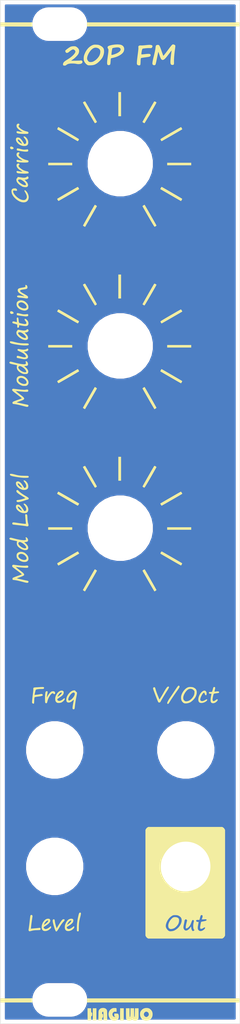
<source format=kicad_pcb>
(kicad_pcb (version 20171130) (host pcbnew "(5.1.10)-1")

  (general
    (thickness 1.6)
    (drawings 4)
    (tracks 0)
    (zones 0)
    (modules 10)
    (nets 1)
  )

  (page A4)
  (layers
    (0 F.Cu signal)
    (31 B.Cu signal)
    (32 B.Adhes user)
    (33 F.Adhes user)
    (34 B.Paste user)
    (35 F.Paste user)
    (36 B.SilkS user)
    (37 F.SilkS user)
    (38 B.Mask user)
    (39 F.Mask user)
    (40 Dwgs.User user)
    (41 Cmts.User user)
    (42 Eco1.User user)
    (43 Eco2.User user)
    (44 Edge.Cuts user)
    (45 Margin user)
    (46 B.CrtYd user)
    (47 F.CrtYd user)
    (48 B.Fab user)
    (49 F.Fab user)
  )

  (setup
    (last_trace_width 0.25)
    (trace_clearance 0.2)
    (zone_clearance 0.508)
    (zone_45_only no)
    (trace_min 0.2)
    (via_size 0.8)
    (via_drill 0.4)
    (via_min_size 0.4)
    (via_min_drill 0.3)
    (uvia_size 0.3)
    (uvia_drill 0.1)
    (uvias_allowed no)
    (uvia_min_size 0.2)
    (uvia_min_drill 0.1)
    (edge_width 0.05)
    (segment_width 0.2)
    (pcb_text_width 0.3)
    (pcb_text_size 1.5 1.5)
    (mod_edge_width 0.12)
    (mod_text_size 1 1)
    (mod_text_width 0.15)
    (pad_size 1.524 1.524)
    (pad_drill 0.762)
    (pad_to_mask_clearance 0)
    (aux_axis_origin 0 0)
    (visible_elements 7EFFFFFF)
    (pcbplotparams
      (layerselection 0x010a8_7fffffff)
      (usegerberextensions true)
      (usegerberattributes false)
      (usegerberadvancedattributes true)
      (creategerberjobfile true)
      (excludeedgelayer true)
      (linewidth 0.100000)
      (plotframeref false)
      (viasonmask false)
      (mode 1)
      (useauxorigin false)
      (hpglpennumber 1)
      (hpglpenspeed 20)
      (hpglpendiameter 15.000000)
      (psnegative false)
      (psa4output false)
      (plotreference true)
      (plotvalue true)
      (plotinvisibletext false)
      (padsonsilk false)
      (subtractmaskfromsilk false)
      (outputformat 1)
      (mirror false)
      (drillshape 0)
      (scaleselection 1)
      (outputdirectory "Gerber/HAGIWO Arduino VCO 2Op FM/"))
  )

  (net 0 "")

  (net_class Default "This is the default net class."
    (clearance 0.2)
    (trace_width 0.25)
    (via_dia 0.8)
    (via_drill 0.4)
    (uvia_dia 0.3)
    (uvia_drill 0.1)
  )

  (module "Front:HAGIWO Arduino VCO 2Op FM Frontpanel" locked (layer F.Cu) (tedit 0) (tstamp 62116839)
    (at 15 64.25)
    (fp_text reference G*** (at 0 0) (layer Dwgs.User) hide
      (effects (font (size 1.524 1.524) (thickness 0.3)))
    )
    (fp_text value LOGO (at 0.75 0) (layer Dwgs.User) hide
      (effects (font (size 1.524 1.524) (thickness 0.3)))
    )
    (fp_poly (pts (xy -0.55084 62.171012) (xy -0.468832 62.177413) (xy -0.425406 62.186419) (xy -0.424667 62.186842)
      (xy -0.41048 62.222324) (xy -0.400119 62.300272) (xy -0.395271 62.406746) (xy -0.395111 62.431123)
      (xy -0.395936 62.542845) (xy -0.400411 62.608593) (xy -0.411534 62.638835) (xy -0.432303 62.644038)
      (xy -0.454455 62.638302) (xy -0.598543 62.61731) (xy -0.726628 62.647114) (xy -0.830887 62.724555)
      (xy -0.889658 62.813928) (xy -0.920723 62.933598) (xy -0.908452 63.052781) (xy -0.859381 63.158897)
      (xy -0.780046 63.239364) (xy -0.676985 63.2816) (xy -0.644992 63.284854) (xy -0.576262 63.278433)
      (xy -0.543977 63.259383) (xy -0.554252 63.237389) (xy -0.6059 63.222959) (xy -0.645107 63.214253)
      (xy -0.666512 63.191433) (xy -0.675479 63.140735) (xy -0.677372 63.048393) (xy -0.677378 63.039514)
      (xy -0.677423 62.865) (xy -0.444545 62.865) (xy -0.305611 62.869518) (xy -0.219295 62.882911)
      (xy -0.189432 62.89968) (xy -0.172714 62.935256) (xy -0.173034 62.942014) (xy -0.165758 62.969384)
      (xy -0.143864 63.015078) (xy -0.118959 63.099802) (xy -0.110113 63.214287) (xy -0.116963 63.334294)
      (xy -0.139149 63.435579) (xy -0.150525 63.462226) (xy -0.247651 63.591024) (xy -0.380904 63.684823)
      (xy -0.539533 63.740062) (xy -0.712789 63.753184) (xy -0.889921 63.720628) (xy -0.910224 63.713734)
      (xy -1.077234 63.626889) (xy -1.210477 63.503283) (xy -1.309359 63.351642) (xy -1.373281 63.180696)
      (xy -1.40165 62.999171) (xy -1.393868 62.815795) (xy -1.34934 62.639298) (xy -1.26747 62.478405)
      (xy -1.147661 62.341847) (xy -1.010261 62.248677) (xy -0.906738 62.201904) (xy -0.811106 62.177412)
      (xy -0.695513 62.168934) (xy -0.654312 62.168575) (xy -0.55084 62.171012)) (layer F.SilkS) (width 0.01))
    (fp_poly (pts (xy 1.241778 62.736334) (xy 1.243145 62.914304) (xy 1.246993 63.066247) (xy 1.252942 63.184347)
      (xy 1.260612 63.260789) (xy 1.268584 63.287458) (xy 1.297723 63.289859) (xy 1.320207 63.254187)
      (xy 1.336587 63.176668) (xy 1.347414 63.053528) (xy 1.353238 62.880993) (xy 1.354667 62.697522)
      (xy 1.354667 62.201778) (xy 1.805004 62.201778) (xy 1.812669 62.745056) (xy 1.815933 62.935995)
      (xy 1.820002 63.077448) (xy 1.825517 63.176374) (xy 1.833117 63.239732) (xy 1.843443 63.27448)
      (xy 1.857135 63.287576) (xy 1.862667 63.288333) (xy 1.877649 63.281009) (xy 1.889046 63.254398)
      (xy 1.897501 63.201542) (xy 1.903652 63.115481) (xy 1.90814 62.989257) (xy 1.911606 62.815912)
      (xy 1.912665 62.745056) (xy 1.92033 62.201778) (xy 2.370667 62.201778) (xy 2.373657 62.745056)
      (xy 2.3747 62.960725) (xy 2.374808 63.127522) (xy 2.373461 63.253017) (xy 2.370138 63.344779)
      (xy 2.364317 63.410378) (xy 2.355479 63.457386) (xy 2.343102 63.493372) (xy 2.326664 63.525906)
      (xy 2.318989 63.539383) (xy 2.226848 63.648606) (xy 2.105997 63.720382) (xy 1.969702 63.752733)
      (xy 1.83123 63.743676) (xy 1.703847 63.691231) (xy 1.640771 63.640652) (xy 1.585331 63.591251)
      (xy 1.554512 63.582383) (xy 1.541843 63.59923) (xy 1.488067 63.666861) (xy 1.394777 63.716176)
      (xy 1.276799 63.744136) (xy 1.148957 63.747702) (xy 1.026075 63.723837) (xy 0.993885 63.711526)
      (xy 0.906429 63.647337) (xy 0.846338 63.550353) (xy 0.827999 63.50473) (xy 0.814199 63.45396)
      (xy 0.804298 63.389555) (xy 0.797653 63.30303) (xy 0.793625 63.185899) (xy 0.791572 63.029675)
      (xy 0.790853 62.825873) (xy 0.790842 62.815611) (xy 0.790222 62.201778) (xy 1.241778 62.201778)
      (xy 1.241778 62.736334)) (layer F.SilkS) (width 0.01))
    (fp_poly (pts (xy 3.518984 62.17468) (xy 3.635697 62.198394) (xy 3.72653 62.233581) (xy 3.813625 62.291292)
      (xy 3.899208 62.36446) (xy 4.023323 62.50489) (xy 4.101808 62.665256) (xy 4.140185 62.85739)
      (xy 4.142551 62.885813) (xy 4.134903 63.108744) (xy 4.079115 63.305001) (xy 3.976603 63.471796)
      (xy 3.828781 63.606343) (xy 3.75321 63.652736) (xy 3.586355 63.716575) (xy 3.395524 63.746471)
      (xy 3.203263 63.740441) (xy 3.075358 63.712341) (xy 2.904344 63.629011) (xy 2.761193 63.502767)
      (xy 2.652534 63.342991) (xy 2.584994 63.159065) (xy 2.564856 62.989649) (xy 2.567009 62.905757)
      (xy 3.040204 62.905757) (xy 3.041374 63.021841) (xy 3.064956 63.092787) (xy 3.139635 63.196861)
      (xy 3.242659 63.270623) (xy 3.356513 63.301995) (xy 3.36882 63.302339) (xy 3.446624 63.281738)
      (xy 3.535211 63.21612) (xy 3.55932 63.192876) (xy 3.625455 63.119843) (xy 3.658186 63.057952)
      (xy 3.668514 62.983498) (xy 3.668889 62.956793) (xy 3.643996 62.819767) (xy 3.570954 62.711391)
      (xy 3.452484 62.635424) (xy 3.341792 62.615672) (xy 3.236964 62.642571) (xy 3.146253 62.70638)
      (xy 3.077915 62.797356) (xy 3.040204 62.905757) (xy 2.567009 62.905757) (xy 2.568758 62.837622)
      (xy 2.586526 62.721312) (xy 2.623316 62.620666) (xy 2.684288 62.515632) (xy 2.688364 62.509452)
      (xy 2.822702 62.355415) (xy 2.989865 62.244582) (xy 3.183518 62.179505) (xy 3.397324 62.162738)
      (xy 3.518984 62.17468)) (layer F.SilkS) (width 0.01))
    (fp_poly (pts (xy -3.598333 62.462792) (xy -3.597557 62.585389) (xy -3.593494 62.662617) (xy -3.583542 62.705548)
      (xy -3.565096 62.725253) (xy -3.535556 62.732804) (xy -3.534833 62.732907) (xy -3.502173 62.741707)
      (xy -3.483161 62.764869) (xy -3.474141 62.814878) (xy -3.471454 62.904218) (xy -3.471333 62.949667)
      (xy -3.472605 63.056695) (xy -3.47886 63.11978) (xy -3.493754 63.151406) (xy -3.520946 63.164057)
      (xy -3.534833 63.166426) (xy -3.564363 63.173882) (xy -3.583201 63.193368) (xy -3.594 63.235797)
      (xy -3.599416 63.31208) (xy -3.602104 63.433132) (xy -3.602259 63.443556) (xy -3.606185 63.711667)
      (xy -3.820091 63.719893) (xy -4.033998 63.72812) (xy -4.041943 62.96493) (xy -4.049889 62.20174)
      (xy -3.598333 62.201696) (xy -3.598333 62.462792)) (layer F.SilkS) (width 0.01))
    (fp_poly (pts (xy -2.935111 63.725778) (xy -3.386666 63.725778) (xy -3.386666 62.201778) (xy -2.935111 62.201778)
      (xy -2.935111 63.725778)) (layer F.SilkS) (width 0.01))
    (fp_poly (pts (xy -1.878268 62.191112) (xy -1.746903 62.257851) (xy -1.652092 62.357284) (xy -1.608645 62.454174)
      (xy -1.600154 62.512585) (xy -1.592689 62.617138) (xy -1.586672 62.757537) (xy -1.582522 62.92348)
      (xy -1.580662 63.104671) (xy -1.580602 63.140167) (xy -1.580444 63.725778) (xy -2.030781 63.725778)
      (xy -2.038446 63.1825) (xy -2.041288 62.994939) (xy -2.04439 62.856272) (xy -2.0487 62.758952)
      (xy -2.055165 62.695434) (xy -2.06473 62.65817) (xy -2.078344 62.639615) (xy -2.096951 62.632221)
      (xy -2.107701 62.630454) (xy -2.169762 62.64596) (xy -2.211217 62.705436) (xy -2.225915 62.798287)
      (xy -2.224191 62.831026) (xy -2.206969 62.899116) (xy -2.165726 62.927828) (xy -2.151944 62.930463)
      (xy -2.119284 62.939263) (xy -2.100273 62.962425) (xy -2.091252 63.012433) (xy -2.088565 63.101773)
      (xy -2.088444 63.147222) (xy -2.089716 63.254251) (xy -2.095971 63.317336) (xy -2.110865 63.348961)
      (xy -2.138057 63.361613) (xy -2.151944 63.363982) (xy -2.18719 63.374725) (xy -2.207572 63.403353)
      (xy -2.218335 63.463388) (xy -2.223847 63.549389) (xy -2.232249 63.725778) (xy -2.685962 63.725778)
      (xy -2.676481 63.126056) (xy -2.67301 62.9259) (xy -2.669171 62.773656) (xy -2.664063 62.66079)
      (xy -2.656781 62.578773) (xy -2.646426 62.519072) (xy -2.632093 62.473156) (xy -2.61288 62.432493)
      (xy -2.60084 62.410903) (xy -2.506755 62.29196) (xy -2.380332 62.212846) (xy -2.220711 62.169643)
      (xy -2.0387 62.160549) (xy -1.878268 62.191112)) (layer F.SilkS) (width 0.01))
    (fp_poly (pts (xy 0.508 63.725778) (xy 0.058293 63.725778) (xy 0.050313 63.408278) (xy 0.047967 63.259746)
      (xy 0.047143 63.075931) (xy 0.047832 62.877973) (xy 0.050022 62.687011) (xy 0.050737 62.646278)
      (xy 0.05914 62.201778) (xy 0.508 62.201778) (xy 0.508 63.725778)) (layer F.SilkS) (width 0.01))
    (fp_poly (pts (xy -11.006663 61.206945) (xy -11.006666 61.468) (xy -15.070666 61.468) (xy -15.070666 60.960735)
      (xy -11.00666 60.945889) (xy -11.006663 61.206945)) (layer F.SilkS) (width 0.01))
    (fp_poly (pts (xy 15.070667 61.468) (xy -4.120444 61.468) (xy -4.120444 60.96) (xy 15.070667 60.96)
      (xy 15.070667 61.468)) (layer F.SilkS) (width 0.01))
    (fp_poly (pts (xy 13.022438 39.518631) (xy 13.129728 39.607301) (xy 13.198827 39.70605) (xy 13.264445 39.830433)
      (xy 13.264445 53.077122) (xy 13.198827 53.201506) (xy 13.112461 53.318601) (xy 13.022438 53.388925)
      (xy 12.911667 53.45196) (xy 3.598334 53.45196) (xy 3.487562 53.388925) (xy 3.380273 53.300255)
      (xy 3.311173 53.201506) (xy 3.245556 53.077122) (xy 3.245556 51.841263) (xy 5.793552 51.841263)
      (xy 5.806012 51.997067) (xy 5.812885 52.024477) (xy 5.869494 52.156422) (xy 5.959911 52.292338)
      (xy 6.068435 52.411727) (xy 6.167433 52.487418) (xy 6.233649 52.521433) (xy 6.297899 52.539452)
      (xy 6.379586 52.544575) (xy 6.496626 52.539987) (xy 6.686682 52.515857) (xy 6.848639 52.464962)
      (xy 6.873141 52.454159) (xy 7.080725 52.339261) (xy 7.267663 52.197334) (xy 7.419241 52.046515)
      (xy 8.019261 52.046515) (xy 8.027667 52.130513) (xy 8.050953 52.207063) (xy 8.072051 52.254468)
      (xy 8.152629 52.371858) (xy 8.253328 52.439164) (xy 8.369826 52.457182) (xy 8.497804 52.426708)
      (xy 8.63294 52.348536) (xy 8.770915 52.223462) (xy 8.867111 52.108114) (xy 8.988778 51.946531)
      (xy 8.996258 52.043543) (xy 9.020002 52.208309) (xy 9.06155 52.346215) (xy 9.116977 52.449227)
      (xy 9.18236 52.509313) (xy 9.22978 52.521556) (xy 9.284114 52.504909) (xy 9.349809 52.464656)
      (xy 9.352333 52.462691) (xy 9.427167 52.403827) (xy 9.358206 52.321871) (xy 9.305389 52.222611)
      (xy 9.272706 52.081088) (xy 9.260507 51.907902) (xy 9.26914 51.713654) (xy 9.298956 51.508944)
      (xy 9.327315 51.384906) (xy 9.348223 51.293287) (xy 9.350551 51.234757) (xy 9.334065 51.189023)
      (xy 9.324886 51.173945) (xy 9.320455 51.169982) (xy 9.626838 51.169982) (xy 9.627917 51.232207)
      (xy 9.634911 51.263849) (xy 9.678827 51.329958) (xy 9.767982 51.365051) (xy 9.856476 51.37043)
      (xy 9.912824 51.374864) (xy 9.934137 51.387499) (xy 9.929024 51.421627) (xy 9.915278 51.498649)
      (xy 9.895175 51.606081) (xy 9.877693 51.697056) (xy 9.842636 51.897205) (xy 9.825094 52.052811)
      (xy 9.825177 52.173026) (xy 9.842997 52.267001) (xy 9.878664 52.343889) (xy 9.885681 52.354693)
      (xy 9.985847 52.459886) (xy 10.108324 52.513923) (xy 10.249918 52.516003) (xy 10.37811 52.478349)
      (xy 10.493853 52.417602) (xy 10.599714 52.340035) (xy 10.686444 52.255249) (xy 10.744794 52.172844)
      (xy 10.765516 52.10242) (xy 10.761459 52.080426) (xy 10.725337 52.046283) (xy 10.658338 52.055339)
      (xy 10.558495 52.107984) (xy 10.530694 52.126289) (xy 10.411265 52.193047) (xy 10.30155 52.228353)
      (xy 10.213384 52.229401) (xy 10.173802 52.210854) (xy 10.145193 52.159333) (xy 10.131963 52.078389)
      (xy 10.131778 52.067545) (xy 10.136924 51.99433) (xy 10.150662 51.890038) (xy 10.17044 51.768135)
      (xy 10.193706 51.642086) (xy 10.217909 51.525354) (xy 10.240497 51.431405) (xy 10.258919 51.373703)
      (xy 10.265278 51.363051) (xy 10.300933 51.350004) (xy 10.378934 51.330875) (xy 10.485935 51.308757)
      (xy 10.555111 51.295938) (xy 10.723736 51.261135) (xy 10.841514 51.224661) (xy 10.914036 51.183911)
      (xy 10.94689 51.136277) (xy 10.950222 51.111696) (xy 10.935405 51.067733) (xy 10.886711 51.041325)
      (xy 10.797778 51.031127) (xy 10.662242 51.035793) (xy 10.610805 51.039955) (xy 10.470396 51.048462)
      (xy 10.382038 51.043935) (xy 10.342721 51.025766) (xy 10.349437 50.993346) (xy 10.353588 50.987987)
      (xy 10.383613 50.930041) (xy 10.411829 50.841004) (xy 10.434143 50.740422) (xy 10.446465 50.64784)
      (xy 10.444701 50.582805) (xy 10.440777 50.571522) (xy 10.382293 50.515161) (xy 10.302023 50.500171)
      (xy 10.246325 50.516891) (xy 10.221425 50.534941) (xy 10.199139 50.565588) (xy 10.176278 50.617365)
      (xy 10.149652 50.698803) (xy 10.11607 50.818433) (xy 10.074519 50.976389) (xy 10.039776 51.110445)
      (xy 9.845002 51.110445) (xy 9.727205 51.11507) (xy 9.657209 51.132926) (xy 9.626838 51.169982)
      (xy 9.320455 51.169982) (xy 9.264449 51.119903) (xy 9.194391 51.119171) (xy 9.134015 51.16233)
      (xy 9.10406 51.211809) (xy 9.064267 51.299523) (xy 9.021497 51.40979) (xy 9.004849 51.457424)
      (xy 8.956854 51.584728) (xy 8.902161 51.707514) (xy 8.850683 51.80402) (xy 8.838152 51.823431)
      (xy 8.743211 51.944753) (xy 8.641651 52.046616) (xy 8.541849 52.123238) (xy 8.452183 52.168833)
      (xy 8.381029 52.177619) (xy 8.34898 52.161158) (xy 8.326102 52.103031) (xy 8.32263 51.998402)
      (xy 8.337955 51.853544) (xy 8.37147 51.674732) (xy 8.412505 51.505631) (xy 8.502704 51.164734)
      (xy 8.437433 51.095256) (xy 8.378432 51.047183) (xy 8.324866 51.025841) (xy 8.322685 51.025778)
      (xy 8.265188 51.050084) (xy 8.208961 51.110332) (xy 8.168186 51.187519) (xy 8.156222 51.248821)
      (xy 8.150095 51.306092) (xy 8.133509 51.403538) (xy 8.109157 51.52644) (xy 8.085923 51.63307)
      (xy 8.048128 51.80947) (xy 8.025994 51.943392) (xy 8.019261 52.046515) (xy 7.419241 52.046515)
      (xy 7.431406 52.034411) (xy 7.569402 51.856525) (xy 7.679101 51.669709) (xy 7.757952 51.479999)
      (xy 7.803405 51.293427) (xy 7.812908 51.116026) (xy 7.783911 50.953831) (xy 7.713863 50.812874)
      (xy 7.611524 50.70756) (xy 7.46896 50.609388) (xy 7.339176 50.547839) (xy 7.200311 50.515505)
      (xy 7.030502 50.50498) (xy 7.013222 50.50485) (xy 6.882495 50.506478) (xy 6.7893 50.515027)
      (xy 6.714829 50.533997) (xy 6.640276 50.566888) (xy 6.618111 50.578388) (xy 6.409291 50.718467)
      (xy 6.218006 50.90533) (xy 6.051547 51.130253) (xy 5.917204 51.384512) (xy 5.89048 51.449111)
      (xy 5.821417 51.660768) (xy 5.793552 51.841263) (xy 3.245556 51.841263) (xy 3.245556 44.421778)
      (xy 5.181391 44.421778) (xy 5.18478 44.67483) (xy 5.20023 44.889649) (xy 5.230683 45.083701)
      (xy 5.279082 45.274456) (xy 5.348369 45.479383) (xy 5.368551 45.532922) (xy 5.538409 45.902067)
      (xy 5.751438 46.241342) (xy 6.003033 46.547909) (xy 6.28859 46.81893) (xy 6.603506 47.051567)
      (xy 6.943176 47.242984) (xy 7.302996 47.390342) (xy 7.678363 47.490804) (xy 8.064672 47.541532)
      (xy 8.45732 47.539688) (xy 8.601249 47.525369) (xy 9.004918 47.447794) (xy 9.387222 47.321234)
      (xy 9.744955 47.149472) (xy 10.074912 46.936292) (xy 10.373885 46.685478) (xy 10.638669 46.400812)
      (xy 10.866058 46.086079) (xy 11.052846 45.745061) (xy 11.195825 45.381543) (xy 11.291791 44.999308)
      (xy 11.337537 44.602139) (xy 11.336975 44.296987) (xy 11.287946 43.888556) (xy 11.185257 43.493905)
      (xy 11.030888 43.117336) (xy 10.826823 42.763151) (xy 10.575042 42.435653) (xy 10.390605 42.242842)
      (xy 10.06475 41.965157) (xy 9.719789 41.740577) (xy 9.355537 41.569023) (xy 8.971809 41.450421)
      (xy 8.568417 41.384694) (xy 8.255 41.370052) (xy 7.836498 41.397) (xy 7.435653 41.477419)
      (xy 7.054045 41.610674) (xy 6.693256 41.79613) (xy 6.354866 42.033152) (xy 6.143433 42.218607)
      (xy 5.929594 42.438577) (xy 5.753409 42.658398) (xy 5.599926 42.898388) (xy 5.48794 43.109445)
      (xy 5.36968 43.367987) (xy 5.284152 43.606205) (xy 5.227139 43.842149) (xy 5.194424 44.093871)
      (xy 5.181789 44.379425) (xy 5.181391 44.421778) (xy 3.245556 44.421778) (xy 3.245556 39.830433)
      (xy 3.311173 39.70605) (xy 3.39754 39.588954) (xy 3.487562 39.518631) (xy 3.598334 39.455595)
      (xy 12.911667 39.455595) (xy 13.022438 39.518631)) (layer F.SilkS) (width 0.01))
    (fp_poly (pts (xy -7.051881 51.030793) (xy -6.984724 51.044862) (xy -6.955227 51.079737) (xy -6.947847 51.117506)
      (xy -6.951953 51.170613) (xy -6.982446 51.227267) (xy -7.04734 51.300715) (xy -7.075907 51.329173)
      (xy -7.198148 51.461383) (xy -7.326072 51.6256) (xy -7.464052 51.827991) (xy -7.616462 52.074723)
      (xy -7.673785 52.172284) (xy -7.766834 52.328296) (xy -7.839883 52.439437) (xy -7.898139 52.511339)
      (xy -7.946811 52.549634) (xy -7.991109 52.559952) (xy -8.02539 52.552422) (xy -8.05674 52.516989)
      (xy -8.098087 52.435996) (xy -8.146491 52.318826) (xy -8.199009 52.174861) (xy -8.252702 52.013484)
      (xy -8.304628 51.844076) (xy -8.351846 51.676021) (xy -8.391415 51.518701) (xy -8.420394 51.381497)
      (xy -8.435842 51.273792) (xy -8.437595 51.237445) (xy -8.430533 51.138941) (xy -8.404272 51.080746)
      (xy -8.351149 51.047916) (xy -8.338186 51.04356) (xy -8.268422 51.039676) (xy -8.21862 51.080609)
      (xy -8.186299 51.169932) (xy -8.170898 51.284277) (xy -8.149906 51.433063) (xy -8.109581 51.617858)
      (xy -8.053772 51.823204) (xy -7.986327 52.033645) (xy -7.979277 52.053847) (xy -7.940289 52.164694)
      (xy -7.789136 51.912736) (xy -7.666202 51.712492) (xy -7.546971 51.527038) (xy -7.436658 51.363959)
      (xy -7.340477 51.230843) (xy -7.263644 51.135274) (xy -7.2314 51.101349) (xy -7.156224 51.045506)
      (xy -7.080761 51.029282) (xy -7.051881 51.030793)) (layer F.SilkS) (width 0.01))
    (fp_poly (pts (xy -11.05885 50.503661) (xy -11.006364 50.55713) (xy -10.985053 50.642377) (xy -10.988058 50.68511)
      (xy -11.027275 50.942069) (xy -11.064137 51.193249) (xy -11.097362 51.42924) (xy -11.125664 51.640633)
      (xy -11.14776 51.818018) (xy -11.162365 51.951988) (xy -11.165133 51.982773) (xy -11.184865 52.220101)
      (xy -10.989932 52.200661) (xy -10.873809 52.189516) (xy -10.725678 52.175911) (xy -10.569781 52.162055)
      (xy -10.497252 52.155786) (xy -10.365623 52.143433) (xy -10.248435 52.130432) (xy -10.161323 52.118624)
      (xy -10.127365 52.112246) (xy -10.047443 52.114646) (xy -9.991139 52.157057) (xy -9.966479 52.225242)
      (xy -9.981489 52.304965) (xy -10.000578 52.337141) (xy -10.022533 52.358651) (xy -10.058056 52.373787)
      (xy -10.116815 52.383919) (xy -10.208477 52.390418) (xy -10.34271 52.394654) (xy -10.416856 52.396137)
      (xy -10.645495 52.405106) (xy -10.831142 52.423707) (xy -10.986637 52.453294) (xy -11.006666 52.458373)
      (xy -11.153234 52.49662) (xy -11.25515 52.521724) (xy -11.322468 52.534451) (xy -11.36524 52.535567)
      (xy -11.393519 52.525837) (xy -11.417358 52.506028) (xy -11.43251 52.490823) (xy -11.474913 52.428374)
      (xy -11.47633 52.352433) (xy -11.4744 52.342227) (xy -11.453752 52.224829) (xy -11.429203 52.059974)
      (xy -11.401883 51.856427) (xy -11.372922 51.622952) (xy -11.34345 51.368312) (xy -11.315721 51.112015)
      (xy -11.293813 50.911421) (xy -11.274886 50.7605) (xy -11.257764 50.652632) (xy -11.241275 50.581198)
      (xy -11.224245 50.539579) (xy -11.211629 50.524833) (xy -11.131081 50.490165) (xy -11.05885 50.503661)) (layer F.SilkS) (width 0.01))
    (fp_poly (pts (xy -4.928786 50.212426) (xy -4.898634 50.244536) (xy -4.885756 50.301973) (xy -4.890652 50.391238)
      (xy -4.913822 50.518834) (xy -4.955766 50.691263) (xy -4.969625 50.743556) (xy -5.030695 50.978931)
      (xy -5.076141 51.176688) (xy -5.108219 51.352744) (xy -5.129186 51.523017) (xy -5.141298 51.703426)
      (xy -5.146811 51.909888) (xy -5.147651 51.999445) (xy -5.149902 52.16011) (xy -5.154304 52.30216)
      (xy -5.16035 52.41551) (xy -5.167539 52.490077) (xy -5.173388 52.5145) (xy -5.219011 52.543059)
      (xy -5.285674 52.548526) (xy -5.346744 52.532147) (xy -5.373314 52.505136) (xy -5.382173 52.451468)
      (xy -5.387686 52.35384) (xy -5.389989 52.224632) (xy -5.389216 52.076222) (xy -5.385502 51.920987)
      (xy -5.378982 51.771306) (xy -5.36979 51.639558) (xy -5.363183 51.575371) (xy -5.348171 51.450894)
      (xy -5.334009 51.332524) (xy -5.323535 51.243988) (xy -5.322771 51.237445) (xy -5.306297 51.122384)
      (xy -5.281456 50.98083) (xy -5.251038 50.825686) (xy -5.217831 50.669856) (xy -5.184627 50.526247)
      (xy -5.154215 50.407761) (xy -5.129386 50.327305) (xy -5.122242 50.309906) (xy -5.063656 50.226344)
      (xy -4.994177 50.195433) (xy -4.928786 50.212426)) (layer F.SilkS) (width 0.01))
    (fp_poly (pts (xy -8.928426 50.969475) (xy -8.844937 50.995738) (xy -8.792623 51.04848) (xy -8.781394 51.069982)
      (xy -8.750419 51.189961) (xy -8.767532 51.311784) (xy -8.834152 51.437425) (xy -8.951701 51.568856)
      (xy -9.121596 51.708051) (xy -9.345257 51.856984) (xy -9.349355 51.859502) (xy -9.450452 51.925776)
      (xy -9.531315 51.986725) (xy -9.580707 52.033466) (xy -9.590424 52.050088) (xy -9.576616 52.110629)
      (xy -9.524848 52.175327) (xy -9.4508 52.230762) (xy -9.37015 52.263513) (xy -9.336671 52.26728)
      (xy -9.221622 52.246868) (xy -9.085041 52.191195) (xy -8.942271 52.107734) (xy -8.824242 52.017708)
      (xy -8.750254 51.959265) (xy -8.691281 51.922822) (xy -8.662098 51.916091) (xy -8.643766 51.952992)
      (xy -8.636002 52.019392) (xy -8.636 52.02041) (xy -8.646877 52.082695) (xy -8.685381 52.147269)
      (xy -8.760318 52.228343) (xy -8.771675 52.239373) (xy -8.941577 52.373123) (xy -9.124968 52.463927)
      (xy -9.312115 52.508514) (xy -9.493279 52.503616) (xy -9.533211 52.495113) (xy -9.662653 52.436614)
      (xy -9.754978 52.335903) (xy -9.809756 52.193666) (xy -9.826608 52.028892) (xy -9.801413 51.780925)
      (xy -9.780033 51.717159) (xy -9.539111 51.717159) (xy -9.519204 51.720588) (xy -9.466635 51.695128)
      (xy -9.392132 51.647991) (xy -9.306423 51.586389) (xy -9.220235 51.517534) (xy -9.154529 51.458611)
      (xy -9.072773 51.371842) (xy -9.019503 51.298257) (xy -9.002889 51.253115) (xy -9.019111 51.195284)
      (xy -9.06293 51.176725) (xy -9.127077 51.192323) (xy -9.204282 51.236961) (xy -9.287276 51.305524)
      (xy -9.368787 51.392896) (xy -9.441547 51.493962) (xy -9.497178 51.600938) (xy -9.524187 51.669333)
      (xy -9.538448 51.712762) (xy -9.539111 51.717159) (xy -9.780033 51.717159) (xy -9.722066 51.544274)
      (xy -9.629561 51.376815) (xy -9.488901 51.19196) (xy -9.341129 51.062344) (xy -9.184987 50.987069)
      (xy -9.054265 50.965407) (xy -8.928426 50.969475)) (layer F.SilkS) (width 0.01))
    (fp_poly (pts (xy -5.952583 50.989357) (xy -5.879139 51.042279) (xy -5.87731 51.04472) (xy -5.847576 51.125898)
      (xy -5.846567 51.234116) (xy -5.873627 51.348219) (xy -5.887777 51.381827) (xy -5.95549 51.481918)
      (xy -6.065962 51.594792) (xy -6.209615 51.712093) (xy -6.376873 51.825464) (xy -6.438168 51.862064)
      (xy -6.536831 51.921837) (xy -6.61527 51.97473) (xy -6.661383 52.012354) (xy -6.668186 52.021547)
      (xy -6.667353 52.089863) (xy -6.627849 52.165723) (xy -6.562589 52.227213) (xy -6.456857 52.263649)
      (xy -6.327633 52.253259) (xy -6.180247 52.197744) (xy -6.020032 52.098808) (xy -5.92481 52.023466)
      (xy -5.844938 51.95743) (xy -5.795398 51.924679) (xy -5.764968 51.920303) (xy -5.742425 51.939389)
      (xy -5.740027 51.942597) (xy -5.720792 52.014475) (xy -5.751343 52.104938) (xy -5.829795 52.209852)
      (xy -5.888653 52.268524) (xy -6.052522 52.38934) (xy -6.233879 52.471046) (xy -6.419949 52.509718)
      (xy -6.597956 52.50143) (xy -6.626322 52.495113) (xy -6.753681 52.437308) (xy -6.844075 52.337108)
      (xy -6.897615 52.194327) (xy -6.914444 52.017435) (xy -6.892648 51.815071) (xy -6.86482 51.720356)
      (xy -6.632222 51.720356) (xy -6.612188 51.722628) (xy -6.559331 51.696446) (xy -6.484521 51.649091)
      (xy -6.398625 51.587845) (xy -6.312513 51.51999) (xy -6.246864 51.462176) (xy -6.152869 51.360766)
      (xy -6.102734 51.276693) (xy -6.097981 51.213928) (xy -6.137617 51.17737) (xy -6.197163 51.181669)
      (xy -6.276859 51.223701) (xy -6.364655 51.294841) (xy -6.448498 51.386465) (xy -6.470133 51.415327)
      (xy -6.534949 51.513573) (xy -6.588842 51.608579) (xy -6.623616 51.684921) (xy -6.632222 51.720356)
      (xy -6.86482 51.720356) (xy -6.8319 51.608316) (xy -6.739167 51.41113) (xy -6.621411 51.237476)
      (xy -6.485598 51.101313) (xy -6.441457 51.069255) (xy -6.317544 51.006741) (xy -6.18557 50.972187)
      (xy -6.059321 50.966193) (xy -5.952583 50.989357)) (layer F.SilkS) (width 0.01))
    (fp_poly (pts (xy -5.699331 22.32865) (xy -5.619768 22.350087) (xy -5.570965 22.404746) (xy -5.564737 22.41707)
      (xy -5.51694 22.482396) (xy -5.462565 22.520738) (xy -5.415512 22.549376) (xy -5.389178 22.597318)
      (xy -5.382645 22.673443) (xy -5.394997 22.786626) (xy -5.420864 22.924442) (xy -5.486869 23.257105)
      (xy -5.544303 23.57461) (xy -5.591481 23.866652) (xy -5.626716 24.122924) (xy -5.645336 24.297088)
      (xy -5.659285 24.428941) (xy -5.675546 24.541741) (xy -5.691979 24.622549) (xy -5.704881 24.656922)
      (xy -5.763407 24.688836) (xy -5.842082 24.688856) (xy -5.898444 24.666739) (xy -5.924362 24.624776)
      (xy -5.934112 24.540219) (xy -5.927514 24.410502) (xy -5.904388 24.23306) (xy -5.864552 24.005329)
      (xy -5.844827 23.904222) (xy -5.816791 23.759865) (xy -5.794293 23.636369) (xy -5.77903 23.54369)
      (xy -5.772698 23.491779) (xy -5.773244 23.48434) (xy -5.797391 23.496463) (xy -5.851592 23.538347)
      (xy -5.924624 23.601255) (xy -5.932622 23.608449) (xy -6.09486 23.735773) (xy -6.246999 23.813391)
      (xy -6.397 23.845074) (xy -6.434666 23.84626) (xy -6.55669 23.829714) (xy -6.642641 23.777707)
      (xy -6.695938 23.68576) (xy -6.719999 23.549394) (xy -6.721876 23.480873) (xy -6.484215 23.480873)
      (xy -6.450942 23.563025) (xy -6.447765 23.566675) (xy -6.400307 23.601936) (xy -6.342514 23.60483)
      (xy -6.263331 23.573424) (xy -6.170856 23.518255) (xy -6.033505 23.413625) (xy -5.910093 23.28953)
      (xy -5.80522 23.154385) (xy -5.723483 23.016604) (xy -5.669482 22.884602) (xy -5.647815 22.766793)
      (xy -5.663083 22.671593) (xy -5.687351 22.633589) (xy -5.763319 22.587192) (xy -5.858419 22.589021)
      (xy -5.967224 22.636479) (xy -6.084305 22.726971) (xy -6.204237 22.8579) (xy -6.232211 22.894207)
      (xy -6.349351 23.068272) (xy -6.431607 23.227841) (xy -6.477166 23.36726) (xy -6.484215 23.480873)
      (xy -6.721876 23.480873) (xy -6.722186 23.469561) (xy -6.699762 23.271756) (xy -6.632495 23.076502)
      (xy -6.5169 22.874898) (xy -6.45618 22.79026) (xy -6.290133 22.598639) (xy -6.119665 22.456337)
      (xy -5.947954 22.365295) (xy -5.778179 22.327449) (xy -5.699331 22.32865)) (layer F.SilkS) (width 0.01))
    (fp_poly (pts (xy 7.470058 21.742357) (xy 7.494354 21.760457) (xy 7.525858 21.797859) (xy 7.53603 21.845486)
      (xy 7.522313 21.909336) (xy 7.482149 21.995406) (xy 7.412979 22.109697) (xy 7.312245 22.258205)
      (xy 7.236609 22.364809) (xy 7.081708 22.582599) (xy 6.927818 22.80226) (xy 6.779501 23.017026)
      (xy 6.641322 23.220131) (xy 6.517844 23.40481) (xy 6.413633 23.564297) (xy 6.33325 23.691825)
      (xy 6.281261 23.780629) (xy 6.280075 23.782834) (xy 6.199579 23.916175) (xy 6.12923 23.995718)
      (xy 6.067501 24.022887) (xy 6.0325 24.013837) (xy 5.994208 23.965109) (xy 5.983111 23.909192)
      (xy 5.999097 23.841916) (xy 6.043614 23.73879) (xy 6.111503 23.609253) (xy 6.197604 23.462741)
      (xy 6.296758 23.308693) (xy 6.36646 23.208014) (xy 6.42485 23.124334) (xy 6.506837 23.004279)
      (xy 6.605099 22.8587) (xy 6.712316 22.698447) (xy 6.82117 22.534371) (xy 6.833813 22.515216)
      (xy 6.980106 22.29404) (xy 7.099217 22.116154) (xy 7.194695 21.977501) (xy 7.270091 21.874025)
      (xy 7.328953 21.801672) (xy 7.374831 21.756384) (xy 7.411275 21.734106) (xy 7.441834 21.730782)
      (xy 7.470058 21.742357)) (layer F.SilkS) (width 0.01))
    (fp_poly (pts (xy -9.650769 21.908777) (xy -9.569279 21.928868) (xy -9.530114 21.965541) (xy -9.528962 22.020501)
      (xy -9.549467 22.07279) (xy -9.566637 22.101862) (xy -9.590691 22.121188) (xy -9.632294 22.132834)
      (xy -9.702112 22.138868) (xy -9.810809 22.141356) (xy -9.906863 22.142048) (xy -10.116043 22.148603)
      (xy -10.294316 22.165154) (xy -10.435324 22.190565) (xy -10.532705 22.223697) (xy -10.579549 22.262297)
      (xy -10.597982 22.31422) (xy -10.623859 22.407793) (xy -10.653793 22.52927) (xy -10.684395 22.664906)
      (xy -10.712109 22.800091) (xy -10.730506 22.895403) (xy -10.487703 22.875178) (xy -10.352976 22.860611)
      (xy -10.218682 22.840582) (xy -10.110585 22.819025) (xy -10.096616 22.815478) (xy -9.944396 22.78276)
      (xy -9.834393 22.778358) (xy -9.759779 22.802651) (xy -9.725498 22.836141) (xy -9.696158 22.896152)
      (xy -9.702935 22.945777) (xy -9.749681 22.986919) (xy -9.840248 23.021483) (xy -9.978486 23.051371)
      (xy -10.168248 23.078488) (xy -10.230555 23.085778) (xy -10.418822 23.109403) (xy -10.55714 23.132836)
      (xy -10.651975 23.157783) (xy -10.70979 23.185947) (xy -10.73705 23.219035) (xy -10.737196 23.219412)
      (xy -10.745607 23.265619) (xy -10.754615 23.355136) (xy -10.763113 23.474854) (xy -10.769727 23.605077)
      (xy -10.77631 23.738288) (xy -10.783868 23.850769) (xy -10.791461 23.930575) (xy -10.798072 23.965637)
      (xy -10.841338 23.987725) (xy -10.910173 23.976609) (xy -10.976121 23.942184) (xy -11.006403 23.91827)
      (xy -11.024847 23.889992) (xy -11.033257 23.84522) (xy -11.033436 23.771823) (xy -11.027189 23.65767)
      (xy -11.024527 23.616633) (xy -11.014378 23.494436) (xy -10.997821 23.33223) (xy -10.976634 23.145852)
      (xy -10.952599 22.95114) (xy -10.933836 22.809615) (xy -10.911352 22.63448) (xy -10.893118 22.4705)
      (xy -10.880181 22.32905) (xy -10.873594 22.22151) (xy -10.874068 22.162066) (xy -10.878376 22.082054)
      (xy -10.865838 22.02641) (xy -10.828111 21.98995) (xy -10.756856 21.967491) (xy -10.643729 21.953848)
      (xy -10.526889 21.946311) (xy -10.36192 21.936867) (xy -10.179008 21.925784) (xy -10.009635 21.914988)
      (xy -9.95798 21.911538) (xy -9.778899 21.903568) (xy -9.650769 21.908777)) (layer F.SilkS) (width 0.01))
    (fp_poly (pts (xy 9.058442 21.907045) (xy 9.193876 21.92947) (xy 9.313581 21.972953) (xy 9.434312 22.040619)
      (xy 9.56255 22.143347) (xy 9.645281 22.265504) (xy 9.690964 22.420678) (xy 9.69719 22.463028)
      (xy 9.69742 22.683504) (xy 9.644088 22.917427) (xy 9.563254 23.114) (xy 9.48127 23.249116)
      (xy 9.364918 23.396874) (xy 9.227406 23.54384) (xy 9.081942 23.676581) (xy 8.941732 23.781662)
      (xy 8.861298 23.827979) (xy 8.684954 23.897012) (xy 8.498307 23.941072) (xy 8.318721 23.957561)
      (xy 8.16356 23.94388) (xy 8.134854 23.936687) (xy 8.030895 23.883852) (xy 7.925521 23.791633)
      (xy 7.833932 23.674586) (xy 7.800729 23.616641) (xy 7.747208 23.459312) (xy 7.726243 23.273764)
      (xy 7.73066 23.206018) (xy 7.995772 23.206018) (xy 8.001474 23.370998) (xy 8.048084 23.502434)
      (xy 8.139586 23.609472) (xy 8.187312 23.645899) (xy 8.25573 23.685388) (xy 8.324801 23.701724)
      (xy 8.419652 23.700128) (xy 8.440211 23.698444) (xy 8.577807 23.672023) (xy 8.71911 23.621985)
      (xy 8.750348 23.60715) (xy 8.90866 23.504027) (xy 9.065064 23.361412) (xy 9.204831 23.194782)
      (xy 9.31323 23.019615) (xy 9.317295 23.011453) (xy 9.376009 22.876387) (xy 9.408128 22.75412)
      (xy 9.421726 22.619653) (xy 9.425191 22.511303) (xy 9.419263 22.440477) (xy 9.399662 22.388488)
      (xy 9.362107 22.336647) (xy 9.354924 22.328041) (xy 9.223186 22.211074) (xy 9.069539 22.139895)
      (xy 8.904893 22.11642) (xy 8.740153 22.142568) (xy 8.618651 22.198619) (xy 8.469622 22.315797)
      (xy 8.327026 22.473295) (xy 8.199547 22.657066) (xy 8.095871 22.853061) (xy 8.024685 23.047233)
      (xy 7.995772 23.206018) (xy 7.73066 23.206018) (xy 7.738966 23.078666) (xy 7.76154 22.971041)
      (xy 7.84073 22.751006) (xy 7.955112 22.535421) (xy 8.095962 22.335911) (xy 8.254554 22.164099)
      (xy 8.422162 22.031609) (xy 8.500286 21.98687) (xy 8.605184 21.939188) (xy 8.695995 21.912884)
      (xy 8.799069 21.902086) (xy 8.887452 21.900602) (xy 9.058442 21.907045)) (layer F.SilkS) (width 0.01))
    (fp_poly (pts (xy -8.294217 22.439119) (xy -8.232598 22.466892) (xy -8.192066 22.506444) (xy -8.142588 22.591056)
      (xy -8.129312 22.676955) (xy -8.152676 22.747422) (xy -8.185028 22.775646) (xy -8.235694 22.792668)
      (xy -8.28572 22.77946) (xy -8.351776 22.730392) (xy -8.372064 22.712476) (xy -8.417363 22.677969)
      (xy -8.457582 22.67531) (xy -8.519425 22.702872) (xy -8.520494 22.703424) (xy -8.624293 22.780399)
      (xy -8.733127 22.901436) (xy -8.840326 23.055379) (xy -8.939221 23.231073) (xy -9.023143 23.417361)
      (xy -9.085421 23.603088) (xy -9.103643 23.678836) (xy -9.132143 23.799915) (xy -9.160965 23.875325)
      (xy -9.197274 23.915423) (xy -9.248235 23.93057) (xy -9.278754 23.932012) (xy -9.340938 23.908183)
      (xy -9.374788 23.854833) (xy -9.388005 23.79151) (xy -9.397249 23.683389) (xy -9.402547 23.541977)
      (xy -9.403927 23.37878) (xy -9.401416 23.205302) (xy -9.395043 23.033049) (xy -9.384835 22.873527)
      (xy -9.372114 22.748157) (xy -9.350077 22.606726) (xy -9.322646 22.513112) (xy -9.283441 22.458694)
      (xy -9.226078 22.434855) (xy -9.144177 22.432973) (xy -9.139014 22.433323) (xy -9.103367 22.446661)
      (xy -9.085401 22.485536) (xy -9.084715 22.557702) (xy -9.100909 22.670909) (xy -9.121369 22.775333)
      (xy -9.144767 22.901224) (xy -9.162244 23.02074) (xy -9.17075 23.112261) (xy -9.171118 23.128111)
      (xy -9.170982 23.241) (xy -9.116582 23.121156) (xy -9.04053 22.977539) (xy -8.944123 22.830604)
      (xy -8.837338 22.692825) (xy -8.730152 22.576677) (xy -8.63254 22.494634) (xy -8.599697 22.474821)
      (xy -8.518574 22.447911) (xy -8.417159 22.433013) (xy -8.386475 22.431963) (xy -8.294217 22.439119)) (layer F.SilkS) (width 0.01))
    (fp_poly (pts (xy 11.918709 21.905852) (xy 11.982491 21.919885) (xy 12.009837 21.957871) (xy 12.017309 22.005064)
      (xy 12.013702 22.079435) (xy 11.995591 22.183098) (xy 11.970656 22.280256) (xy 11.946077 22.374524)
      (xy 11.934408 22.445816) (xy 11.938096 22.479038) (xy 11.93841 22.479253) (xy 11.975918 22.48253)
      (xy 12.053212 22.477836) (xy 12.154354 22.466198) (xy 12.165815 22.4646) (xy 12.324162 22.449506)
      (xy 12.433278 22.457049) (xy 12.496058 22.48821) (xy 12.515396 22.543972) (xy 12.509724 22.581211)
      (xy 12.499832 22.607509) (xy 12.479921 22.627079) (xy 12.440693 22.642495) (xy 12.372854 22.656329)
      (xy 12.267107 22.671156) (xy 12.121445 22.688694) (xy 11.97359 22.710819) (xy 11.876827 22.736297)
      (xy 11.836019 22.761134) (xy 11.814936 22.810305) (xy 11.78856 22.900924) (xy 11.759941 23.018615)
      (xy 11.73213 23.149003) (xy 11.708177 23.277711) (xy 11.691132 23.390363) (xy 11.684046 23.472582)
      (xy 11.684 23.477589) (xy 11.70411 23.581418) (xy 11.7594 23.651472) (xy 11.842311 23.678397)
      (xy 11.846338 23.678445) (xy 11.901059 23.661921) (xy 11.978101 23.61949) (xy 12.031081 23.582552)
      (xy 12.152131 23.495124) (xy 12.23793 23.446485) (xy 12.293404 23.435778) (xy 12.323478 23.462149)
      (xy 12.333078 23.524741) (xy 12.333111 23.530076) (xy 12.312801 23.597867) (xy 12.249032 23.682377)
      (xy 12.198861 23.733554) (xy 12.055172 23.843512) (xy 11.901704 23.910571) (xy 11.749021 23.931687)
      (xy 11.608034 23.903951) (xy 11.548437 23.862675) (xy 11.495368 23.801488) (xy 11.462737 23.712191)
      (xy 11.448759 23.57825) (xy 11.453281 23.408237) (xy 11.476145 23.210727) (xy 11.509394 23.029929)
      (xy 11.532652 22.913367) (xy 11.548655 22.818096) (xy 11.555378 22.757135) (xy 11.554156 22.742509)
      (xy 11.520914 22.733113) (xy 11.456082 22.736615) (xy 11.447465 22.737923) (xy 11.342618 22.738334)
      (xy 11.269953 22.704546) (xy 11.237741 22.641557) (xy 11.237809 22.611157) (xy 11.245796 22.570647)
      (xy 11.266803 22.547164) (xy 11.314045 22.535064) (xy 11.400733 22.528705) (xy 11.434484 22.527158)
      (xy 11.622412 22.518872) (xy 11.663504 22.414269) (xy 11.694158 22.324159) (xy 11.726102 22.212103)
      (xy 11.740361 22.154445) (xy 11.771197 22.032462) (xy 11.800011 21.956553) (xy 11.833732 21.917062)
      (xy 11.879286 21.904332) (xy 11.918709 21.905852)) (layer F.SilkS) (width 0.01))
    (fp_poly (pts (xy -7.18233 22.370068) (xy -7.101042 22.425099) (xy -7.060753 22.518333) (xy -7.055555 22.581668)
      (xy -7.06742 22.694514) (xy -7.106416 22.798816) (xy -7.177651 22.900479) (xy -7.286228 23.005409)
      (xy -7.437255 23.119511) (xy -7.628013 23.24384) (xy -7.75433 23.327521) (xy -7.832733 23.39502)
      (xy -7.866856 23.453157) (xy -7.86033 23.508749) (xy -7.816789 23.568616) (xy -7.806611 23.579065)
      (xy -7.710359 23.637523) (xy -7.589286 23.650772) (xy -7.450165 23.620376) (xy -7.299772 23.547901)
      (xy -7.144879 23.43491) (xy -7.131309 23.423124) (xy -7.032667 23.346454) (xy -6.962928 23.31498)
      (xy -6.923426 23.329033) (xy -6.914444 23.369402) (xy -6.939672 23.468675) (xy -7.009689 23.577224)
      (xy -7.116 23.685708) (xy -7.250106 23.784789) (xy -7.337553 23.834409) (xy -7.429763 23.865677)
      (xy -7.551129 23.886671) (xy -7.680473 23.89582) (xy -7.796616 23.89155) (xy -7.873985 23.874256)
      (xy -7.98788 23.801823) (xy -8.064627 23.693278) (xy -8.102917 23.576664) (xy -8.121884 23.386933)
      (xy -8.099833 23.191747) (xy -8.072147 23.099494) (xy -7.833278 23.099494) (xy -7.826266 23.113895)
      (xy -7.78958 23.100394) (xy -7.726117 23.066867) (xy -7.704666 23.054247) (xy -7.574097 22.96632)
      (xy -7.460296 22.87237) (xy -7.370252 22.780072) (xy -7.31095 22.697105) (xy -7.289378 22.631144)
      (xy -7.295957 22.605171) (xy -7.34233 22.578278) (xy -7.415636 22.589844) (xy -7.504555 22.636827)
      (xy -7.5534 22.67441) (xy -7.605854 22.728923) (xy -7.665442 22.8052) (xy -7.725071 22.89182)
      (xy -7.777648 22.977357) (xy -7.816081 23.05039) (xy -7.833278 23.099494) (xy -8.072147 23.099494)
      (xy -8.042061 22.999246) (xy -7.953866 22.817572) (xy -7.840546 22.654866) (xy -7.707399 22.519268)
      (xy -7.559722 22.418919) (xy -7.402812 22.361961) (xy -7.305967 22.352) (xy -7.18233 22.370068)) (layer F.SilkS) (width 0.01))
    (fp_poly (pts (xy 10.770118 22.37489) (xy 10.846545 22.435991) (xy 10.899481 22.515826) (xy 10.93427 22.598448)
      (xy 10.936097 22.605937) (xy 10.943556 22.685861) (xy 10.938482 22.778659) (xy 10.923644 22.863929)
      (xy 10.901809 22.92127) (xy 10.891906 22.931713) (xy 10.840949 22.934413) (xy 10.786971 22.891753)
      (xy 10.739441 22.813416) (xy 10.718159 22.754031) (xy 10.678714 22.655766) (xy 10.629378 22.612324)
      (xy 10.56733 22.623188) (xy 10.48975 22.687843) (xy 10.470705 22.708793) (xy 10.397853 22.808754)
      (xy 10.320849 22.941913) (xy 10.248197 23.090335) (xy 10.188401 23.236083) (xy 10.149963 23.36122)
      (xy 10.142534 23.401032) (xy 10.135332 23.487425) (xy 10.147821 23.543681) (xy 10.186662 23.594581)
      (xy 10.197522 23.605643) (xy 10.27228 23.658399) (xy 10.362538 23.677941) (xy 10.474259 23.663164)
      (xy 10.613407 23.612963) (xy 10.785944 23.526235) (xy 10.863626 23.482239) (xy 10.946393 23.449297)
      (xy 10.99946 23.456626) (xy 11.020272 23.495011) (xy 11.006277 23.555236) (xy 10.954922 23.628087)
      (xy 10.914598 23.666231) (xy 10.768675 23.766205) (xy 10.604845 23.840946) (xy 10.436318 23.887321)
      (xy 10.276306 23.902197) (xy 10.138019 23.882441) (xy 10.087996 23.862247) (xy 9.993687 23.791699)
      (xy 9.934302 23.691033) (xy 9.906189 23.552309) (xy 9.902726 23.459092) (xy 9.91922 23.283453)
      (xy 9.964254 23.108736) (xy 10.032979 22.940195) (xy 10.120548 22.783088) (xy 10.22211 22.64267)
      (xy 10.332817 22.524198) (xy 10.44782 22.432928) (xy 10.56227 22.374116) (xy 10.67132 22.353018)
      (xy 10.770118 22.37489)) (layer F.SilkS) (width 0.01))
    (fp_poly (pts (xy 6.128516 21.848731) (xy 6.179032 21.865597) (xy 6.201776 21.901476) (xy 6.195279 21.961431)
      (xy 6.158074 22.050525) (xy 6.088691 22.17382) (xy 5.988256 22.332415) (xy 5.889867 22.484936)
      (xy 5.783532 22.653263) (xy 5.673341 22.830563) (xy 5.563386 23.010003) (xy 5.457761 23.184749)
      (xy 5.360555 23.347968) (xy 5.275863 23.492826) (xy 5.207775 23.612489) (xy 5.160383 23.700124)
      (xy 5.13778 23.748898) (xy 5.136445 23.754929) (xy 5.112896 23.791721) (xy 5.064052 23.820254)
      (xy 4.967605 23.846605) (xy 4.901167 23.833176) (xy 4.849633 23.774108) (xy 4.825759 23.727833)
      (xy 4.787541 23.640989) (xy 4.736696 23.51825) (xy 4.676275 23.367673) (xy 4.60933 23.197313)
      (xy 4.538912 23.015226) (xy 4.468075 22.82947) (xy 4.399868 22.648099) (xy 4.337345 22.479171)
      (xy 4.283558 22.33074) (xy 4.241557 22.210863) (xy 4.214394 22.127596) (xy 4.205111 22.089473)
      (xy 4.225959 21.997717) (xy 4.28361 21.943631) (xy 4.361725 21.933301) (xy 4.415916 21.946992)
      (xy 4.449855 21.982877) (xy 4.477315 22.056701) (xy 4.481091 22.069778) (xy 4.540263 22.27244)
      (xy 4.595786 22.448158) (xy 4.654283 22.615779) (xy 4.722381 22.794151) (xy 4.806704 23.002122)
      (xy 4.820654 23.035813) (xy 5.005875 23.482257) (xy 5.146059 23.262851) (xy 5.214655 23.152105)
      (xy 5.299787 23.009631) (xy 5.390953 22.853248) (xy 5.477651 22.700775) (xy 5.483305 22.690667)
      (xy 5.621455 22.447477) (xy 5.738352 22.251523) (xy 5.836895 22.099021) (xy 5.919981 21.986191)
      (xy 5.990508 21.90925) (xy 6.051375 21.864416) (xy 6.10548 21.847908) (xy 6.128516 21.848731)) (layer F.SilkS) (width 0.01))
    (fp_poly (pts (xy -3.112098 7.145248) (xy -3.053866 7.172933) (xy -2.984881 7.214961) (xy -2.921655 7.26069)
      (xy -2.880703 7.299477) (xy -2.873876 7.316026) (xy -2.88982 7.348427) (xy -2.930668 7.423255)
      (xy -2.993235 7.535007) (xy -3.074335 7.678185) (xy -3.170786 7.847287) (xy -3.2794 8.036814)
      (xy -3.396995 8.241265) (xy -3.520385 8.45514) (xy -3.646386 8.672939) (xy -3.771813 8.88916)
      (xy -3.893481 9.098305) (xy -4.008205 9.294873) (xy -4.112802 9.473363) (xy -4.204086 9.628276)
      (xy -4.278872 9.75411) (xy -4.333976 9.845366) (xy -4.366214 9.896543) (xy -4.373323 9.905733)
      (xy -4.404348 9.892262) (xy -4.466488 9.858218) (xy -4.5085 9.833578) (xy -4.577835 9.78713)
      (xy -4.621152 9.748696) (xy -4.628444 9.735279) (xy -4.614854 9.708089) (xy -4.576204 9.637574)
      (xy -4.515671 9.529283) (xy -4.436434 9.388764) (xy -4.341672 9.221564) (xy -4.234564 9.033232)
      (xy -4.118287 8.829316) (xy -3.99602 8.615365) (xy -3.870942 8.396925) (xy -3.746231 8.179545)
      (xy -3.625066 7.968773) (xy -3.510625 7.770158) (xy -3.406087 7.589246) (xy -3.31463 7.431588)
      (xy -3.239433 7.302729) (xy -3.183674 7.208219) (xy -3.150532 7.153606) (xy -3.143063 7.142547)
      (xy -3.112098 7.145248)) (layer F.SilkS) (width 0.01))
    (fp_poly (pts (xy 3.143529 7.142547) (xy 3.162468 7.172055) (xy 3.205815 7.244622) (xy 3.270392 7.354699)
      (xy 3.353022 7.496735) (xy 3.450526 7.66518) (xy 3.559727 7.854484) (xy 3.677446 8.059097)
      (xy 3.800506 8.273469) (xy 3.92573 8.49205) (xy 4.049938 8.709289) (xy 4.169954 8.919636)
      (xy 4.282599 9.117541) (xy 4.384695 9.297455) (xy 4.473066 9.453826) (xy 4.544532 9.581105)
      (xy 4.595915 9.673742) (xy 4.624039 9.726186) (xy 4.628445 9.735948) (xy 4.606709 9.760984)
      (xy 4.553142 9.80198) (xy 4.485207 9.847395) (xy 4.420366 9.885691) (xy 4.376082 9.905327)
      (xy 4.371111 9.906) (xy 4.355024 9.882295) (xy 4.313446 9.814199) (xy 4.249039 9.706247)
      (xy 4.164466 9.56297) (xy 4.062389 9.3889) (xy 3.945471 9.188571) (xy 3.816374 8.966513)
      (xy 3.67776 8.72726) (xy 3.620931 8.628945) (xy 3.479041 8.382945) (xy 3.345768 8.151177)
      (xy 3.223782 7.93833) (xy 3.115753 7.749097) (xy 3.024347 7.588167) (xy 2.952236 7.460231)
      (xy 2.902088 7.369981) (xy 2.876572 7.322107) (xy 2.873896 7.316026) (xy 2.891315 7.287454)
      (xy 2.941939 7.244996) (xy 3.009192 7.199318) (xy 3.076501 7.16108) (xy 3.127293 7.140949)
      (xy 3.143529 7.142547)) (layer F.SilkS) (width 0.01))
    (fp_poly (pts (xy -13.297495 6.578043) (xy -13.177344 6.594186) (xy -12.871238 6.634362) (xy -12.591374 6.665315)
      (xy -12.343452 6.686648) (xy -12.133167 6.697963) (xy -11.966217 6.698866) (xy -11.848299 6.688959)
      (xy -11.839222 6.68732) (xy -11.691433 6.669753) (xy -11.589245 6.683577) (xy -11.530968 6.729365)
      (xy -11.514666 6.797401) (xy -11.523544 6.864368) (xy -11.55599 6.908503) (xy -11.620723 6.933885)
      (xy -11.726463 6.944595) (xy -11.831213 6.94553) (xy -11.93785 6.94176) (xy -12.081472 6.933008)
      (xy -12.248928 6.92046) (xy -12.427066 6.905301) (xy -12.602733 6.888718) (xy -12.762779 6.871896)
      (xy -12.894049 6.85602) (xy -12.983394 6.842278) (xy -12.989278 6.841115) (xy -13.045743 6.835658)
      (xy -13.061651 6.851767) (xy -13.035412 6.891555) (xy -12.965438 6.957133) (xy -12.85014 7.050611)
      (xy -12.805833 7.084903) (xy -12.61188 7.234137) (xy -12.457775 7.353611) (xy -12.338368 7.44764)
      (xy -12.248508 7.52054) (xy -12.183045 7.576627) (xy -12.13683 7.620216) (xy -12.104712 7.655623)
      (xy -12.081541 7.687163) (xy -12.07515 7.697184) (xy -12.036253 7.789161) (xy -12.037618 7.848425)
      (xy -12.075082 7.895312) (xy -12.161301 7.950457) (xy -12.297989 8.014681) (xy -12.48686 8.08881)
      (xy -12.678833 8.15653) (xy -12.793039 8.197048) (xy -12.884093 8.232555) (xy -12.940774 8.258479)
      (xy -12.954 8.268646) (xy -12.927859 8.278616) (xy -12.855309 8.298279) (xy -12.745162 8.325628)
      (xy -12.606228 8.358662) (xy -12.447319 8.395375) (xy -12.277245 8.433763) (xy -12.104818 8.471823)
      (xy -11.938848 8.507551) (xy -11.788146 8.538942) (xy -11.661524 8.563993) (xy -11.627555 8.570338)
      (xy -11.535372 8.604957) (xy -11.48831 8.661255) (xy -11.490356 8.730214) (xy -11.530793 8.789206)
      (xy -11.570189 8.815826) (xy -11.626408 8.828087) (xy -11.707161 8.825256) (xy -11.820157 8.806596)
      (xy -11.973105 8.771373) (xy -12.121444 8.732905) (xy -12.369563 8.667306) (xy -12.572944 8.615202)
      (xy -12.741082 8.574453) (xy -12.883475 8.54292) (xy -13.009621 8.518464) (xy -13.129016 8.498946)
      (xy -13.211412 8.487372) (xy -13.473855 8.452556) (xy -13.492967 8.358968) (xy -13.49799 8.28019)
      (xy -13.46883 8.225571) (xy -13.460217 8.217063) (xy -13.41798 8.192671) (xy -13.331676 8.153873)
      (xy -13.210661 8.104487) (xy -13.06429 8.048329) (xy -12.901918 7.989216) (xy -12.900489 7.988709)
      (xy -12.739682 7.931238) (xy -12.596102 7.879042) (xy -12.478683 7.835442) (xy -12.396356 7.803754)
      (xy -12.358055 7.787299) (xy -12.357626 7.787042) (xy -12.342742 7.772379) (xy -12.343337 7.751914)
      (xy -12.363799 7.721701) (xy -12.408514 7.677792) (xy -12.481867 7.616239) (xy -12.588247 7.533094)
      (xy -12.732039 7.42441) (xy -12.897555 7.301131) (xy -13.047874 7.188938) (xy -13.187156 7.083777)
      (xy -13.30743 6.991761) (xy -13.400725 6.919004) (xy -13.459069 6.871618) (xy -13.469055 6.862813)
      (xy -13.531637 6.777535) (xy -13.541454 6.691135) (xy -13.497703 6.611536) (xy -13.494844 6.608622)
      (xy -13.46681 6.58498) (xy -13.432998 6.572385) (xy -13.380772 6.570265) (xy -13.297495 6.578043)) (layer F.SilkS) (width 0.01))
    (fp_poly (pts (xy -5.265599 4.90829) (xy -5.224085 4.952622) (xy -5.181052 5.024382) (xy -5.106147 5.162006)
      (xy -5.170685 5.202485) (xy -5.216943 5.23025) (xy -5.304335 5.281515) (xy -5.427175 5.353012)
      (xy -5.579779 5.441473) (xy -5.756465 5.54363) (xy -5.951547 5.656215) (xy -6.159342 5.775962)
      (xy -6.374167 5.899601) (xy -6.590337 6.023867) (xy -6.802168 6.14549) (xy -7.003977 6.261203)
      (xy -7.19008 6.367739) (xy -7.354792 6.461829) (xy -7.49243 6.540206) (xy -7.597311 6.599603)
      (xy -7.663749 6.636751) (xy -7.685657 6.648359) (xy -7.734192 6.642263) (xy -7.753062 6.626451)
      (xy -7.798992 6.556987) (xy -7.836302 6.480221) (xy -7.857569 6.414272) (xy -7.855365 6.37726)
      (xy -7.855235 6.377132) (xy -7.82639 6.358542) (xy -7.754192 6.315185) (xy -7.644285 6.250314)
      (xy -7.50231 6.167186) (xy -7.333913 6.069056) (xy -7.144735 5.95918) (xy -6.940421 5.840812)
      (xy -6.726613 5.717208) (xy -6.508956 5.591623) (xy -6.293092 5.467312) (xy -6.084665 5.347532)
      (xy -5.889318 5.235536) (xy -5.712694 5.134582) (xy -5.560438 5.047923) (xy -5.438191 4.978815)
      (xy -5.351597 4.930514) (xy -5.306301 4.906274) (xy -5.302034 4.904334) (xy -5.265599 4.90829)) (layer F.SilkS) (width 0.01))
    (fp_poly (pts (xy 5.336008 4.921671) (xy 5.412722 4.964161) (xy 5.526528 5.028306) (xy 5.671783 5.110849)
      (xy 5.842842 5.208532) (xy 6.034058 5.318097) (xy 6.239787 5.436287) (xy 6.454383 5.559843)
      (xy 6.672202 5.685509) (xy 6.887597 5.810026) (xy 7.094925 5.930137) (xy 7.288539 6.042584)
      (xy 7.462794 6.144109) (xy 7.612046 6.231456) (xy 7.730648 6.301365) (xy 7.812957 6.350579)
      (xy 7.853325 6.375841) (xy 7.856203 6.378032) (xy 7.857054 6.413128) (xy 7.834949 6.476126)
      (xy 7.799178 6.548605) (xy 7.759035 6.612143) (xy 7.723812 6.648317) (xy 7.718778 6.650481)
      (xy 7.689575 6.638356) (xy 7.616287 6.600437) (xy 7.503601 6.539344) (xy 7.356204 6.457698)
      (xy 7.178783 6.358117) (xy 6.976022 6.243223) (xy 6.75261 6.115635) (xy 6.513233 5.977974)
      (xy 6.434667 5.932593) (xy 6.190648 5.791455) (xy 5.960892 5.658487) (xy 5.750137 5.536437)
      (xy 5.563123 5.428053) (xy 5.404587 5.336084) (xy 5.279271 5.263277) (xy 5.191911 5.212381)
      (xy 5.147248 5.186144) (xy 5.14286 5.183477) (xy 5.131202 5.146733) (xy 5.147826 5.084414)
      (xy 5.183351 5.012988) (xy 5.228394 4.948923) (xy 5.273574 4.908683) (xy 5.302034 4.904094)
      (xy 5.336008 4.921671)) (layer F.SilkS) (width 0.01))
    (fp_poly (pts (xy -12.222762 4.971068) (xy -12.04456 5.033246) (xy -12.034773 5.037926) (xy -11.898549 5.122255)
      (xy -11.762626 5.237209) (xy -11.644866 5.365756) (xy -11.56627 5.4846) (xy -11.515777 5.621124)
      (xy -11.494047 5.765403) (xy -11.502016 5.899154) (xy -11.539758 6.002744) (xy -11.634677 6.111988)
      (xy -11.759022 6.181412) (xy -11.917517 6.212566) (xy -12.114889 6.207001) (xy -12.149666 6.202899)
      (xy -12.329783 6.160749) (xy -12.508783 6.085041) (xy -12.674239 5.983945) (xy -12.813727 5.865627)
      (xy -12.914818 5.738257) (xy -12.944305 5.680562) (xy -12.975056 5.563811) (xy -12.983357 5.445911)
      (xy -12.769862 5.445911) (xy -12.756639 5.545077) (xy -12.694963 5.657515) (xy -12.59434 5.758771)
      (xy -12.465847 5.844842) (xy -12.320556 5.911723) (xy -12.169541 5.955408) (xy -12.023877 5.971894)
      (xy -11.894637 5.957175) (xy -11.792895 5.907248) (xy -11.781857 5.897579) (xy -11.726095 5.818328)
      (xy -11.718449 5.726111) (xy -11.759111 5.614449) (xy -11.791873 5.558248) (xy -11.919775 5.402051)
      (xy -12.075981 5.285229) (xy -12.250443 5.213721) (xy -12.409816 5.192994) (xy -12.551534 5.212289)
      (xy -12.663242 5.265402) (xy -12.738249 5.34554) (xy -12.769862 5.445911) (xy -12.983357 5.445911)
      (xy -12.984638 5.42773) (xy -12.973152 5.296554) (xy -12.94233 5.197611) (xy -12.854712 5.086527)
      (xy -12.728914 5.006566) (xy -12.57497 4.959493) (xy -12.402909 4.947072) (xy -12.222762 4.971068)) (layer F.SilkS) (width 0.01))
    (fp_poly (pts (xy -11.740291 3.137392) (xy -11.699348 3.164958) (xy -11.604534 3.271435) (xy -11.551401 3.401385)
      (xy -11.543321 3.476987) (xy -11.553359 3.564023) (xy -11.588191 3.62548) (xy -11.656316 3.667351)
      (xy -11.76623 3.695627) (xy -11.874852 3.7108) (xy -12.051594 3.730957) (xy -11.945408 3.808364)
      (xy -11.781588 3.945521) (xy -11.655005 4.088326) (xy -11.568123 4.230957) (xy -11.523409 4.36759)
      (xy -11.52333 4.492403) (xy -11.57035 4.599573) (xy -11.597162 4.630615) (xy -11.670395 4.686309)
      (xy -11.741176 4.712588) (xy -11.750076 4.713111) (xy -11.820072 4.717162) (xy -11.85808 4.723604)
      (xy -11.905897 4.725694) (xy -11.987531 4.719642) (xy -12.04597 4.712316) (xy -12.218964 4.667618)
      (xy -12.39944 4.587359) (xy -12.573685 4.480692) (xy -12.727987 4.356771) (xy -12.848635 4.22475)
      (xy -12.901309 4.141309) (xy -12.939019 4.033063) (xy -12.957936 3.90615) (xy -12.957738 3.885633)
      (xy -12.77178 3.885633) (xy -12.745723 3.989906) (xy -12.667139 4.105923) (xy -12.607909 4.168131)
      (xy -12.460446 4.29254) (xy -12.305454 4.392519) (xy -12.152426 4.464215) (xy -12.010857 4.50378)
      (xy -11.890241 4.507362) (xy -11.823256 4.48634) (xy -11.776712 4.435363) (xy -11.773854 4.36123)
      (xy -11.809957 4.269814) (xy -11.8803 4.166989) (xy -11.98016 4.05863) (xy -12.104814 3.950608)
      (xy -12.249541 3.848799) (xy -12.406919 3.760406) (xy -12.535104 3.712408) (xy -12.635545 3.710822)
      (xy -12.713371 3.75618) (xy -12.744519 3.795264) (xy -12.77178 3.885633) (xy -12.957738 3.885633)
      (xy -12.956743 3.782873) (xy -12.934128 3.685534) (xy -12.928823 3.67458) (xy -12.911644 3.627541)
      (xy -12.936707 3.605487) (xy -12.960434 3.599129) (xy -13.010645 3.588188) (xy -13.104071 3.568335)
      (xy -13.228659 3.542115) (xy -13.372355 3.51207) (xy -13.417905 3.502584) (xy -13.591825 3.464406)
      (xy -13.717387 3.430843) (xy -13.802055 3.398143) (xy -13.853293 3.362555) (xy -13.878564 3.320329)
      (xy -13.885333 3.267714) (xy -13.885333 3.267685) (xy -13.860164 3.218577) (xy -13.807722 3.186114)
      (xy -13.762934 3.175629) (xy -13.703767 3.176976) (xy -13.6193 3.191817) (xy -13.498612 3.221813)
      (xy -13.406286 3.24721) (xy -13.12246 3.321994) (xy -12.85223 3.38375) (xy -12.601069 3.431844)
      (xy -12.374446 3.465642) (xy -12.177834 3.484509) (xy -12.016704 3.487811) (xy -11.896527 3.474914)
      (xy -11.822775 3.445182) (xy -11.810096 3.432315) (xy -11.786397 3.385909) (xy -11.79493 3.3361)
      (xy -11.812209 3.299661) (xy -11.8459 3.207122) (xy -11.841497 3.144877) (xy -11.80447 3.119457)
      (xy -11.740291 3.137392)) (layer F.SilkS) (width 0.01))
    (fp_poly (pts (xy -5.983111 2.173111) (xy -9.002889 2.173111) (xy -9.002889 1.862667) (xy -5.983111 1.862667)
      (xy -5.983111 2.173111)) (layer F.SilkS) (width 0.01))
    (fp_poly (pts (xy 9.002889 2.173111) (xy 5.983111 2.173111) (xy 5.983111 1.862667) (xy 9.002889 1.862667)
      (xy 9.002889 2.173111)) (layer F.SilkS) (width 0.01))
    (fp_poly (pts (xy -11.704664 0.260032) (xy -11.696449 0.265792) (xy -11.674712 0.287294) (xy -11.658607 0.321328)
      (xy -11.646665 0.377061) (xy -11.637417 0.463659) (xy -11.629396 0.590289) (xy -11.622971 0.724403)
      (xy -11.6085 0.958123) (xy -11.5875 1.145593) (xy -11.558731 1.29676) (xy -11.54536 1.347254)
      (xy -11.506989 1.491302) (xy -11.489479 1.591919) (xy -11.493161 1.658251) (xy -11.518362 1.699445)
      (xy -11.558837 1.722254) (xy -11.649905 1.747364) (xy -11.707642 1.742898) (xy -11.715037 1.737556)
      (xy -11.748983 1.72778) (xy -11.832216 1.71309) (xy -11.957877 1.694392) (xy -12.11911 1.672591)
      (xy -12.309056 1.648592) (xy -12.520859 1.623299) (xy -12.747661 1.597619) (xy -12.900584 1.581072)
      (xy -13.069288 1.562496) (xy -13.220572 1.544585) (xy -13.344691 1.528593) (xy -13.431899 1.515775)
      (xy -13.472084 1.507529) (xy -13.508888 1.464295) (xy -13.518444 1.397436) (xy -13.515495 1.338477)
      (xy -13.501892 1.296364) (xy -13.470501 1.269952) (xy -13.41419 1.258095) (xy -13.325824 1.259648)
      (xy -13.19827 1.273464) (xy -13.024395 1.298398) (xy -12.961439 1.307981) (xy -12.666257 1.351778)
      (xy -12.410819 1.386727) (xy -12.198147 1.412502) (xy -12.031266 1.428773) (xy -11.913198 1.435214)
      (xy -11.846968 1.431497) (xy -11.840352 1.429561) (xy -11.80436 1.393691) (xy -11.806541 1.347348)
      (xy -11.814081 1.29948) (xy -11.825323 1.205798) (xy -11.839145 1.07673) (xy -11.854422 0.922698)
      (xy -11.867806 0.778906) (xy -11.883877 0.593274) (xy -11.893795 0.45638) (xy -11.897678 0.360865)
      (xy -11.895645 0.299372) (xy -11.887815 0.264542) (xy -11.876327 0.250171) (xy -11.792911 0.227731)
      (xy -11.704664 0.260032)) (layer F.SilkS) (width 0.01))
    (fp_poly (pts (xy -11.951469 -1.085704) (xy -11.871641 -1.036054) (xy -11.801448 -0.9752) (xy -11.67571 -0.832135)
      (xy -11.58578 -0.676967) (xy -11.531544 -0.517561) (xy -11.512893 -0.361778) (xy -11.529713 -0.217479)
      (xy -11.581894 -0.092528) (xy -11.669323 0.005214) (xy -11.791889 0.067885) (xy -11.816364 0.074522)
      (xy -11.901144 0.085089) (xy -12.01544 0.087026) (xy -12.121444 0.080965) (xy -12.287336 0.05567)
      (xy -12.432221 0.01032) (xy -12.57672 -0.063164) (xy -12.707147 -0.148512) (xy -12.841541 -0.261385)
      (xy -12.951989 -0.3905) (xy -13.027904 -0.521919) (xy -13.054433 -0.605675) (xy -13.057804 -0.649923)
      (xy -12.832689 -0.649923) (xy -12.803602 -0.572468) (xy -12.737611 -0.479539) (xy -12.724189 -0.46456)
      (xy -12.645796 -0.389606) (xy -12.557114 -0.32018) (xy -12.468448 -0.26223) (xy -12.390107 -0.2217)
      (xy -12.332398 -0.204538) (xy -12.305627 -0.216689) (xy -12.304889 -0.222673) (xy -12.322171 -0.262748)
      (xy -12.367504 -0.33212) (xy -12.431115 -0.418186) (xy -12.503235 -0.508345) (xy -12.574091 -0.589995)
      (xy -12.633912 -0.650534) (xy -12.642312 -0.657846) (xy -12.729681 -0.715864) (xy -12.792611 -0.728979)
      (xy -12.827986 -0.704546) (xy -12.832689 -0.649923) (xy -13.057804 -0.649923) (xy -13.066008 -0.757593)
      (xy -13.037785 -0.871612) (xy -12.971173 -0.94593) (xy -12.867578 -0.978747) (xy -12.766072 -0.974983)
      (xy -12.69232 -0.959764) (xy -12.63052 -0.9325) (xy -12.565575 -0.883605) (xy -12.482388 -0.803491)
      (xy -12.460111 -0.780696) (xy -12.360768 -0.66709) (xy -12.257326 -0.530732) (xy -12.170761 -0.399439)
      (xy -12.164241 -0.388348) (xy -12.103624 -0.289247) (xy -12.049419 -0.210136) (xy -12.010201 -0.163166)
      (xy -12.000175 -0.155912) (xy -11.944452 -0.158614) (xy -11.873595 -0.188913) (xy -11.811842 -0.233956)
      (xy -11.786198 -0.269375) (xy -11.765492 -0.39956) (xy -11.792739 -0.548947) (xy -11.865733 -0.710851)
      (xy -11.982268 -0.878586) (xy -11.990425 -0.888483) (xy -12.065258 -0.984807) (xy -12.099661 -1.048293)
      (xy -12.094467 -1.08462) (xy -12.050505 -1.099468) (xy -12.021457 -1.100667) (xy -11.951469 -1.085704)) (layer F.SilkS) (width 0.01))
    (fp_poly (pts (xy -7.70523 -2.599179) (xy -7.636131 -2.56189) (xy -7.529147 -2.502636) (xy -7.389767 -2.424558)
      (xy -7.223485 -2.330797) (xy -7.035791 -2.22449) (xy -6.832177 -2.10878) (xy -6.618136 -1.986806)
      (xy -6.399158 -1.861707) (xy -6.180735 -1.736624) (xy -5.96836 -1.614697) (xy -5.767522 -1.499066)
      (xy -5.583716 -1.39287) (xy -5.422431 -1.29925) (xy -5.289159 -1.221347) (xy -5.189393 -1.162299)
      (xy -5.128624 -1.125246) (xy -5.112132 -1.113984) (xy -5.116726 -1.083471) (xy -5.145913 -1.025662)
      (xy -5.188828 -0.957175) (xy -5.234606 -0.894632) (xy -5.272383 -0.854654) (xy -5.285801 -0.848305)
      (xy -5.316136 -0.862388) (xy -5.390561 -0.902225) (xy -5.504387 -0.965166) (xy -5.652925 -1.048561)
      (xy -5.831488 -1.149759) (xy -6.035388 -1.266112) (xy -6.259937 -1.394968) (xy -6.500446 -1.533679)
      (xy -6.589889 -1.585433) (xy -6.834354 -1.727092) (xy -7.063836 -1.860229) (xy -7.273737 -1.982165)
      (xy -7.459458 -2.090221) (xy -7.616402 -2.181718) (xy -7.739969 -2.253978) (xy -7.825563 -2.304322)
      (xy -7.868586 -2.330071) (xy -7.872788 -2.332824) (xy -7.86728 -2.360938) (xy -7.842075 -2.419861)
      (xy -7.80622 -2.491825) (xy -7.768762 -2.559062) (xy -7.738751 -2.603805) (xy -7.73095 -2.611364)
      (xy -7.70523 -2.599179)) (layer F.SilkS) (width 0.01))
    (fp_poly (pts (xy 7.72961 -2.584434) (xy 7.772089 -2.533642) (xy 7.817626 -2.466262) (xy 7.855528 -2.398975)
      (xy 7.875103 -2.348459) (xy 7.873361 -2.332891) (xy 7.844076 -2.313933) (xy 7.771705 -2.270531)
      (xy 7.661799 -2.205868) (xy 7.519912 -2.123129) (xy 7.351593 -2.025497) (xy 7.162397 -1.916155)
      (xy 6.957874 -1.798287) (xy 6.743576 -1.675075) (xy 6.525056 -1.549704) (xy 6.307865 -1.425357)
      (xy 6.097555 -1.305217) (xy 5.899678 -1.192468) (xy 5.719786 -1.090293) (xy 5.563431 -1.001876)
      (xy 5.436166 -0.9304) (xy 5.343541 -0.879048) (xy 5.291108 -0.851004) (xy 5.281373 -0.846667)
      (xy 5.253278 -0.869069) (xy 5.209907 -0.92656) (xy 5.178972 -0.975882) (xy 5.138391 -1.049505)
      (xy 5.115094 -1.100509) (xy 5.11279 -1.114424) (xy 5.140409 -1.13184) (xy 5.211427 -1.174014)
      (xy 5.320265 -1.237738) (xy 5.461344 -1.319807) (xy 5.629087 -1.417015) (xy 5.817914 -1.526154)
      (xy 6.022247 -1.644021) (xy 6.236509 -1.767407) (xy 6.455121 -1.893106) (xy 6.672504 -2.017913)
      (xy 6.88308 -2.138622) (xy 7.081271 -2.252025) (xy 7.261498 -2.354917) (xy 7.418183 -2.444092)
      (xy 7.545748 -2.516343) (xy 7.638614 -2.568464) (xy 7.691203 -2.597249) (xy 7.70088 -2.601959)
      (xy 7.72961 -2.584434)) (layer F.SilkS) (width 0.01))
    (fp_poly (pts (xy -12.844478 -2.790522) (xy -12.779906 -2.747477) (xy -12.695826 -2.665223) (xy -12.693577 -2.662848)
      (xy -12.568487 -2.54655) (xy -12.401398 -2.415453) (xy -12.202327 -2.276664) (xy -11.981293 -2.137292)
      (xy -11.825111 -2.046682) (xy -11.669728 -1.955944) (xy -11.560975 -1.882983) (xy -11.493539 -1.823491)
      (xy -11.462104 -1.77316) (xy -11.458222 -1.749232) (xy -11.482257 -1.687487) (xy -11.53986 -1.634041)
      (xy -11.609275 -1.608392) (xy -11.615667 -1.60811) (xy -11.665722 -1.598688) (xy -11.753074 -1.573997)
      (xy -11.86217 -1.538594) (xy -11.909778 -1.521966) (xy -12.20117 -1.424218) (xy -12.447487 -1.354884)
      (xy -12.648038 -1.314072) (xy -12.802133 -1.301889) (xy -12.909079 -1.318444) (xy -12.964395 -1.357926)
      (xy -12.991389 -1.437404) (xy -12.983997 -1.477871) (xy -12.964025 -1.510424) (xy -12.924673 -1.532084)
      (xy -12.853068 -1.547395) (xy -12.753695 -1.559172) (xy -12.60041 -1.582371) (xy -12.418426 -1.621485)
      (xy -12.230867 -1.670629) (xy -12.060856 -1.723919) (xy -11.968314 -1.759) (xy -11.872778 -1.79917)
      (xy -11.940667 -1.842039) (xy -11.990445 -1.873036) (xy -12.076478 -1.926173) (xy -12.18688 -1.994123)
      (xy -12.309764 -2.06956) (xy -12.315479 -2.073064) (xy -12.546831 -2.218849) (xy -12.730074 -2.342989)
      (xy -12.864299 -2.444823) (xy -12.948596 -2.523689) (xy -12.966087 -2.545675) (xy -12.999182 -2.61875)
      (xy -13.008958 -2.696807) (xy -12.995048 -2.75926) (xy -12.970315 -2.782948) (xy -12.903347 -2.800349)
      (xy -12.844478 -2.790522)) (layer F.SilkS) (width 0.01))
    (fp_poly (pts (xy -11.994606 -4.01288) (xy -11.900338 -3.9692) (xy -11.800018 -3.891288) (xy -11.70335 -3.787218)
      (xy -11.620034 -3.665064) (xy -11.593795 -3.615381) (xy -11.544014 -3.473533) (xy -11.51985 -3.317741)
      (xy -11.522611 -3.168238) (xy -11.553603 -3.045258) (xy -11.556568 -3.038785) (xy -11.63062 -2.945055)
      (xy -11.745796 -2.875589) (xy -11.89112 -2.832934) (xy -12.055616 -2.819639) (xy -12.228308 -2.83825)
      (xy -12.319 -2.861794) (xy -12.565123 -2.968266) (xy -12.785101 -3.124104) (xy -12.821032 -3.156452)
      (xy -12.954956 -3.306834) (xy -13.035544 -3.46126) (xy -13.057261 -3.57915) (xy -12.844561 -3.57915)
      (xy -12.824732 -3.513394) (xy -12.77527 -3.43421) (xy -12.700869 -3.349024) (xy -12.606222 -3.265265)
      (xy -12.496023 -3.190358) (xy -12.489669 -3.18668) (xy -12.393824 -3.133945) (xy -12.336775 -3.109329)
      (xy -12.310078 -3.110064) (xy -12.304889 -3.126115) (xy -12.324456 -3.18329) (xy -12.376348 -3.264375)
      (xy -12.450352 -3.358228) (xy -12.536255 -3.453707) (xy -12.623842 -3.53967) (xy -12.702901 -3.604975)
      (xy -12.763219 -3.638479) (xy -12.77655 -3.640667) (xy -12.830065 -3.624049) (xy -12.844561 -3.57915)
      (xy -13.057261 -3.57915) (xy -13.065866 -3.625856) (xy -13.066269 -3.645674) (xy -13.060537 -3.735804)
      (xy -13.03625 -3.793625) (xy -12.992527 -3.836174) (xy -12.88324 -3.889973) (xy -12.762813 -3.890719)
      (xy -12.633912 -3.84009) (xy -12.499206 -3.739762) (xy -12.36136 -3.591413) (xy -12.223044 -3.39672)
      (xy -12.178977 -3.324665) (xy -12.116477 -3.221674) (xy -12.062334 -3.137523) (xy -12.024258 -3.083951)
      (xy -12.012782 -3.071652) (xy -11.968045 -3.066767) (xy -11.914433 -3.079817) (xy -11.824016 -3.139893)
      (xy -11.775276 -3.231469) (xy -11.767548 -3.348724) (xy -11.800169 -3.485833) (xy -11.872472 -3.636974)
      (xy -11.983793 -3.796324) (xy -11.998237 -3.813917) (xy -12.068848 -3.904353) (xy -12.10144 -3.963331)
      (xy -12.098821 -3.998367) (xy -12.073121 -4.014256) (xy -11.994606 -4.01288)) (layer F.SilkS) (width 0.01))
    (fp_poly (pts (xy -4.349712 -5.827009) (xy -4.327702 -5.794323) (xy -4.281572 -5.718827) (xy -4.214534 -5.60613)
      (xy -4.129801 -5.461843) (xy -4.030589 -5.291573) (xy -3.920109 -5.100932) (xy -3.801575 -4.895528)
      (xy -3.6782 -4.680972) (xy -3.553198 -4.462872) (xy -3.429782 -4.246839) (xy -3.311166 -4.038482)
      (xy -3.200563 -3.84341) (xy -3.101185 -3.667233) (xy -3.016248 -3.515562) (xy -2.948963 -3.394004)
      (xy -2.902545 -3.30817) (xy -2.880206 -3.26367) (xy -2.878666 -3.259002) (xy -2.901439 -3.223984)
      (xy -2.95709 -3.179069) (xy -3.026618 -3.136597) (xy -3.091019 -3.108907) (xy -3.11667 -3.104444)
      (xy -3.137504 -3.128206) (xy -3.183535 -3.196463) (xy -3.252011 -3.304668) (xy -3.340179 -3.448277)
      (xy -3.445289 -3.622746) (xy -3.564588 -3.823529) (xy -3.695324 -4.046081) (xy -3.834745 -4.285857)
      (xy -3.891167 -4.383557) (xy -4.032599 -4.629426) (xy -4.165122 -4.860771) (xy -4.286115 -5.072948)
      (xy -4.392954 -5.261311) (xy -4.483018 -5.421215) (xy -4.553683 -5.548015) (xy -4.602328 -5.637068)
      (xy -4.626329 -5.683726) (xy -4.628444 -5.689424) (xy -4.605335 -5.721268) (xy -4.548304 -5.760462)
      (xy -4.475793 -5.797902) (xy -4.406245 -5.824484) (xy -4.358103 -5.831105) (xy -4.349712 -5.827009)) (layer F.SilkS) (width 0.01))
    (fp_poly (pts (xy 4.456333 -5.814011) (xy 4.527622 -5.775292) (xy 4.587709 -5.728839) (xy 4.619067 -5.684872)
      (xy 4.619643 -5.670279) (xy 4.603394 -5.636955) (xy 4.561533 -5.559598) (xy 4.496769 -5.442998)
      (xy 4.411811 -5.291945) (xy 4.309368 -5.111231) (xy 4.192149 -4.905645) (xy 4.062864 -4.67998)
      (xy 3.924222 -4.439025) (xy 3.880314 -4.362923) (xy 3.696419 -4.045709) (xy 3.538862 -3.776802)
      (xy 3.406895 -3.554988) (xy 3.299772 -3.379052) (xy 3.216746 -3.247779) (xy 3.15707 -3.159956)
      (xy 3.119998 -3.114367) (xy 3.107939 -3.106782) (xy 3.054626 -3.122564) (xy 2.982854 -3.158344)
      (xy 2.970389 -3.165825) (xy 2.910933 -3.211152) (xy 2.879941 -3.25151) (xy 2.878667 -3.258226)
      (xy 2.892309 -3.287731) (xy 2.931093 -3.360435) (xy 2.991808 -3.470728) (xy 3.07124 -3.613004)
      (xy 3.16618 -3.781655) (xy 3.273413 -3.971073) (xy 3.389728 -4.17565) (xy 3.511914 -4.389779)
      (xy 3.636757 -4.607852) (xy 3.761046 -4.824262) (xy 3.881569 -5.033399) (xy 3.995114 -5.229658)
      (xy 4.098469 -5.407429) (xy 4.188422 -5.561106) (xy 4.26176 -5.68508) (xy 4.315271 -5.773744)
      (xy 4.345744 -5.821491) (xy 4.35025 -5.827368) (xy 4.391367 -5.834776) (xy 4.456333 -5.814011)) (layer F.SilkS) (width 0.01))
    (fp_poly (pts (xy 0.169334 -3.979333) (xy -0.169333 -3.979333) (xy -0.169333 -6.970889) (xy 0.169334 -6.970889)
      (xy 0.169334 -3.979333)) (layer F.SilkS) (width 0.01))
    (fp_poly (pts (xy -13.659555 -4.837205) (xy -13.559843 -4.82764) (xy -13.429767 -4.804706) (xy -13.29256 -4.772731)
      (xy -13.248983 -4.760733) (xy -13.003774 -4.695016) (xy -12.781409 -4.647609) (xy -12.563204 -4.615942)
      (xy -12.33048 -4.597445) (xy -12.064553 -4.589548) (xy -12.000475 -4.588982) (xy -11.817618 -4.587114)
      (xy -11.683577 -4.583532) (xy -11.590732 -4.577567) (xy -11.531465 -4.568551) (xy -11.498156 -4.555813)
      (xy -11.485852 -4.543778) (xy -11.460451 -4.470914) (xy -11.471783 -4.407036) (xy -11.4935 -4.383811)
      (xy -11.559177 -4.362724) (xy -11.672577 -4.348845) (xy -11.825389 -4.342574) (xy -12.009306 -4.344314)
      (xy -12.166059 -4.351316) (xy -12.316351 -4.363408) (xy -12.50137 -4.383222) (xy -12.700328 -4.408273)
      (xy -12.892436 -4.43608) (xy -12.94217 -4.444022) (xy -13.196093 -4.487219) (xy -13.398916 -4.526036)
      (xy -13.555644 -4.56229) (xy -13.671279 -4.5978) (xy -13.750826 -4.634382) (xy -13.799287 -4.673856)
      (xy -13.821666 -4.718039) (xy -13.823537 -4.764267) (xy -13.814825 -4.807641) (xy -13.791872 -4.829857)
      (xy -13.740011 -4.83744) (xy -13.659555 -4.837205)) (layer F.SilkS) (width 0.01))
    (fp_poly (pts (xy -3.110315 -15.716367) (xy -3.05174 -15.688627) (xy -2.982648 -15.646597) (xy -2.919661 -15.60096)
      (xy -2.879401 -15.562396) (xy -2.873181 -15.546569) (xy -2.888969 -15.514617) (xy -2.929673 -15.440183)
      (xy -2.992111 -15.328765) (xy -3.073102 -15.185861) (xy -3.169463 -15.016968) (xy -3.278012 -14.827582)
      (xy -3.395567 -14.623201) (xy -3.518946 -14.409322) (xy -3.644967 -14.191442) (xy -3.770447 -13.975058)
      (xy -3.892204 -13.765667) (xy -4.007057 -13.568767) (xy -4.111823 -13.389854) (xy -4.20332 -13.234426)
      (xy -4.278366 -13.107981) (xy -4.333778 -13.016014) (xy -4.366375 -12.964023) (xy -4.373793 -12.954267)
      (xy -4.40453 -12.96773) (xy -4.46647 -13.001755) (xy -4.5085 -13.026422) (xy -4.577859 -13.073089)
      (xy -4.621174 -13.112038) (xy -4.628444 -13.125798) (xy -4.61484 -13.153311) (xy -4.576149 -13.224127)
      (xy -4.515552 -13.332697) (xy -4.436233 -13.47347) (xy -4.341373 -13.640895) (xy -4.234155 -13.82942)
      (xy -4.11776 -14.033495) (xy -3.995371 -14.24757) (xy -3.87017 -14.466093) (xy -3.745339 -14.683513)
      (xy -3.62406 -14.89428) (xy -3.509516 -15.092843) (xy -3.404888 -15.27365) (xy -3.313359 -15.431152)
      (xy -3.238111 -15.559797) (xy -3.182326 -15.654035) (xy -3.149186 -15.708314) (xy -3.141751 -15.719139)
      (xy -3.110315 -15.716367)) (layer F.SilkS) (width 0.01))
    (fp_poly (pts (xy 3.142303 -15.719139) (xy 3.161323 -15.689809) (xy 3.204766 -15.617378) (xy 3.269451 -15.507399)
      (xy 3.352196 -15.365425) (xy 3.449822 -15.197008) (xy 3.559146 -15.007702) (xy 3.676988 -14.803059)
      (xy 3.800168 -14.588632) (xy 3.925503 -14.369974) (xy 4.049814 -14.152637) (xy 4.169918 -13.942175)
      (xy 4.282636 -13.74414) (xy 4.384786 -13.564085) (xy 4.473187 -13.407563) (xy 4.544658 -13.280127)
      (xy 4.596018 -13.187329) (xy 4.624086 -13.134723) (xy 4.628445 -13.124883) (xy 4.606727 -13.099554)
      (xy 4.553206 -13.058259) (xy 4.485332 -13.012603) (xy 4.420554 -12.974191) (xy 4.376322 -12.954629)
      (xy 4.371511 -12.954) (xy 4.355507 -12.977708) (xy 4.314015 -13.045815) (xy 4.249691 -13.153792)
      (xy 4.165192 -13.297111) (xy 4.063176 -13.471244) (xy 3.946298 -13.671664) (xy 3.817218 -13.893842)
      (xy 3.67859 -14.133251) (xy 3.620461 -14.233864) (xy 3.478516 -14.480057) (xy 3.345209 -14.711937)
      (xy 3.2232 -14.924829) (xy 3.115152 -15.11406) (xy 3.023724 -15.274956) (xy 2.951576 -15.402841)
      (xy 2.90137 -15.493042) (xy 2.875765 -15.540885) (xy 2.873027 -15.547033) (xy 2.890616 -15.575647)
      (xy 2.941495 -15.618013) (xy 3.008957 -15.663452) (xy 3.076295 -15.701287) (xy 3.126804 -15.720841)
      (xy 3.142303 -15.719139)) (layer F.SilkS) (width 0.01))
    (fp_poly (pts (xy -13.34191 -15.504313) (xy -13.239679 -15.492284) (xy -13.137444 -15.478634) (xy -12.872471 -15.444776)
      (xy -12.624687 -15.416839) (xy -12.400659 -15.395328) (xy -12.206958 -15.380748) (xy -12.05015 -15.373603)
      (xy -11.936806 -15.374398) (xy -11.8787 -15.38193) (xy -11.767124 -15.403771) (xy -11.661229 -15.407407)
      (xy -11.579335 -15.393197) (xy -11.548533 -15.375467) (xy -11.518067 -15.312928) (xy -11.518804 -15.236713)
      (xy -11.548248 -15.173219) (xy -11.569256 -15.156326) (xy -11.631963 -15.138301) (xy -11.736819 -15.129858)
      (xy -11.886667 -15.131076) (xy -12.084352 -15.142036) (xy -12.332721 -15.162818) (xy -12.542633 -15.183709)
      (xy -12.709749 -15.200552) (xy -12.856701 -15.214142) (xy -12.974631 -15.223759) (xy -13.054681 -15.228686)
      (xy -13.087991 -15.228202) (xy -13.088301 -15.227995) (xy -13.071606 -15.20764) (xy -13.017707 -15.160193)
      (xy -12.934612 -15.092352) (xy -12.830331 -15.010816) (xy -12.810148 -14.995369) (xy -12.607621 -14.840244)
      (xy -12.44571 -14.714591) (xy -12.319625 -14.614354) (xy -12.224574 -14.535476) (xy -12.155767 -14.473903)
      (xy -12.108412 -14.425577) (xy -12.077718 -14.386443) (xy -12.064478 -14.364102) (xy -12.03827 -14.302469)
      (xy -12.03245 -14.249596) (xy -12.051959 -14.20189) (xy -12.101735 -14.155759) (xy -12.186717 -14.107608)
      (xy -12.311846 -14.053846) (xy -12.48206 -13.99088) (xy -12.663865 -13.928122) (xy -12.785411 -13.884602)
      (xy -12.882782 -13.845325) (xy -12.946137 -13.814583) (xy -12.965636 -13.796665) (xy -12.965588 -13.796585)
      (xy -12.927447 -13.774687) (xy -12.908267 -13.772444) (xy -12.868853 -13.766633) (xy -12.783269 -13.75041)
      (xy -12.660454 -13.725589) (xy -12.509342 -13.693987) (xy -12.33887 -13.657416) (xy -12.2961 -13.648109)
      (xy -12.117127 -13.609294) (xy -11.950521 -13.57361) (xy -11.806528 -13.543216) (xy -11.695393 -13.52027)
      (xy -11.627365 -13.506934) (xy -11.620727 -13.505762) (xy -11.544625 -13.483744) (xy -11.506537 -13.443203)
      (xy -11.496528 -13.413669) (xy -11.494828 -13.346026) (xy -11.537599 -13.291327) (xy -11.541761 -13.287905)
      (xy -11.598348 -13.251638) (xy -11.637738 -13.240451) (xy -11.687456 -13.247215) (xy -11.754555 -13.256536)
      (xy -11.809624 -13.267641) (xy -11.908073 -13.290817) (xy -12.038819 -13.323325) (xy -12.190775 -13.362424)
      (xy -12.304889 -13.392533) (xy -12.593899 -13.465649) (xy -12.864085 -13.526317) (xy -13.105415 -13.572512)
      (xy -13.30786 -13.602208) (xy -13.37721 -13.609136) (xy -13.446486 -13.622111) (xy -13.479651 -13.656433)
      (xy -13.492152 -13.701889) (xy -13.500578 -13.751982) (xy -13.500641 -13.79321) (xy -13.486655 -13.829048)
      (xy -13.452936 -13.862975) (xy -13.393799 -13.898468) (xy -13.30356 -13.939005) (xy -13.176534 -13.988062)
      (xy -13.007036 -14.049118) (xy -12.812889 -14.117406) (xy -12.678351 -14.165629) (xy -12.556185 -14.211312)
      (xy -12.460372 -14.249111) (xy -12.406972 -14.272603) (xy -12.325611 -14.313995) (xy -12.400335 -14.388942)
      (xy -12.444115 -14.427142) (xy -12.525752 -14.493016) (xy -12.637708 -14.580692) (xy -12.772446 -14.684298)
      (xy -12.922426 -14.797965) (xy -13.003807 -14.859) (xy -13.186219 -14.996447) (xy -13.326605 -15.106003)
      (xy -13.428936 -15.192491) (xy -13.497184 -15.260737) (xy -13.535319 -15.315562) (xy -13.547313 -15.36179)
      (xy -13.537138 -15.404246) (xy -13.508764 -15.447752) (xy -13.498683 -15.460085) (xy -13.474716 -15.486154)
      (xy -13.44813 -15.501828) (xy -13.407627 -15.507688) (xy -13.34191 -15.504313)) (layer F.SilkS) (width 0.01))
    (fp_poly (pts (xy -12.181147 -17.091369) (xy -12.011162 -17.023549) (xy -11.858344 -16.927395) (xy -11.726599 -16.809303)
      (xy -11.619831 -16.67567) (xy -11.541945 -16.532891) (xy -11.496846 -16.387364) (xy -11.48844 -16.245484)
      (xy -11.520629 -16.113648) (xy -11.59732 -15.998251) (xy -11.648815 -15.952299) (xy -11.711105 -15.910785)
      (xy -11.775143 -15.886263) (xy -11.860051 -15.873645) (xy -11.964024 -15.868446) (xy -12.090669 -15.870283)
      (xy -12.209255 -15.881738) (xy -12.290778 -15.899074) (xy -12.481581 -15.978697) (xy -12.656018 -16.083215)
      (xy -12.802429 -16.203878) (xy -12.909154 -16.331939) (xy -12.939221 -16.385578) (xy -12.972682 -16.498095)
      (xy -12.98392 -16.625585) (xy -12.76979 -16.625585) (xy -12.755871 -16.51724) (xy -12.69306 -16.409143)
      (xy -12.637648 -16.354138) (xy -12.47871 -16.242178) (xy -12.310916 -16.162094) (xy -12.14448 -16.116141)
      (xy -11.989618 -16.106573) (xy -11.856548 -16.135646) (xy -11.796889 -16.168535) (xy -11.735491 -16.241243)
      (xy -11.71936 -16.331315) (xy -11.742714 -16.432032) (xy -11.799772 -16.536669) (xy -11.884753 -16.638506)
      (xy -11.991877 -16.730819) (xy -12.115363 -16.806888) (xy -12.249431 -16.859989) (xy -12.388299 -16.883401)
      (xy -12.412113 -16.883944) (xy -12.555978 -16.863359) (xy -12.666065 -16.807521) (xy -12.738595 -16.725304)
      (xy -12.76979 -16.625585) (xy -12.98392 -16.625585) (xy -12.984569 -16.632938) (xy -12.974716 -16.765443)
      (xy -12.942959 -16.870945) (xy -12.942468 -16.8719) (xy -12.848302 -16.995703) (xy -12.715526 -17.079219)
      (xy -12.545782 -17.121731) (xy -12.364396 -17.124458) (xy -12.181147 -17.091369)) (layer F.SilkS) (width 0.01))
    (fp_poly (pts (xy -5.255236 -17.953064) (xy -5.210235 -17.893378) (xy -5.180733 -17.840303) (xy -5.108775 -17.698301)
      (xy -5.369554 -17.545465) (xy -5.530598 -17.451396) (xy -5.71483 -17.344319) (xy -5.916616 -17.227462)
      (xy -6.130324 -17.104052) (xy -6.350321 -16.977317) (xy -6.570973 -16.850486) (xy -6.786649 -16.726786)
      (xy -6.991714 -16.609445) (xy -7.180536 -16.501691) (xy -7.347483 -16.406751) (xy -7.486921 -16.327854)
      (xy -7.593217 -16.268228) (xy -7.660738 -16.231099) (xy -7.682952 -16.219801) (xy -7.721295 -16.221952)
      (xy -7.763515 -16.262724) (xy -7.806673 -16.329519) (xy -7.846344 -16.409138) (xy -7.861078 -16.465713)
      (xy -7.85661 -16.481832) (xy -7.828313 -16.50003) (xy -7.756678 -16.543094) (xy -7.647313 -16.607778)
      (xy -7.505825 -16.690836) (xy -7.337822 -16.789022) (xy -7.148912 -16.899089) (xy -6.944701 -17.017792)
      (xy -6.730798 -17.141883) (xy -6.512811 -17.268117) (xy -6.296346 -17.393248) (xy -6.087011 -17.514028)
      (xy -5.890414 -17.627212) (xy -5.712162 -17.729554) (xy -5.557864 -17.817808) (xy -5.433126 -17.888726)
      (xy -5.343555 -17.939063) (xy -5.294761 -17.965572) (xy -5.288336 -17.968627) (xy -5.255236 -17.953064)) (layer F.SilkS) (width 0.01))
    (fp_poly (pts (xy 5.294999 -17.963904) (xy 5.365295 -17.925089) (xy 5.473258 -17.864318) (xy 5.613325 -17.784799)
      (xy 5.779931 -17.68974) (xy 5.967513 -17.582348) (xy 6.170506 -17.465832) (xy 6.383347 -17.3434)
      (xy 6.600472 -17.218259) (xy 6.816315 -17.093618) (xy 7.025314 -16.972683) (xy 7.221905 -16.858664)
      (xy 7.400522 -16.754768) (xy 7.555603 -16.664202) (xy 7.681583 -16.590176) (xy 7.772899 -16.535896)
      (xy 7.823985 -16.50457) (xy 7.831155 -16.499753) (xy 7.859843 -16.474536) (xy 7.865553 -16.44609)
      (xy 7.846063 -16.398709) (xy 7.807182 -16.330387) (xy 7.763608 -16.257845) (xy 7.733035 -16.210337)
      (xy 7.724226 -16.199555) (xy 7.697976 -16.211552) (xy 7.638868 -16.241883) (xy 7.605471 -16.259549)
      (xy 7.557033 -16.286439) (xy 7.466022 -16.337971) (xy 7.338725 -16.410528) (xy 7.181432 -16.500491)
      (xy 7.000428 -16.604245) (xy 6.802004 -16.718173) (xy 6.592447 -16.838656) (xy 6.378045 -16.96208)
      (xy 6.165086 -17.084825) (xy 5.959858 -17.203277) (xy 5.768649 -17.313817) (xy 5.597748 -17.412829)
      (xy 5.453443 -17.496695) (xy 5.369554 -17.545663) (xy 5.108775 -17.698301) (xy 5.17953 -17.837928)
      (xy 5.221248 -17.91451) (xy 5.254456 -17.965226) (xy 5.267935 -17.977555) (xy 5.294999 -17.963904)) (layer F.SilkS) (width 0.01))
    (fp_poly (pts (xy -11.757743 -18.954544) (xy -11.678345 -18.90838) (xy -11.610086 -18.821018) (xy -11.562997 -18.707692)
      (xy -11.549598 -18.638428) (xy -11.55092 -18.530492) (xy -11.586777 -18.453895) (xy -11.662694 -18.404126)
      (xy -11.784199 -18.376671) (xy -11.879473 -18.369113) (xy -11.960676 -18.362322) (xy -12.012568 -18.352055)
      (xy -12.022666 -18.3452) (xy -12.001979 -18.320318) (xy -11.948137 -18.272967) (xy -11.884028 -18.222093)
      (xy -11.734312 -18.088378) (xy -11.621315 -17.946832) (xy -11.547748 -17.804394) (xy -11.516321 -17.668004)
      (xy -11.529747 -17.544602) (xy -11.582492 -17.450296) (xy -11.621929 -17.410037) (xy -11.665136 -17.38561)
      (xy -11.727814 -17.372313) (xy -11.825666 -17.365443) (xy -11.87177 -17.363664) (xy -12.031183 -17.365258)
      (xy -12.158542 -17.384721) (xy -12.235122 -17.40841) (xy -12.441258 -17.504238) (xy -12.628478 -17.628679)
      (xy -12.783835 -17.771785) (xy -12.885554 -17.908054) (xy -12.931856 -18.021055) (xy -12.956476 -18.152744)
      (xy -12.956941 -18.207821) (xy -12.770646 -18.207821) (xy -12.763174 -18.123364) (xy -12.709811 -18.024788)
      (xy -12.643834 -17.942974) (xy -12.524628 -17.829974) (xy -12.385203 -17.7321) (xy -12.236399 -17.653719)
      (xy -12.089056 -17.599199) (xy -11.954014 -17.572908) (xy -11.842113 -17.579212) (xy -11.791811 -17.599694)
      (xy -11.765046 -17.645823) (xy -11.775629 -17.719799) (xy -11.818197 -17.812567) (xy -11.887388 -17.91507)
      (xy -11.977838 -18.018253) (xy -12.084185 -18.113062) (xy -12.105316 -18.129066) (xy -12.283725 -18.25043)
      (xy -12.430999 -18.327867) (xy -12.550414 -18.362194) (xy -12.645243 -18.354226) (xy -12.718762 -18.304782)
      (xy -12.734275 -18.285929) (xy -12.770646 -18.207821) (xy -12.956941 -18.207821) (xy -12.957565 -18.281523)
      (xy -12.933278 -18.385792) (xy -12.927437 -18.397788) (xy -12.91384 -18.422093) (xy -12.907685 -18.440631)
      (xy -12.915906 -18.455968) (xy -12.945436 -18.47067) (xy -13.003208 -18.487303) (xy -13.096152 -18.508433)
      (xy -13.231204 -18.536627) (xy -13.391444 -18.569536) (xy -13.570975 -18.608221) (xy -13.701962 -18.641579)
      (xy -13.791642 -18.672924) (xy -13.847252 -18.705569) (xy -13.876026 -18.742829) (xy -13.8852 -18.788019)
      (xy -13.885333 -18.79575) (xy -13.86067 -18.863285) (xy -13.794756 -18.902634) (xy -13.745633 -18.908714)
      (xy -13.689384 -18.900969) (xy -13.593881 -18.880175) (xy -13.473857 -18.849765) (xy -13.377333 -18.822921)
      (xy -13.139298 -18.75862) (xy -12.900181 -18.702228) (xy -12.668029 -18.654985) (xy -12.450894 -18.618131)
      (xy -12.256824 -18.592906) (xy -12.093869 -18.58055) (xy -11.97008 -18.582302) (xy -11.901999 -18.59568)
      (xy -11.831243 -18.638033) (xy -11.803633 -18.700242) (xy -11.815654 -18.792957) (xy -11.82585 -18.826461)
      (xy -11.84778 -18.911539) (xy -11.839166 -18.954262) (xy -11.796056 -18.962061) (xy -11.757743 -18.954544)) (layer F.SilkS) (width 0.01))
    (fp_poly (pts (xy -11.531591 -20.493722) (xy -11.51477 -20.398056) (xy -11.514666 -20.387832) (xy -11.541595 -20.316645)
      (xy -11.61888 -20.257921) (xy -11.741269 -20.214446) (xy -11.886574 -20.190568) (xy -12.078035 -20.171702)
      (xy -11.899206 -20.036325) (xy -11.740677 -19.897367) (xy -11.628902 -19.759418) (xy -11.563317 -19.62732)
      (xy -11.543355 -19.505911) (xy -11.56845 -19.400032) (xy -11.638037 -19.314523) (xy -11.751551 -19.254224)
      (xy -11.908425 -19.223975) (xy -11.994444 -19.221476) (xy -12.081102 -19.228551) (xy -12.201006 -19.245793)
      (xy -12.332575 -19.269944) (xy -12.375444 -19.278999) (xy -12.510148 -19.307364) (xy -12.644041 -19.333607)
      (xy -12.753495 -19.353149) (xy -12.777588 -19.356953) (xy -12.876861 -19.37427) (xy -12.93256 -19.395193)
      (xy -12.957203 -19.429629) (xy -12.963309 -19.487488) (xy -12.963407 -19.504038) (xy -12.956169 -19.572399)
      (xy -12.93019 -19.61625) (xy -12.879073 -19.636107) (xy -12.796421 -19.632488) (xy -12.67584 -19.605909)
      (xy -12.510931 -19.556888) (xy -12.470371 -19.543889) (xy -12.255773 -19.483065) (xy -12.080252 -19.450859)
      (xy -11.945661 -19.446194) (xy -11.853849 -19.467993) (xy -11.806667 -19.515176) (xy -11.805965 -19.586668)
      (xy -11.853595 -19.681389) (xy -11.951405 -19.798263) (xy -11.981578 -19.828539) (xy -12.05222 -19.892578)
      (xy -12.130454 -19.951837) (xy -12.224917 -20.011252) (xy -12.344247 -20.075759) (xy -12.497085 -20.150293)
      (xy -12.692068 -20.239791) (xy -12.735278 -20.259202) (xy -12.817519 -20.301481) (xy -12.858032 -20.340388)
      (xy -12.869312 -20.388219) (xy -12.869333 -20.391098) (xy -12.855832 -20.449954) (xy -12.811419 -20.482414)
      (xy -12.730231 -20.489521) (xy -12.606402 -20.472317) (xy -12.519568 -20.453244) (xy -12.335843 -20.420314)
      (xy -12.154028 -20.407058) (xy -11.986807 -20.412969) (xy -11.846867 -20.437542) (xy -11.746893 -20.480271)
      (xy -11.741226 -20.484293) (xy -11.646465 -20.537541) (xy -11.576038 -20.54045) (xy -11.531591 -20.493722)) (layer F.SilkS) (width 0.01))
    (fp_poly (pts (xy -5.983111 -20.686889) (xy -9.002889 -20.686889) (xy -9.002889 -20.997333) (xy -5.983111 -20.997333)
      (xy -5.983111 -20.686889)) (layer F.SilkS) (width 0.01))
    (fp_poly (pts (xy 9.002889 -20.686889) (xy 5.983111 -20.686889) (xy 5.983111 -20.997333) (xy 9.002889 -20.997333)
      (xy 9.002889 -20.686889)) (layer F.SilkS) (width 0.01))
    (fp_poly (pts (xy -13.577031 -21.44333) (xy -13.464944 -21.422085) (xy -13.321305 -21.386226) (xy -13.235829 -21.362818)
      (xy -12.836149 -21.268769) (xy -12.446159 -21.214786) (xy -12.040859 -21.197684) (xy -11.947347 -21.198551)
      (xy -11.769068 -21.200057) (xy -11.63958 -21.195973) (xy -11.551337 -21.18425) (xy -11.496797 -21.16284)
      (xy -11.468415 -21.129695) (xy -11.45865 -21.082768) (xy -11.458222 -21.06576) (xy -11.470766 -21.017353)
      (xy -11.517778 -20.985661) (xy -11.564055 -20.970595) (xy -11.667095 -20.953855) (xy -11.815692 -20.946332)
      (xy -11.99972 -20.948011) (xy -12.209051 -20.958882) (xy -12.361333 -20.97158) (xy -12.520509 -20.989554)
      (xy -12.70852 -21.015038) (xy -12.910013 -21.045543) (xy -13.109639 -21.078579) (xy -13.292045 -21.111657)
      (xy -13.441879 -21.142287) (xy -13.503082 -21.156739) (xy -13.648164 -21.198044) (xy -13.7451 -21.238046)
      (xy -13.801827 -21.281816) (xy -13.826282 -21.334426) (xy -13.828889 -21.364947) (xy -13.820034 -21.426491)
      (xy -13.785446 -21.449751) (xy -13.765389 -21.451879) (xy -13.672276 -21.452437) (xy -13.577031 -21.44333)) (layer F.SilkS) (width 0.01))
    (fp_poly (pts (xy -11.523876 -22.92428) (xy -11.490395 -22.842832) (xy -11.486444 -22.795674) (xy -11.512739 -22.719342)
      (xy -11.584287 -22.6538) (xy -11.690078 -22.605276) (xy -11.819107 -22.579995) (xy -11.871656 -22.577778)
      (xy -11.935292 -22.573921) (xy -11.965771 -22.564492) (xy -11.966222 -22.563053) (xy -11.947694 -22.537478)
      (xy -11.898694 -22.483269) (xy -11.829096 -22.411263) (xy -11.815304 -22.39741) (xy -11.686613 -22.248862)
      (xy -11.598264 -22.104276) (xy -11.550864 -21.969267) (xy -11.54502 -21.849447) (xy -11.58134 -21.750431)
      (xy -11.660429 -21.677831) (xy -11.734221 -21.647699) (xy -11.810336 -21.62896) (xy -11.873019 -21.623103)
      (xy -11.945874 -21.630098) (xy -12.03941 -21.64731) (xy -12.212744 -21.700356) (xy -12.393741 -21.78794)
      (xy -12.570435 -21.901175) (xy -12.730861 -22.031174) (xy -12.863055 -22.169049) (xy -12.95505 -22.305915)
      (xy -12.970263 -22.338687) (xy -13.007065 -22.472446) (xy -13.007275 -22.50969) (xy -12.79904 -22.50969)
      (xy -12.798292 -22.468397) (xy -12.773553 -22.414242) (xy -12.711367 -22.327967) (xy -12.611786 -22.228089)
      (xy -12.487948 -22.126146) (xy -12.352997 -22.033674) (xy -12.313158 -22.009991) (xy -12.140497 -21.923325)
      (xy -11.998858 -21.87956) (xy -11.883916 -21.87759) (xy -11.84153 -21.889353) (xy -11.800412 -21.928504)
      (xy -11.800989 -21.992889) (xy -11.838143 -22.076205) (xy -11.906759 -22.172148) (xy -12.001719 -22.274415)
      (xy -12.117905 -22.376702) (xy -12.250202 -22.472707) (xy -12.375026 -22.546534) (xy -12.492248 -22.590846)
      (xy -12.609026 -22.605243) (xy -12.70888 -22.589492) (xy -12.768233 -22.552122) (xy -12.79904 -22.50969)
      (xy -13.007275 -22.50969) (xy -13.007782 -22.599297) (xy -12.973542 -22.704074) (xy -12.939889 -22.747111)
      (xy -12.891826 -22.801535) (xy -12.869526 -22.84506) (xy -12.869333 -22.847789) (xy -12.855643 -22.881389)
      (xy -12.810497 -22.898096) (xy -12.727779 -22.89811) (xy -12.601374 -22.881629) (xy -12.483599 -22.860381)
      (xy -12.251311 -22.822589) (xy -12.06499 -22.808691) (xy -11.919278 -22.819085) (xy -11.808821 -22.854168)
      (xy -11.728263 -22.914337) (xy -11.72619 -22.916603) (xy -11.653298 -22.966979) (xy -11.582019 -22.9676)
      (xy -11.523876 -22.92428)) (layer F.SilkS) (width 0.01))
    (fp_poly (pts (xy -12.828822 -24.438772) (xy -12.801673 -24.427898) (xy -12.781972 -24.399036) (xy -12.766553 -24.343399)
      (xy -12.752253 -24.252201) (xy -12.735909 -24.116656) (xy -12.729385 -24.059444) (xy -12.70755 -23.910123)
      (xy -12.682173 -23.813513) (xy -12.657794 -23.774019) (xy -12.608371 -23.752807) (xy -12.517477 -23.726366)
      (xy -12.399477 -23.697733) (xy -12.268738 -23.669946) (xy -12.139623 -23.646043) (xy -12.026499 -23.629062)
      (xy -11.94373 -23.62204) (xy -11.938942 -23.622) (xy -11.829129 -23.63946) (xy -11.763769 -23.688844)
      (xy -11.744191 -23.76566) (xy -11.771721 -23.865413) (xy -11.836337 -23.969081) (xy -11.923173 -24.090958)
      (xy -11.969562 -24.178122) (xy -11.976181 -24.234519) (xy -11.943707 -24.264098) (xy -11.888126 -24.271111)
      (xy -11.818626 -24.248009) (xy -11.735651 -24.187152) (xy -11.651078 -24.101216) (xy -11.576786 -24.002877)
      (xy -11.524651 -23.90481) (xy -11.513369 -23.871181) (xy -11.491591 -23.72313) (xy -11.506686 -23.591547)
      (xy -11.556485 -23.489199) (xy -11.582948 -23.461575) (xy -11.661208 -23.412432) (xy -11.761626 -23.384764)
      (xy -11.892019 -23.378125) (xy -12.060202 -23.392071) (xy -12.257623 -23.423169) (xy -12.393282 -23.44752)
      (xy -12.510831 -23.468228) (xy -12.597932 -23.483144) (xy -12.642245 -23.490123) (xy -12.642823 -23.490191)
      (xy -12.670344 -23.478533) (xy -12.67801 -23.427552) (xy -12.6761 -23.391049) (xy -12.682551 -23.279601)
      (xy -12.719423 -23.203732) (xy -12.782572 -23.171132) (xy -12.795067 -23.170444) (xy -12.853949 -23.177848)
      (xy -12.878741 -23.189259) (xy -12.88861 -23.225414) (xy -12.895423 -23.300622) (xy -12.897555 -23.38375)
      (xy -12.897555 -23.559427) (xy -13.003389 -23.601011) (xy -13.094331 -23.631988) (xy -13.206957 -23.664137)
      (xy -13.264444 -23.678361) (xy -13.386427 -23.709196) (xy -13.462336 -23.738011) (xy -13.501827 -23.771731)
      (xy -13.514557 -23.817286) (xy -13.513037 -23.856708) (xy -13.495445 -23.916801) (xy -13.4524 -23.949522)
      (xy -13.376957 -23.955865) (xy -13.262174 -23.936824) (xy -13.152456 -23.908288) (xy -13.054656 -23.883783)
      (xy -12.97989 -23.870992) (xy -12.942675 -23.872302) (xy -12.941383 -23.873583) (xy -12.937794 -23.910218)
      (xy -12.940521 -23.987131) (xy -12.948947 -24.088579) (xy -12.950357 -24.102077) (xy -12.963016 -24.246599)
      (xy -12.963081 -24.344179) (xy -12.948443 -24.403333) (xy -12.916992 -24.432582) (xy -12.866619 -24.440444)
      (xy -12.866581 -24.440444) (xy -12.828822 -24.438772)) (layer F.SilkS) (width 0.01))
    (fp_poly (pts (xy -7.668887 -25.446315) (xy -7.596118 -25.406166) (xy -7.485786 -25.344232) (xy -7.343539 -25.263754)
      (xy -7.175025 -25.167975) (xy -6.985891 -25.060134) (xy -6.781784 -24.943472) (xy -6.568352 -24.82123)
      (xy -6.351242 -24.696648) (xy -6.136101 -24.572968) (xy -5.928578 -24.453431) (xy -5.734319 -24.341276)
      (xy -5.558973 -24.239745) (xy -5.408185 -24.152079) (xy -5.287605 -24.081518) (xy -5.202879 -24.031304)
      (xy -5.159655 -24.004676) (xy -5.158475 -24.003879) (xy -5.131852 -23.980094) (xy -5.128565 -23.949513)
      (xy -5.150477 -23.895964) (xy -5.176685 -23.845726) (xy -5.222365 -23.772494) (xy -5.264532 -23.724882)
      (xy -5.281654 -23.715506) (xy -5.312796 -23.728298) (xy -5.387902 -23.766998) (xy -5.502249 -23.828961)
      (xy -5.651113 -23.911539) (xy -5.829771 -24.012086) (xy -6.033498 -24.127954) (xy -6.257571 -24.256497)
      (xy -6.497267 -24.395068) (xy -6.575778 -24.440677) (xy -6.819254 -24.582204) (xy -7.048251 -24.715157)
      (xy -7.258081 -24.836825) (xy -7.444058 -24.944498) (xy -7.601495 -25.035465) (xy -7.725703 -25.107017)
      (xy -7.811996 -25.156442) (xy -7.855687 -25.181031) (xy -7.859889 -25.183205) (xy -7.864711 -25.211628)
      (xy -7.844216 -25.268558) (xy -7.807725 -25.337934) (xy -7.764555 -25.403695) (xy -7.724027 -25.449778)
      (xy -7.698447 -25.461441) (xy -7.668887 -25.446315)) (layer F.SilkS) (width 0.01))
    (fp_poly (pts (xy 7.727858 -25.444183) (xy 7.771015 -25.393976) (xy 7.817156 -25.327206) (xy 7.855519 -25.260337)
      (xy 7.875344 -25.209835) (xy 7.873361 -25.193734) (xy 7.843567 -25.174658) (xy 7.770772 -25.131165)
      (xy 7.660522 -25.066433) (xy 7.518363 -24.983644) (xy 7.349841 -24.885977) (xy 7.160501 -24.776613)
      (xy 6.955889 -24.658731) (xy 6.74155 -24.535512) (xy 6.52303 -24.410136) (xy 6.305874 -24.285782)
      (xy 6.095629 -24.165632) (xy 5.89784 -24.052864) (xy 5.718053 -23.95066) (xy 5.561813 -23.862199)
      (xy 5.434665 -23.790661) (xy 5.342156 -23.739227) (xy 5.289831 -23.711076) (xy 5.280131 -23.706667)
      (xy 5.250819 -23.728742) (xy 5.210296 -23.783328) (xy 5.201122 -23.798389) (xy 5.160676 -23.871536)
      (xy 5.132389 -23.929991) (xy 5.130261 -23.93534) (xy 5.135949 -23.951326) (xy 5.163668 -23.978055)
      (xy 5.21663 -24.01752) (xy 5.298045 -24.071717) (xy 5.411124 -24.142638) (xy 5.559078 -24.232279)
      (xy 5.745116 -24.342633) (xy 5.97245 -24.475694) (xy 6.24429 -24.633456) (xy 6.38776 -24.716368)
      (xy 6.633543 -24.858039) (xy 6.865098 -24.991088) (xy 7.077728 -25.112846) (xy 7.266734 -25.220642)
      (xy 7.427419 -25.311806) (xy 7.555085 -25.383669) (xy 7.645034 -25.433558) (xy 7.692567 -25.458805)
      (xy 7.698447 -25.461361) (xy 7.727858 -25.444183)) (layer F.SilkS) (width 0.01))
    (fp_poly (pts (xy -12.77358 -24.988591) (xy -12.648291 -24.960212) (xy -12.483185 -24.917946) (xy -12.323563 -24.878446)
      (xy -12.199736 -24.854023) (xy -12.093822 -24.842302) (xy -11.987937 -24.840907) (xy -11.923889 -24.843643)
      (xy -11.811376 -24.851977) (xy -11.717217 -24.862638) (xy -11.658606 -24.873591) (xy -11.652361 -24.875765)
      (xy -11.595228 -24.876303) (xy -11.549803 -24.837097) (xy -11.522605 -24.774612) (xy -11.520148 -24.705308)
      (xy -11.548951 -24.645649) (xy -11.557936 -24.637223) (xy -11.614558 -24.613657) (xy -11.706925 -24.597363)
      (xy -11.814575 -24.590454) (xy -11.917046 -24.595042) (xy -11.938 -24.59799) (xy -11.997434 -24.606756)
      (xy -12.095374 -24.620146) (xy -12.214318 -24.635786) (xy -12.262555 -24.641976) (xy -12.398584 -24.659401)
      (xy -12.496694 -24.672419) (xy -12.574972 -24.683669) (xy -12.651501 -24.695788) (xy -12.744367 -24.711415)
      (xy -12.778192 -24.717194) (xy -12.876991 -24.736216) (xy -12.932158 -24.757157) (xy -12.955946 -24.789835)
      (xy -12.960613 -24.844069) (xy -12.960204 -24.863004) (xy -12.956132 -24.92671) (xy -12.943051 -24.970244)
      (xy -12.913343 -24.994484) (xy -12.859392 -25.000307) (xy -12.77358 -24.988591)) (layer F.SilkS) (width 0.01))
    (fp_poly (pts (xy -13.557319 -25.211312) (xy -13.45441 -25.15839) (xy -13.388973 -25.079611) (xy -13.381996 -25.062577)
      (xy -13.365152 -25.002292) (xy -13.377738 -24.968369) (xy -13.430322 -24.939932) (xy -13.447826 -24.932541)
      (xy -13.578635 -24.89586) (xy -13.682139 -24.907297) (xy -13.744222 -24.948444) (xy -13.792855 -25.024563)
      (xy -13.804259 -25.105896) (xy -13.781747 -25.176961) (xy -13.72863 -25.222277) (xy -13.683852 -25.230667)
      (xy -13.557319 -25.211312)) (layer F.SilkS) (width 0.01))
    (fp_poly (pts (xy -12.281638 -26.586618) (xy -12.117422 -26.543805) (xy -11.978233 -26.478399) (xy -11.84143 -26.378851)
      (xy -11.795053 -26.338435) (xy -11.655054 -26.195007) (xy -11.563318 -26.055652) (xy -11.513896 -25.908716)
      (xy -11.500682 -25.761475) (xy -11.50287 -25.656956) (xy -11.514037 -25.588694) (xy -11.54083 -25.53655)
      (xy -11.589898 -25.480387) (xy -11.595306 -25.474785) (xy -11.707472 -25.389255) (xy -11.812414 -25.346143)
      (xy -11.911234 -25.32532) (xy -11.998124 -25.319652) (xy -12.09528 -25.329598) (xy -12.220222 -25.354576)
      (xy -12.418076 -25.41742) (xy -12.601724 -25.511172) (xy -12.759316 -25.627735) (xy -12.879001 -25.759016)
      (xy -12.925137 -25.83612) (xy -12.97247 -25.979014) (xy -12.977553 -26.032478) (xy -12.772444 -26.032478)
      (xy -12.717301 -25.918949) (xy -12.618003 -25.812959) (xy -12.486803 -25.719975) (xy -12.335953 -25.645465)
      (xy -12.177705 -25.594896) (xy -12.024312 -25.573736) (xy -11.888025 -25.587452) (xy -11.827129 -25.610623)
      (xy -11.744002 -25.678294) (xy -11.711468 -25.767041) (xy -11.729043 -25.873916) (xy -11.796244 -25.995974)
      (xy -11.912494 -26.130176) (xy -12.027574 -26.221802) (xy -12.163942 -26.296787) (xy -12.301256 -26.345559)
      (xy -12.399401 -26.35928) (xy -12.528523 -26.340575) (xy -12.640103 -26.289516) (xy -12.724316 -26.214711)
      (xy -12.771337 -26.124766) (xy -12.772444 -26.032478) (xy -12.977553 -26.032478) (xy -12.986962 -26.131425)
      (xy -12.968463 -26.273738) (xy -12.929188 -26.368149) (xy -12.829608 -26.47787) (xy -12.69232 -26.554899)
      (xy -12.527984 -26.59564) (xy -12.347259 -26.596496) (xy -12.281638 -26.586618)) (layer F.SilkS) (width 0.01))
    (fp_poly (pts (xy -4.349579 -28.687368) (xy -4.327513 -28.654792) (xy -4.281323 -28.579378) (xy -4.214224 -28.466737)
      (xy -4.129431 -28.322484) (xy -4.030161 -28.152231) (xy -3.919629 -27.961591) (xy -3.801051 -27.756178)
      (xy -3.677642 -27.541605) (xy -3.552617 -27.323484) (xy -3.429193 -27.107429) (xy -3.310585 -26.899053)
      (xy -3.200009 -26.703968) (xy -3.10068 -26.527789) (xy -3.015813 -26.376128) (xy -2.948626 -26.254598)
      (xy -2.902332 -26.168813) (xy -2.880149 -26.124385) (xy -2.878666 -26.119785) (xy -2.901421 -26.084444)
      (xy -2.95702 -26.039212) (xy -3.026466 -25.996523) (xy -3.090759 -25.96881) (xy -3.116023 -25.964444)
      (xy -3.136736 -25.988203) (xy -3.182663 -26.056448) (xy -3.251054 -26.164639) (xy -3.339159 -26.308232)
      (xy -3.44423 -26.482683) (xy -3.563516 -26.68345) (xy -3.694267 -26.905991) (xy -3.833734 -27.145761)
      (xy -3.890521 -27.244046) (xy -4.03206 -27.490019) (xy -4.164686 -27.721537) (xy -4.285773 -27.933949)
      (xy -4.3927 -28.122602) (xy -4.482842 -28.282844) (xy -4.553574 -28.410022) (xy -4.602274 -28.499485)
      (xy -4.626317 -28.546579) (xy -4.628444 -28.552458) (xy -4.605156 -28.585119) (xy -4.547726 -28.624372)
      (xy -4.474808 -28.661194) (xy -4.405054 -28.686561) (xy -4.357118 -28.691448) (xy -4.349579 -28.687368)) (layer F.SilkS) (width 0.01))
    (fp_poly (pts (xy 4.45197 -28.670803) (xy 4.525781 -28.636429) (xy 4.589967 -28.596736) (xy 4.625932 -28.560779)
      (xy 4.628445 -28.55168) (xy 4.6147 -28.519205) (xy 4.575605 -28.444296) (xy 4.51437 -28.33246)
      (xy 4.434205 -28.189207) (xy 4.33832 -28.020044) (xy 4.229924 -27.830481) (xy 4.112228 -27.626026)
      (xy 3.98844 -27.412188) (xy 3.861772 -27.194475) (xy 3.735432 -26.978397) (xy 3.612631 -26.769462)
      (xy 3.496578 -26.573179) (xy 3.390483 -26.395056) (xy 3.297556 -26.240602) (xy 3.221008 -26.115326)
      (xy 3.164046 -26.024737) (xy 3.129883 -25.974343) (xy 3.121634 -25.965692) (xy 3.07866 -25.978825)
      (xy 3.009269 -26.010132) (xy 2.9845 -26.02281) (xy 2.918904 -26.065817) (xy 2.881782 -26.106399)
      (xy 2.878667 -26.117345) (xy 2.892313 -26.147272) (xy 2.931107 -26.220387) (xy 2.991837 -26.331074)
      (xy 3.071289 -26.473719) (xy 3.166248 -26.642708) (xy 3.273501 -26.832428) (xy 3.389835 -27.037263)
      (xy 3.512034 -27.2516) (xy 3.636886 -27.469824) (xy 3.761177 -27.686322) (xy 3.881694 -27.895479)
      (xy 3.995221 -28.091681) (xy 4.098546 -28.269313) (xy 4.188455 -28.422762) (xy 4.261733 -28.546413)
      (xy 4.315168 -28.634653) (xy 4.345545 -28.681866) (xy 4.349848 -28.687368) (xy 4.387127 -28.690802)
      (xy 4.45197 -28.670803)) (layer F.SilkS) (width 0.01))
    (fp_poly (pts (xy -11.810703 -28.527869) (xy -11.723451 -28.491195) (xy -11.659162 -28.411386) (xy -11.625586 -28.299657)
      (xy -11.622528 -28.255397) (xy -11.626841 -28.17626) (xy -11.64709 -28.115903) (xy -11.690514 -28.070358)
      (xy -11.764355 -28.035655) (xy -11.875855 -28.007826) (xy -12.032255 -27.982901) (xy -12.146476 -27.968201)
      (xy -12.329992 -27.938624) (xy -12.459414 -27.900777) (xy -12.534732 -27.853546) (xy -12.555934 -27.795817)
      (xy -12.523007 -27.726475) (xy -12.435942 -27.644406) (xy -12.294726 -27.548494) (xy -12.141242 -27.460222)
      (xy -12.010772 -27.387037) (xy -11.873658 -27.306889) (xy -11.755211 -27.234638) (xy -11.732699 -27.220333)
      (xy -11.639069 -27.156784) (xy -11.584212 -27.107918) (xy -11.557249 -27.061573) (xy -11.548019 -27.013879)
      (xy -11.548826 -26.935671) (xy -11.572959 -26.88263) (xy -11.626668 -26.852979) (xy -11.716206 -26.844943)
      (xy -11.847823 -26.856746) (xy -12.008555 -26.88307) (xy -12.124094 -26.900575) (xy -12.272624 -26.918005)
      (xy -12.430747 -26.932783) (xy -12.516555 -26.939055) (xy -12.683412 -26.953527) (xy -12.800839 -26.973857)
      (xy -12.875756 -27.00263) (xy -12.915081 -27.042434) (xy -12.925778 -27.092063) (xy -12.906176 -27.154678)
      (xy -12.844181 -27.191783) (xy -12.735011 -27.20592) (xy -12.710949 -27.206222) (xy -12.609039 -27.200068)
      (xy -12.473843 -27.183867) (xy -12.326898 -27.161007) (xy -12.189739 -27.134881) (xy -12.083902 -27.108877)
      (xy -12.074811 -27.10608) (xy -12.026169 -27.097216) (xy -12.02046 -27.112615) (xy -12.052588 -27.146892)
      (xy -12.117457 -27.194659) (xy -12.209971 -27.250531) (xy -12.213166 -27.252302) (xy -12.421043 -27.372209)
      (xy -12.581013 -27.477057) (xy -12.698006 -27.571646) (xy -12.776952 -27.660776) (xy -12.82278 -27.749245)
      (xy -12.840418 -27.841856) (xy -12.841005 -27.863672) (xy -12.830613 -27.951001) (xy -12.795174 -28.020679)
      (xy -12.728582 -28.076127) (xy -12.624733 -28.12077) (xy -12.47752 -28.158033) (xy -12.280838 -28.191338)
      (xy -12.248444 -28.195958) (xy -12.127602 -28.216207) (xy -12.019608 -28.240147) (xy -11.943489 -28.263401)
      (xy -11.930743 -28.269058) (xy -11.881644 -28.299994) (xy -11.863786 -28.338759) (xy -11.868757 -28.407089)
      (xy -11.871211 -28.422864) (xy -11.880606 -28.495069) (xy -11.872005 -28.526162) (xy -11.837053 -28.530645)
      (xy -11.810703 -28.527869)) (layer F.SilkS) (width 0.01))
    (fp_poly (pts (xy 0.169334 -26.839333) (xy -0.169333 -26.839333) (xy -0.169333 -29.830889) (xy 0.169334 -29.830889)
      (xy 0.169334 -26.839333)) (layer F.SilkS) (width 0.01))
    (fp_poly (pts (xy -3.110637 -38.576082) (xy -3.051718 -38.548311) (xy -2.982283 -38.506468) (xy -2.919075 -38.46119)
      (xy -2.878837 -38.423118) (xy -2.872753 -38.407853) (xy -2.887454 -38.379905) (xy -2.927186 -38.30865)
      (xy -2.988748 -38.19966) (xy -3.068942 -38.058504) (xy -3.164569 -37.890755) (xy -3.27243 -37.701983)
      (xy -3.389326 -37.497759) (xy -3.512058 -37.283655) (xy -3.637427 -37.065243) (xy -3.762234 -36.848092)
      (xy -3.88328 -36.637774) (xy -3.997367 -36.439861) (xy -4.101294 -36.259923) (xy -4.191863 -36.103532)
      (xy -4.265875 -35.976258) (xy -4.320131 -35.883674) (xy -4.351432 -35.83135) (xy -4.35773 -35.821723)
      (xy -4.38362 -35.830089) (xy -4.443205 -35.858492) (xy -4.487857 -35.881742) (xy -4.56175 -35.925874)
      (xy -4.611314 -35.964123) (xy -4.622026 -35.978189) (xy -4.609787 -36.005749) (xy -4.572479 -36.076643)
      (xy -4.513257 -36.185322) (xy -4.435276 -36.326241) (xy -4.341694 -36.493852) (xy -4.235665 -36.682607)
      (xy -4.120346 -36.886961) (xy -3.998892 -37.101365) (xy -3.874459 -37.320273) (xy -3.750204 -37.538137)
      (xy -3.629281 -37.749411) (xy -3.514847 -37.948548) (xy -3.410058 -38.13) (xy -3.318069 -38.288219)
      (xy -3.242036 -38.41766) (xy -3.185116 -38.512776) (xy -3.150463 -38.568018) (xy -3.142297 -38.579139)
      (xy -3.110637 -38.576082)) (layer F.SilkS) (width 0.01))
    (fp_poly (pts (xy 3.142536 -38.579139) (xy 3.161401 -38.550078) (xy 3.204721 -38.477898) (xy 3.269313 -38.368153)
      (xy 3.351992 -38.226395) (xy 3.449575 -38.058178) (xy 3.558878 -37.869055) (xy 3.676716 -37.664581)
      (xy 3.799906 -37.450308) (xy 3.925264 -37.23179) (xy 4.049605 -37.01458) (xy 4.169746 -36.804232)
      (xy 4.282503 -36.6063) (xy 4.384692 -36.426336) (xy 4.473129 -36.269894) (xy 4.54463 -36.142529)
      (xy 4.596011 -36.049792) (xy 4.624088 -35.997238) (xy 4.628445 -35.987425) (xy 4.605792 -35.957912)
      (xy 4.549186 -35.915467) (xy 4.475652 -35.871388) (xy 4.402218 -35.836972) (xy 4.400963 -35.836496)
      (xy 4.384541 -35.843382) (xy 4.356106 -35.874408) (xy 4.31377 -35.932622) (xy 4.255643 -36.021071)
      (xy 4.179836 -36.142802) (xy 4.084461 -36.300865) (xy 3.967627 -36.498305) (xy 3.827447 -36.738172)
      (xy 3.662031 -37.023512) (xy 3.618557 -37.098769) (xy 3.476705 -37.344795) (xy 3.343512 -37.576443)
      (xy 3.221636 -37.789046) (xy 3.113734 -37.977938) (xy 3.022466 -38.138451) (xy 2.950488 -38.265919)
      (xy 2.900458 -38.355673) (xy 2.875036 -38.403048) (xy 2.872372 -38.408999) (xy 2.890284 -38.43696)
      (xy 2.941555 -38.478696) (xy 3.009367 -38.523616) (xy 3.076899 -38.561126) (xy 3.127329 -38.580633)
      (xy 3.142536 -38.579139)) (layer F.SilkS) (width 0.01))
    (fp_poly (pts (xy -13.126214 -40.639799) (xy -13.06035 -40.624515) (xy -13.013504 -40.593865) (xy -12.989278 -40.56851)
      (xy -12.941766 -40.491398) (xy -12.927701 -40.417055) (xy -12.948376 -40.361616) (xy -12.971486 -40.346277)
      (xy -13.022784 -40.342214) (xy -13.107769 -40.349969) (xy -13.181039 -40.362578) (xy -13.280824 -40.379975)
      (xy -13.342687 -40.38074) (xy -13.38272 -40.364638) (xy -13.38933 -40.359532) (xy -13.425164 -40.295731)
      (xy -13.420716 -40.204088) (xy -13.380436 -40.091183) (xy -13.308775 -39.9636) (xy -13.210183 -39.827919)
      (xy -13.08911 -39.690722) (xy -12.950005 -39.558592) (xy -12.797321 -39.43811) (xy -12.73971 -39.398741)
      (xy -12.516938 -39.273186) (xy -12.309802 -39.199419) (xy -12.114539 -39.176219) (xy -12.060797 -39.178676)
      (xy -11.95876 -39.193054) (xy -11.886197 -39.223248) (xy -11.816275 -39.281119) (xy -11.80591 -39.291364)
      (xy -11.725644 -39.400585) (xy -11.68896 -39.526907) (xy -11.696255 -39.674093) (xy -11.747925 -39.845906)
      (xy -11.844369 -40.04611) (xy -11.894808 -40.133706) (xy -11.95819 -40.245666) (xy -11.990834 -40.320169)
      (xy -11.99575 -40.365003) (xy -11.989339 -40.378041) (xy -11.957297 -40.406455) (xy -11.9214 -40.406695)
      (xy -11.86965 -40.374574) (xy -11.794669 -40.310082) (xy -11.675728 -40.17177) (xy -11.577067 -39.9977)
      (xy -11.50537 -39.805355) (xy -11.467321 -39.612221) (xy -11.467213 -39.453482) (xy -11.51321 -39.26224)
      (xy -11.599474 -39.1089) (xy -11.722888 -38.995258) (xy -11.88033 -38.923111) (xy -12.068682 -38.894257)
      (xy -12.284824 -38.910493) (xy -12.376614 -38.929589) (xy -12.597814 -39.007527) (xy -12.822754 -39.130332)
      (xy -13.039881 -39.28854) (xy -13.237642 -39.472685) (xy -13.404481 -39.673302) (xy -13.522887 -39.868635)
      (xy -13.57897 -40.011052) (xy -13.614455 -40.16073) (xy -13.627371 -40.301838) (xy -13.615747 -40.418548)
      (xy -13.597464 -40.467946) (xy -13.522804 -40.565702) (xy -13.421678 -40.623391) (xy -13.284839 -40.645481)
      (xy -13.229759 -40.645708) (xy -13.126214 -40.639799)) (layer F.SilkS) (width 0.01))
    (fp_poly (pts (xy -5.255375 -40.814189) (xy -5.207421 -40.749557) (xy -5.180577 -40.699994) (xy -5.108462 -40.557683)
      (xy -5.298842 -40.446967) (xy -5.514775 -40.321593) (xy -5.74413 -40.18879) (xy -5.981761 -40.051506)
      (xy -6.222526 -39.912689) (xy -6.461282 -39.775289) (xy -6.692883 -39.642253) (xy -6.912186 -39.51653)
      (xy -7.114049 -39.401069) (xy -7.293326 -39.298818) (xy -7.444874 -39.212725) (xy -7.56355 -39.14574)
      (xy -7.644209 -39.10081) (xy -7.681708 -39.080884) (xy -7.682952 -39.080354) (xy -7.720907 -39.081791)
      (xy -7.762455 -39.121255) (xy -7.806822 -39.189774) (xy -7.849248 -39.268149) (xy -7.86264 -39.315183)
      (xy -7.850266 -39.345822) (xy -7.842647 -39.353482) (xy -7.811901 -39.373501) (xy -7.737848 -39.418269)
      (xy -7.626171 -39.484499) (xy -7.482555 -39.568907) (xy -7.312683 -39.668209) (xy -7.122241 -39.779119)
      (xy -6.916911 -39.898353) (xy -6.702378 -40.022626) (xy -6.484325 -40.148654) (xy -6.268438 -40.273151)
      (xy -6.0604 -40.392833) (xy -5.865895 -40.504416) (xy -5.690607 -40.604614) (xy -5.54022 -40.690143)
      (xy -5.420419 -40.757718) (xy -5.336887 -40.804054) (xy -5.295308 -40.825867) (xy -5.293243 -40.826745)
      (xy -5.255375 -40.814189)) (layer F.SilkS) (width 0.01))
    (fp_poly (pts (xy 5.330473 -40.807804) (xy 5.409007 -40.76444) (xy 5.524533 -40.699411) (xy 5.671365 -40.616005)
      (xy 5.843816 -40.517508) (xy 6.036199 -40.407206) (xy 6.242826 -40.288385) (xy 6.458011 -40.164333)
      (xy 6.676067 -40.038335) (xy 6.891307 -39.913679) (xy 7.098044 -39.79365) (xy 7.290591 -39.681536)
      (xy 7.46326 -39.580622) (xy 7.610366 -39.494196) (xy 7.72622 -39.425543) (xy 7.805136 -39.377951)
      (xy 7.841428 -39.354706) (xy 7.842648 -39.353709) (xy 7.861579 -39.324943) (xy 7.855793 -39.284033)
      (xy 7.822 -39.216094) (xy 7.80618 -39.188678) (xy 7.76291 -39.116676) (xy 7.732678 -39.069804)
      (xy 7.724226 -39.059555) (xy 7.697959 -39.071543) (xy 7.639753 -39.101559) (xy 7.615102 -39.114674)
      (xy 7.572265 -39.138617) (xy 7.486231 -39.187529) (xy 7.362675 -39.258145) (xy 7.207275 -39.347199)
      (xy 7.025708 -39.451424) (xy 6.82365 -39.567555) (xy 6.606779 -39.692325) (xy 6.38077 -39.822469)
      (xy 6.151302 -39.95472) (xy 5.924049 -40.085813) (xy 5.70469 -40.21248) (xy 5.498901 -40.331457)
      (xy 5.312359 -40.439476) (xy 5.298842 -40.447312) (xy 5.108462 -40.557683) (xy 5.180577 -40.699994)
      (xy 5.232243 -40.788202) (xy 5.273406 -40.825992) (xy 5.294619 -40.826217) (xy 5.330473 -40.807804)) (layer F.SilkS) (width 0.01))
    (fp_poly (pts (xy -11.568379 -42.134315) (xy -11.516632 -42.078502) (xy -11.489471 -41.992497) (xy -11.491001 -41.919288)
      (xy -11.524125 -41.871543) (xy -11.59605 -41.821772) (xy -11.690048 -41.778085) (xy -11.789394 -41.748596)
      (xy -11.859313 -41.740667) (xy -11.927796 -41.737082) (xy -11.964344 -41.728185) (xy -11.966222 -41.725323)
      (xy -11.947456 -41.699722) (xy -11.897754 -41.645786) (xy -11.827013 -41.574155) (xy -11.810493 -41.55794)
      (xy -11.682913 -41.412706) (xy -11.595063 -41.268099) (xy -11.548897 -41.130812) (xy -11.546368 -41.007537)
      (xy -11.589432 -40.904969) (xy -11.612161 -40.878606) (xy -11.67503 -40.830994) (xy -11.73362 -40.809443)
      (xy -11.736853 -40.809333) (xy -11.803272 -40.804028) (xy -11.829858 -40.798625) (xy -11.879153 -40.796623)
      (xy -11.958964 -40.804194) (xy -11.994444 -40.809629) (xy -12.110302 -40.829659) (xy -12.182161 -40.84307)
      (xy -12.221693 -40.852544) (xy -12.240573 -40.860763) (xy -12.248444 -40.867998) (xy -12.279146 -40.889213)
      (xy -12.344301 -40.927505) (xy -12.411091 -40.964407) (xy -12.544042 -41.048588) (xy -12.678884 -41.155244)
      (xy -12.802002 -41.271704) (xy -12.899783 -41.385296) (xy -12.951559 -41.467514) (xy -12.992562 -41.587125)
      (xy -13.003855 -41.666694) (xy -12.812889 -41.666694) (xy -12.794907 -41.615331) (xy -12.748995 -41.541686)
      (xy -12.687203 -41.463321) (xy -12.638908 -41.413147) (xy -12.487766 -41.287743) (xy -12.329635 -41.183373)
      (xy -12.174116 -41.104384) (xy -12.030814 -41.055122) (xy -11.909331 -41.039934) (xy -11.84153 -41.052242)
      (xy -11.8038 -41.091572) (xy -11.804612 -41.158913) (xy -11.839622 -41.245575) (xy -11.904485 -41.342872)
      (xy -11.994859 -41.442113) (xy -12.068441 -41.506096) (xy -12.228085 -41.624741) (xy -12.359793 -41.705061)
      (xy -12.472435 -41.751521) (xy -12.574886 -41.768588) (xy -12.59062 -41.768889) (xy -12.689524 -41.757082)
      (xy -12.767502 -41.726281) (xy -12.809486 -41.683412) (xy -12.812889 -41.666694) (xy -13.003855 -41.666694)
      (xy -13.010349 -41.712445) (xy -13.010444 -41.720704) (xy -13.004806 -41.808746) (xy -12.9823 -41.862112)
      (xy -12.939889 -41.898484) (xy -12.888882 -41.947923) (xy -12.869333 -41.996247) (xy -12.855503 -42.048978)
      (xy -12.84093 -42.065334) (xy -12.803808 -42.067349) (xy -12.722601 -42.060324) (xy -12.608712 -42.04557)
      (xy -12.473545 -42.024395) (xy -12.451421 -42.020621) (xy -12.247545 -41.989433) (xy -12.087791 -41.975461)
      (xy -11.962273 -41.979515) (xy -11.861103 -42.002406) (xy -11.774397 -42.044942) (xy -11.725369 -42.0801)
      (xy -11.653326 -42.130474) (xy -11.603204 -42.144818) (xy -11.568379 -42.134315)) (layer F.SilkS) (width 0.01))
    (fp_poly (pts (xy -12.671467 -43.747991) (xy -12.643243 -43.715639) (xy -12.626224 -43.665293) (xy -12.639092 -43.615634)
      (xy -12.687495 -43.550122) (xy -12.707539 -43.527403) (xy -12.741267 -43.485897) (xy -12.747171 -43.451986)
      (xy -12.724463 -43.403514) (xy -12.701803 -43.366361) (xy -12.637724 -43.288373) (xy -12.537496 -43.195562)
      (xy -12.415121 -43.099004) (xy -12.2846 -43.009777) (xy -12.164193 -42.941075) (xy -12.03225 -42.881519)
      (xy -11.896141 -42.835666) (xy -11.732981 -42.796161) (xy -11.679169 -42.785203) (xy -11.585828 -42.763443)
      (xy -11.532215 -42.73824) (xy -11.502016 -42.69941) (xy -11.488669 -42.666249) (xy -11.466207 -42.600776)
      (xy -11.463068 -42.570102) (xy -11.482247 -42.554994) (xy -11.507611 -42.544614) (xy -11.595158 -42.522785)
      (xy -11.730959 -42.508104) (xy -11.907236 -42.500902) (xy -12.116214 -42.501513) (xy -12.333111 -42.509382)
      (xy -12.488236 -42.518481) (xy -12.631109 -42.529055) (xy -12.748377 -42.539962) (xy -12.826689 -42.55006)
      (xy -12.840825 -42.552814) (xy -12.929649 -42.595106) (xy -12.983455 -42.665384) (xy -12.992007 -42.749617)
      (xy -12.990172 -42.757538) (xy -12.965564 -42.800738) (xy -12.914673 -42.819538) (xy -12.828065 -42.815347)
      (xy -12.728222 -42.796716) (xy -12.557657 -42.762925) (xy -12.420148 -42.74249) (xy -12.322821 -42.736233)
      (xy -12.273652 -42.744419) (xy -12.280072 -42.766194) (xy -12.328958 -42.805106) (xy -12.411665 -42.854334)
      (xy -12.415838 -42.856573) (xy -12.637685 -42.992173) (xy -12.805934 -43.132953) (xy -12.919791 -43.278006)
      (xy -12.978464 -43.426429) (xy -12.986926 -43.508932) (xy -12.98062 -43.60186) (xy -12.955783 -43.662984)
      (xy -12.912445 -43.708601) (xy -12.827832 -43.758079) (xy -12.741934 -43.771355) (xy -12.671467 -43.747991)) (layer F.SilkS) (width 0.01))
    (fp_poly (pts (xy -5.983111 -43.546889) (xy -9.002889 -43.546889) (xy -9.002889 -43.857333) (xy -5.983111 -43.857333)
      (xy -5.983111 -43.546889)) (layer F.SilkS) (width 0.01))
    (fp_poly (pts (xy 9.002889 -43.546889) (xy 5.983111 -43.546889) (xy 5.983111 -43.857333) (xy 9.002889 -43.857333)
      (xy 9.002889 -43.546889)) (layer F.SilkS) (width 0.01))
    (fp_poly (pts (xy -12.69313 -45.15847) (xy -12.654183 -45.147342) (xy -12.653741 -45.146926) (xy -12.635485 -45.093989)
      (xy -12.645237 -45.01832) (xy -12.678412 -44.943273) (xy -12.69889 -44.916848) (xy -12.733154 -44.870759)
      (xy -12.740304 -44.8255) (xy -12.716146 -44.772336) (xy -12.656488 -44.702529) (xy -12.557135 -44.607344)
      (xy -12.545011 -44.596235) (xy -12.374227 -44.464572) (xy -12.171798 -44.347068) (xy -11.958854 -44.254381)
      (xy -11.756524 -44.197172) (xy -11.752502 -44.196421) (xy -11.627331 -44.170183) (xy -11.548276 -44.143125)
      (xy -11.50529 -44.10881) (xy -11.488324 -44.060801) (xy -11.486444 -44.025972) (xy -11.498599 -43.965214)
      (xy -11.545531 -43.928231) (xy -11.575322 -43.916539) (xy -11.643017 -43.904048) (xy -11.755214 -43.895511)
      (xy -11.900109 -43.890916) (xy -12.0659 -43.890251) (xy -12.240784 -43.893507) (xy -12.412958 -43.900671)
      (xy -12.570617 -43.911734) (xy -12.629444 -43.917516) (xy -12.744267 -43.932369) (xy -12.843233 -43.949372)
      (xy -12.907948 -43.965275) (xy -12.914991 -43.967964) (xy -12.9677 -44.017766) (xy -12.991961 -44.09422)
      (xy -12.980288 -44.171568) (xy -12.976392 -44.179198) (xy -12.945392 -44.210517) (xy -12.891947 -44.221825)
      (xy -12.805901 -44.213312) (xy -12.6771 -44.18517) (xy -12.675851 -44.184862) (xy -12.549325 -44.156802)
      (xy -12.431532 -44.136316) (xy -12.334293 -44.124837) (xy -12.269432 -44.123799) (xy -12.248511 -44.13304)
      (xy -12.271538 -44.156061) (xy -12.331186 -44.194708) (xy -12.396678 -44.231074) (xy -12.538196 -44.316502)
      (xy -12.681518 -44.42248) (xy -12.809672 -44.535167) (xy -12.905689 -44.640721) (xy -12.915893 -44.654551)
      (xy -12.973259 -44.770022) (xy -12.990746 -44.888262) (xy -12.971845 -44.997864) (xy -12.920048 -45.087423)
      (xy -12.838843 -45.145533) (xy -12.760706 -45.161617) (xy -12.69313 -45.15847)) (layer F.SilkS) (width 0.01))
    (fp_poly (pts (xy -12.742381 -45.641817) (xy -12.596935 -45.609251) (xy -12.431889 -45.566387) (xy -12.278671 -45.528185)
      (xy -12.155945 -45.506798) (xy -12.041282 -45.499407) (xy -11.923889 -45.502532) (xy -11.811374 -45.510761)
      (xy -11.717214 -45.521343) (xy -11.658604 -45.53226) (xy -11.652361 -45.534432) (xy -11.595228 -45.534969)
      (xy -11.549803 -45.495764) (xy -11.522605 -45.433279) (xy -11.520148 -45.363975) (xy -11.548951 -45.304316)
      (xy -11.557936 -45.295889) (xy -11.625878 -45.267734) (xy -11.739009 -45.253547) (xy -11.887702 -45.253831)
      (xy -12.062331 -45.269089) (xy -12.065 -45.269422) (xy -12.207926 -45.288571) (xy -12.362209 -45.311301)
      (xy -12.517378 -45.335823) (xy -12.662963 -45.360349) (xy -12.788495 -45.38309) (xy -12.883502 -45.402258)
      (xy -12.937517 -45.416062) (xy -12.945479 -45.41985) (xy -12.957735 -45.460794) (xy -12.959385 -45.529778)
      (xy -12.951305 -45.599577) (xy -12.938484 -45.637606) (xy -12.907955 -45.655264) (xy -12.844321 -45.656911)
      (xy -12.742381 -45.641817)) (layer F.SilkS) (width 0.01))
    (fp_poly (pts (xy -13.557319 -45.869979) (xy -13.45441 -45.817057) (xy -13.388973 -45.738278) (xy -13.381996 -45.721243)
      (xy -13.365152 -45.660958) (xy -13.377738 -45.627035) (xy -13.430322 -45.598599) (xy -13.447826 -45.591208)
      (xy -13.578635 -45.554527) (xy -13.682139 -45.565963) (xy -13.744222 -45.607111) (xy -13.792855 -45.68323)
      (xy -13.804259 -45.764563) (xy -13.781747 -45.835628) (xy -13.72863 -45.880944) (xy -13.683852 -45.889333)
      (xy -13.557319 -45.869979)) (layer F.SilkS) (width 0.01))
    (fp_poly (pts (xy -11.937865 -47.135256) (xy -11.840934 -47.069456) (xy -11.741872 -46.971583) (xy -11.651306 -46.851285)
      (xy -11.614447 -46.789283) (xy -11.554071 -46.641034) (xy -11.522409 -46.48092) (xy -11.520965 -46.326723)
      (xy -11.551242 -46.196227) (xy -11.562282 -46.172516) (xy -11.644523 -46.067672) (xy -11.763694 -45.999644)
      (xy -11.92229 -45.967618) (xy -12.122805 -45.970777) (xy -12.16613 -45.975321) (xy -12.361065 -46.018732)
      (xy -12.547158 -46.098152) (xy -12.71644 -46.206488) (xy -12.860941 -46.336643) (xy -12.972694 -46.481521)
      (xy -13.043728 -46.634027) (xy -13.05274 -46.691138) (xy -12.833066 -46.691138) (xy -12.793878 -46.596148)
      (xy -12.785329 -46.58185) (xy -12.735538 -46.520463) (xy -12.662528 -46.453196) (xy -12.576571 -46.386676)
      (xy -12.48794 -46.327532) (xy -12.406908 -46.282391) (xy -12.343749 -46.257881) (xy -12.308734 -46.26063)
      (xy -12.304889 -46.271882) (xy -12.321772 -46.311315) (xy -12.365982 -46.380527) (xy -12.427858 -46.466661)
      (xy -12.497736 -46.55686) (xy -12.565957 -46.638265) (xy -12.622858 -46.698021) (xy -12.62987 -46.704366)
      (xy -12.721059 -46.766788) (xy -12.789855 -46.781817) (xy -12.829458 -46.754814) (xy -12.833066 -46.691138)
      (xy -13.05274 -46.691138) (xy -13.066261 -46.776819) (xy -13.047837 -46.900453) (xy -12.99317 -46.981203)
      (xy -12.900776 -47.02066) (xy -12.834158 -47.02535) (xy -12.733775 -47.014028) (xy -12.641634 -46.988259)
      (xy -12.622639 -46.979667) (xy -12.535749 -46.917343) (xy -12.434329 -46.817299) (xy -12.329447 -46.692121)
      (xy -12.232171 -46.554395) (xy -12.194436 -46.492727) (xy -12.138769 -46.397218) (xy -12.089285 -46.312968)
      (xy -12.05973 -46.263278) (xy -12.002043 -46.209893) (xy -11.929427 -46.208461) (xy -11.848603 -46.258807)
      (xy -11.837939 -46.26905) (xy -11.78156 -46.363221) (xy -11.767939 -46.48308) (xy -11.79508 -46.619922)
      (xy -11.860988 -46.765042) (xy -11.963664 -46.909736) (xy -11.99231 -46.942083) (xy -12.071634 -47.038342)
      (xy -12.104171 -47.105341) (xy -12.090182 -47.144998) (xy -12.029931 -47.159233) (xy -12.022036 -47.159333)
      (xy -11.937865 -47.135256)) (layer F.SilkS) (width 0.01))
    (fp_poly (pts (xy -7.702811 -48.320472) (xy -7.631564 -48.283095) (xy -7.520635 -48.222497) (xy -7.37459 -48.141239)
      (xy -7.197993 -48.041884) (xy -6.99541 -47.926994) (xy -6.771405 -47.799128) (xy -6.530545 -47.660851)
      (xy -6.417479 -47.595682) (xy -6.100051 -47.411818) (xy -5.830512 -47.254182) (xy -5.60729 -47.12181)
      (xy -5.428813 -47.013734) (xy -5.293509 -46.92899) (xy -5.199804 -46.866612) (xy -5.146126 -46.825635)
      (xy -5.130808 -46.805461) (xy -5.153534 -46.743125) (xy -5.193326 -46.671565) (xy -5.238331 -46.608663)
      (xy -5.276697 -46.572302) (xy -5.287399 -46.569183) (xy -5.317428 -46.583475) (xy -5.391489 -46.623569)
      (xy -5.504881 -46.686791) (xy -5.652901 -46.770467) (xy -5.830847 -46.871922) (xy -6.034016 -46.988484)
      (xy -6.257707 -47.117477) (xy -6.497216 -47.256227) (xy -6.575778 -47.301871) (xy -6.819257 -47.443331)
      (xy -7.048257 -47.57619) (xy -7.25809 -47.697741) (xy -7.444068 -47.805279) (xy -7.601505 -47.896095)
      (xy -7.725712 -47.967485) (xy -7.812003 -48.016741) (xy -7.85569 -48.041158) (xy -7.859889 -48.043276)
      (xy -7.861166 -48.07044) (xy -7.842134 -48.129183) (xy -7.810612 -48.202148) (xy -7.774418 -48.271975)
      (xy -7.74137 -48.321308) (xy -7.729812 -48.332068) (xy -7.702811 -48.320472)) (layer F.SilkS) (width 0.01))
    (fp_poly (pts (xy 7.754873 -48.300894) (xy 7.790627 -48.240545) (xy 7.828367 -48.168483) (xy 7.859033 -48.102394)
      (xy 7.873562 -48.059959) (xy 7.872788 -48.053536) (xy 7.842989 -48.034668) (xy 7.770208 -47.991386)
      (xy 7.659984 -47.926865) (xy 7.517859 -47.84428) (xy 7.349371 -47.746806) (xy 7.160063 -47.637617)
      (xy 6.955473 -47.519887) (xy 6.741142 -47.396793) (xy 6.522611 -47.271508) (xy 6.30542 -47.147206)
      (xy 6.095109 -47.027064) (xy 5.897218 -46.914255) (xy 5.717288 -46.811954) (xy 5.560858 -46.723336)
      (xy 5.43347 -46.651575) (xy 5.340664 -46.599847) (xy 5.287979 -46.571325) (xy 5.277986 -46.566667)
      (xy 5.250421 -46.58873) (xy 5.209963 -46.643746) (xy 5.197096 -46.664653) (xy 5.157719 -46.738132)
      (xy 5.13312 -46.796515) (xy 5.130808 -46.805287) (xy 5.147626 -46.826673) (xy 5.203564 -46.868875)
      (xy 5.300115 -46.932811) (xy 5.438777 -47.019399) (xy 5.621045 -47.129557) (xy 5.848415 -47.264203)
      (xy 6.122383 -47.424255) (xy 6.417836 -47.595287) (xy 6.664847 -47.737407) (xy 6.89705 -47.870282)
      (xy 7.109883 -47.99135) (xy 7.298781 -48.09805) (xy 7.459181 -48.18782) (xy 7.586519 -48.258099)
      (xy 7.676232 -48.306326) (xy 7.723756 -48.329939) (xy 7.73017 -48.331847) (xy 7.754873 -48.300894)) (layer F.SilkS) (width 0.01))
    (fp_poly (pts (xy -12.66861 -48.739523) (xy -12.642047 -48.708736) (xy -12.627521 -48.66195) (xy -12.642199 -48.611004)
      (xy -12.682658 -48.547818) (xy -12.726239 -48.482747) (xy -12.73934 -48.439805) (xy -12.724728 -48.395506)
      (xy -12.704762 -48.360137) (xy -12.62103 -48.254813) (xy -12.4951 -48.144221) (xy -12.339648 -48.036309)
      (xy -12.167351 -47.939024) (xy -11.990887 -47.860315) (xy -11.825111 -47.808629) (xy -11.693952 -47.777474)
      (xy -11.607234 -47.75285) (xy -11.554156 -47.729704) (xy -11.523916 -47.702986) (xy -11.505711 -47.667644)
      (xy -11.502007 -47.657528) (xy -11.490465 -47.58987) (xy -11.519252 -47.537897) (xy -11.524179 -47.532834)
      (xy -11.550823 -47.513377) (xy -11.591593 -47.49971) (xy -11.655798 -47.490833) (xy -11.752749 -47.485749)
      (xy -11.891755 -47.483459) (xy -11.988394 -47.48303) (xy -12.162752 -47.485196) (xy -12.342371 -47.49173)
      (xy -12.507653 -47.501661) (xy -12.639 -47.514021) (xy -12.654346 -47.515995) (xy -12.799179 -47.539822)
      (xy -12.896084 -47.567597) (xy -12.953578 -47.603237) (xy -12.980175 -47.65066) (xy -12.983346 -47.667333)
      (xy -12.987448 -47.750789) (xy -12.964466 -47.793264) (xy -12.904149 -47.807655) (xy -12.87117 -47.808444)
      (xy -12.777103 -47.801073) (xy -12.693865 -47.783048) (xy -12.68598 -47.780257) (xy -12.62049 -47.763805)
      (xy -12.520438 -47.747897) (xy -12.408976 -47.736114) (xy -12.206111 -47.720158) (xy -12.39284 -47.822406)
      (xy -12.527177 -47.905319) (xy -12.661774 -48.004511) (xy -12.784142 -48.109281) (xy -12.881792 -48.208931)
      (xy -12.942236 -48.292763) (xy -12.942507 -48.293286) (xy -12.977236 -48.400762) (xy -12.985544 -48.521143)
      (xy -12.966455 -48.627588) (xy -12.955552 -48.652211) (xy -12.897993 -48.716867) (xy -12.819263 -48.755085)
      (xy -12.736942 -48.763693) (xy -12.66861 -48.739523)) (layer F.SilkS) (width 0.01))
    (fp_poly (pts (xy -4.349315 -51.547368) (xy -4.329854 -51.517669) (xy -4.285755 -51.444798) (xy -4.220262 -51.334372)
      (xy -4.136617 -51.192008) (xy -4.038061 -51.023322) (xy -3.927837 -50.833932) (xy -3.809188 -50.629454)
      (xy -3.685355 -50.415506) (xy -3.559581 -50.197704) (xy -3.435108 -49.981664) (xy -3.315178 -49.773005)
      (xy -3.203033 -49.577343) (xy -3.101916 -49.400294) (xy -3.015069 -49.247476) (xy -2.945735 -49.124505)
      (xy -2.897154 -49.036999) (xy -2.872571 -48.990574) (xy -2.870209 -48.98495) (xy -2.889187 -48.956651)
      (xy -2.941495 -48.915264) (xy -3.009526 -48.872023) (xy -3.075675 -48.838162) (xy -3.121031 -48.824909)
      (xy -3.140606 -48.848567) (xy -3.185454 -48.9167) (xy -3.252849 -49.02477) (xy -3.340065 -49.168242)
      (xy -3.444376 -49.342579) (xy -3.563058 -49.543245) (xy -3.693383 -49.765703) (xy -3.832627 -50.005416)
      (xy -3.890087 -50.1049) (xy -4.031657 -50.350929) (xy -4.164316 -50.582477) (xy -4.285441 -50.794896)
      (xy -4.392411 -50.98354) (xy -4.482602 -51.143762) (xy -4.553393 -51.270914) (xy -4.60216 -51.360349)
      (xy -4.626283 -51.407421) (xy -4.628444 -51.413312) (xy -4.605101 -51.445694) (xy -4.547547 -51.484679)
      (xy -4.474495 -51.521278) (xy -4.404661 -51.546504) (xy -4.356757 -51.55137) (xy -4.349315 -51.547368)) (layer F.SilkS) (width 0.01))
    (fp_poly (pts (xy 4.451938 -51.530729) (xy 4.525964 -51.496449) (xy 4.59022 -51.456906) (xy 4.626036 -51.421136)
      (xy 4.628445 -51.41229) (xy 4.614699 -51.380063) (xy 4.575602 -51.305362) (xy 4.514364 -51.193694)
      (xy 4.434193 -51.050568) (xy 4.338299 -50.881493) (xy 4.229891 -50.691979) (xy 4.112179 -50.487533)
      (xy 3.988371 -50.273665) (xy 3.861679 -50.055884) (xy 3.73531 -49.839698) (xy 3.612475 -49.630616)
      (xy 3.496382 -49.434147) (xy 3.390241 -49.2558) (xy 3.297262 -49.101084) (xy 3.220654 -48.975507)
      (xy 3.163626 -48.884578) (xy 3.129387 -48.833807) (xy 3.121058 -48.824909) (xy 3.079721 -48.838443)
      (xy 3.011061 -48.872075) (xy 2.977445 -48.890842) (xy 2.911443 -48.935007) (xy 2.873528 -48.971908)
      (xy 2.869662 -48.983308) (xy 2.884512 -49.012991) (xy 2.924543 -49.08583) (xy 2.986518 -49.196213)
      (xy 3.067198 -49.338531) (xy 3.163346 -49.507171) (xy 3.271724 -49.696522) (xy 3.389093 -49.900972)
      (xy 3.512216 -50.114911) (xy 3.637855 -50.332727) (xy 3.76277 -50.548809) (xy 3.883725 -50.757545)
      (xy 3.997482 -50.953324) (xy 4.100801 -51.130535) (xy 4.190446 -51.283566) (xy 4.263178 -51.406806)
      (xy 4.315759 -51.494644) (xy 4.344951 -51.541468) (xy 4.349265 -51.547368) (xy 4.386815 -51.550714)
      (xy 4.451938 -51.530729)) (layer F.SilkS) (width 0.01))
    (fp_poly (pts (xy 0.169334 -49.699333) (xy -0.169333 -49.699333) (xy -0.169333 -52.719111) (xy 0.169334 -52.719111)
      (xy 0.169334 -49.699333)) (layer F.SilkS) (width 0.01))
    (fp_poly (pts (xy -5.627075 -58.466253) (xy -5.561608 -58.452105) (xy -5.445729 -58.396533) (xy -5.326246 -58.305295)
      (xy -5.221721 -58.194632) (xy -5.160278 -58.100954) (xy -5.116807 -57.956627) (xy -5.118217 -57.791226)
      (xy -5.163491 -57.616526) (xy -5.211196 -57.512305) (xy -5.285913 -57.399924) (xy -5.395703 -57.268525)
      (xy -5.528457 -57.130074) (xy -5.672069 -56.996538) (xy -5.814429 -56.879882) (xy -5.934768 -56.797222)
      (xy -6.023511 -56.742114) (xy -6.089843 -56.697757) (xy -6.12193 -56.672154) (xy -6.123219 -56.66982)
      (xy -6.097132 -56.664063) (xy -6.024587 -56.660066) (xy -5.915539 -56.657717) (xy -5.779941 -56.656906)
      (xy -5.627749 -56.657523) (xy -5.468918 -56.659458) (xy -5.313402 -56.6626) (xy -5.171157 -56.666839)
      (xy -5.052138 -56.672066) (xy -4.966298 -56.678169) (xy -4.93072 -56.683025) (xy -4.852109 -56.693193)
      (xy -4.797032 -56.675752) (xy -4.754331 -56.640954) (xy -4.697913 -56.567048) (xy -4.689561 -56.487098)
      (xy -4.716944 -56.40497) (xy -4.777224 -56.336356) (xy -4.881291 -56.284707) (xy -5.01859 -56.251737)
      (xy -5.178561 -56.239161) (xy -5.350647 -56.248695) (xy -5.504822 -56.277009) (xy -5.597849 -56.292988)
      (xy -5.72791 -56.305857) (xy -5.875615 -56.31403) (xy -5.983111 -56.31612) (xy -6.21633 -56.308203)
      (xy -6.403756 -56.281979) (xy -6.553652 -56.235392) (xy -6.674279 -56.166386) (xy -6.713658 -56.134307)
      (xy -6.792535 -56.076657) (xy -6.874081 -56.052609) (xy -6.940846 -56.049333) (xy -7.026963 -56.056203)
      (xy -7.091213 -56.073543) (xy -7.106355 -56.0832) (xy -7.134511 -56.146118) (xy -7.136692 -56.239742)
      (xy -7.112613 -56.344517) (xy -7.110269 -56.350885) (xy -7.069206 -56.428747) (xy -7.001352 -56.5084)
      (xy -6.900788 -56.594803) (xy -6.761597 -56.692915) (xy -6.577858 -56.807695) (xy -6.533488 -56.834126)
      (xy -6.316356 -56.973574) (xy -6.113233 -57.12493) (xy -5.932226 -57.280846) (xy -5.781443 -57.433972)
      (xy -5.668992 -57.576957) (xy -5.619482 -57.662684) (xy -5.583692 -57.744619) (xy -5.572384 -57.800751)
      (xy -5.583384 -57.855032) (xy -5.598518 -57.893643) (xy -5.665389 -57.988971) (xy -5.764762 -58.056049)
      (xy -5.875876 -58.081068) (xy -5.951998 -58.062604) (xy -6.055046 -58.013131) (xy -6.171309 -57.940818)
      (xy -6.28708 -57.853832) (xy -6.35 -57.798564) (xy -6.475877 -57.700452) (xy -6.591569 -57.649076)
      (xy -6.692021 -57.644586) (xy -6.77218 -57.687131) (xy -6.826991 -57.776859) (xy -6.829584 -57.784414)
      (xy -6.847941 -57.861057) (xy -6.849906 -57.918768) (xy -6.848145 -57.925196) (xy -6.818073 -57.960746)
      (xy -6.751426 -58.019265) (xy -6.658881 -58.09285) (xy -6.551116 -58.1736) (xy -6.43881 -58.253613)
      (xy -6.332642 -58.324986) (xy -6.243289 -58.379818) (xy -6.208889 -58.398249) (xy -6.08727 -58.439884)
      (xy -5.934164 -58.466394) (xy -5.772967 -58.475833) (xy -5.627075 -58.466253)) (layer F.SilkS) (width 0.01))
    (fp_poly (pts (xy -2.969116 -58.668718) (xy -2.942921 -58.667629) (xy -2.804181 -58.659886) (xy -2.702242 -58.647805)
      (xy -2.617461 -58.626794) (xy -2.530194 -58.59226) (xy -2.443501 -58.550876) (xy -2.258943 -58.439641)
      (xy -2.118479 -58.311857) (xy -2.027042 -58.172521) (xy -2.002363 -58.104303) (xy -1.97031 -57.88616)
      (xy -1.982621 -57.647682) (xy -2.037122 -57.400472) (xy -2.131636 -57.156135) (xy -2.206391 -57.016165)
      (xy -2.292175 -56.893351) (xy -2.4105 -56.752312) (xy -2.547659 -56.60718) (xy -2.689943 -56.472091)
      (xy -2.823645 -56.361178) (xy -2.8812 -56.32038) (xy -3.043233 -56.223641) (xy -3.195514 -56.157285)
      (xy -3.356684 -56.115702) (xy -3.545387 -56.093281) (xy -3.654778 -56.087544) (xy -3.797198 -56.083553)
      (xy -3.89704 -56.085093) (xy -3.968026 -56.093673) (xy -4.023879 -56.110802) (xy -4.069653 -56.133182)
      (xy -4.223738 -56.245956) (xy -4.360232 -56.401396) (xy -4.452141 -56.554695) (xy -4.490638 -56.640172)
      (xy -4.513534 -56.716405) (xy -4.524391 -56.80317) (xy -4.526772 -56.920245) (xy -4.526336 -56.966555)
      (xy -4.525891 -56.977748) (xy -4.113497 -56.977748) (xy -4.105554 -56.858715) (xy -4.058812 -56.732433)
      (xy -3.979838 -56.616194) (xy -3.883628 -56.530952) (xy -3.862232 -56.518742) (xy -3.748323 -56.486245)
      (xy -3.605268 -56.483516) (xy -3.451178 -56.50946) (xy -3.330222 -56.550954) (xy -3.142143 -56.65634)
      (xy -2.954224 -56.803101) (xy -2.780232 -56.977831) (xy -2.63393 -57.167122) (xy -2.551029 -57.309824)
      (xy -2.506073 -57.421281) (xy -2.466448 -57.553525) (xy -2.447949 -57.638749) (xy -2.435141 -57.829982)
      (xy -2.468336 -57.988772) (xy -2.548168 -58.116254) (xy -2.675269 -58.213562) (xy -2.797819 -58.266046)
      (xy -2.989739 -58.304896) (xy -3.170395 -58.288882) (xy -3.344023 -58.217411) (xy -3.399715 -58.182097)
      (xy -3.551164 -58.056958) (xy -3.694953 -57.899621) (xy -3.825781 -57.720024) (xy -3.938349 -57.528102)
      (xy -4.027357 -57.333791) (xy -4.087507 -57.147028) (xy -4.113497 -56.977748) (xy -4.525891 -56.977748)
      (xy -4.520569 -57.111441) (xy -4.504222 -57.230795) (xy -4.472166 -57.351783) (xy -4.431565 -57.468549)
      (xy -4.303344 -57.756003) (xy -4.14309 -58.015688) (xy -3.956365 -58.241427) (xy -3.748732 -58.427044)
      (xy -3.525752 -58.566362) (xy -3.391404 -58.623582) (xy -3.302388 -58.650861) (xy -3.214403 -58.666292)
      (xy -3.109347 -58.671651) (xy -2.969116 -58.668718)) (layer F.SilkS) (width 0.01))
    (fp_poly (pts (xy 3.882886 -58.637953) (xy 3.969464 -58.62272) (xy 4.022573 -58.604884) (xy 4.088816 -58.569436)
      (xy 4.116029 -58.52442) (xy 4.120445 -58.469095) (xy 4.100906 -58.378207) (xy 4.05122 -58.300301)
      (xy 3.98478 -58.253534) (xy 3.957067 -58.247645) (xy 3.905431 -58.246838) (xy 3.816689 -58.247636)
      (xy 3.711222 -58.249839) (xy 3.595458 -58.248996) (xy 3.45645 -58.242103) (xy 3.307426 -58.230518)
      (xy 3.161611 -58.215598) (xy 3.032232 -58.1987) (xy 2.932515 -58.181181) (xy 2.875685 -58.164398)
      (xy 2.875019 -58.164048) (xy 2.838863 -58.119083) (xy 2.806022 -58.031812) (xy 2.793571 -57.98049)
      (xy 2.762009 -57.815063) (xy 2.739692 -57.670189) (xy 2.727642 -57.555007) (xy 2.726882 -57.478657)
      (xy 2.734465 -57.452246) (xy 2.769658 -57.446895) (xy 2.849329 -57.44871) (xy 2.962052 -57.457057)
      (xy 3.096404 -57.471303) (xy 3.111835 -57.473181) (xy 3.346156 -57.49964) (xy 3.530561 -57.514075)
      (xy 3.670467 -57.515618) (xy 3.771289 -57.503398) (xy 3.838445 -57.476548) (xy 3.87735 -57.434198)
      (xy 3.893419 -57.37548) (xy 3.894667 -57.347588) (xy 3.877824 -57.270997) (xy 3.823642 -57.212044)
      (xy 3.726641 -57.167562) (xy 3.58134 -57.134384) (xy 3.506489 -57.123308) (xy 3.267023 -57.091462)
      (xy 3.077717 -57.065418) (xy 2.932695 -57.044181) (xy 2.826083 -57.026759) (xy 2.752007 -57.012158)
      (xy 2.704591 -56.999384) (xy 2.677962 -56.987444) (xy 2.67116 -56.982043) (xy 2.656672 -56.939919)
      (xy 2.643634 -56.847749) (xy 2.632718 -56.711927) (xy 2.624667 -56.540797) (xy 2.617988 -56.369871)
      (xy 2.609248 -56.247311) (xy 2.594909 -56.165059) (xy 2.571438 -56.115056) (xy 2.535297 -56.089243)
      (xy 2.482953 -56.07956) (xy 2.421629 -56.077988) (xy 2.301828 -56.103703) (xy 2.239131 -56.144853)
      (xy 2.201621 -56.180054) (xy 2.178974 -56.215945) (xy 2.167978 -56.266694) (xy 2.16542 -56.34647)
      (xy 2.167807 -56.459434) (xy 2.173733 -56.557315) (xy 2.186676 -56.699931) (xy 2.205413 -56.876178)
      (xy 2.228718 -57.074951) (xy 2.255366 -57.285146) (xy 2.274821 -57.429303) (xy 2.308884 -57.686102)
      (xy 2.334656 -57.904034) (xy 2.351727 -58.078915) (xy 2.359688 -58.206561) (xy 2.358188 -58.282347)
      (xy 2.351756 -58.371277) (xy 2.355208 -58.442046) (xy 2.359481 -58.459779) (xy 2.412038 -58.523421)
      (xy 2.504 -58.564485) (xy 2.621078 -58.577796) (xy 2.674436 -58.573849) (xy 2.752071 -58.570621)
      (xy 2.870862 -58.573946) (xy 3.015995 -58.583066) (xy 3.172656 -58.597226) (xy 3.209059 -58.60115)
      (xy 3.441857 -58.62508) (xy 3.626689 -58.639167) (xy 3.771163 -58.643447) (xy 3.882886 -58.637953)) (layer F.SilkS) (width 0.01))
    (fp_poly (pts (xy 6.816023 -58.686339) (xy 6.909701 -58.646195) (xy 6.978791 -58.593049) (xy 6.992321 -58.574246)
      (xy 6.999894 -58.526012) (xy 6.997613 -58.435173) (xy 6.985991 -58.314613) (xy 6.980244 -58.270857)
      (xy 6.924599 -57.849387) (xy 6.882599 -57.478762) (xy 6.85391 -57.155138) (xy 6.838199 -56.874673)
      (xy 6.835131 -56.633525) (xy 6.835597 -56.607018) (xy 6.83776 -56.433457) (xy 6.833517 -56.308375)
      (xy 6.819479 -56.223889) (xy 6.792255 -56.172113) (xy 6.748456 -56.145163) (xy 6.684692 -56.135155)
      (xy 6.632222 -56.134) (xy 6.543911 -56.143941) (xy 6.477404 -56.177411) (xy 6.430943 -56.239881)
      (xy 6.402769 -56.33682) (xy 6.391123 -56.473699) (xy 6.394248 -56.655988) (xy 6.406132 -56.837314)
      (xy 6.423302 -57.024756) (xy 6.446307 -57.235776) (xy 6.47187 -57.441891) (xy 6.492101 -57.585014)
      (xy 6.512169 -57.721175) (xy 6.527684 -57.835547) (xy 6.537301 -57.917487) (xy 6.539677 -57.956351)
      (xy 6.539197 -57.957989) (xy 6.520583 -57.939077) (xy 6.47351 -57.88137) (xy 6.403107 -57.791437)
      (xy 6.314499 -57.675849) (xy 6.212813 -57.541175) (xy 6.18597 -57.505323) (xy 6.016161 -57.282398)
      (xy 5.872276 -57.103929) (xy 5.750351 -56.966488) (xy 5.646422 -56.866649) (xy 5.556525 -56.800984)
      (xy 5.476694 -56.766069) (xy 5.402965 -56.758475) (xy 5.337966 -56.772374) (xy 5.28228 -56.802802)
      (xy 5.230346 -56.857121) (xy 5.17869 -56.941834) (xy 5.123842 -57.063441) (xy 5.06233 -57.228447)
      (xy 5.007569 -57.391224) (xy 4.960954 -57.53168) (xy 4.920159 -57.650049) (xy 4.888388 -57.737388)
      (xy 4.868843 -57.78476) (xy 4.864487 -57.790561) (xy 4.855757 -57.761008) (xy 4.83806 -57.685905)
      (xy 4.813582 -57.575039) (xy 4.784509 -57.438191) (xy 4.768221 -57.359625) (xy 4.72931 -57.170408)
      (xy 4.6862 -56.960818) (xy 4.643963 -56.755504) (xy 4.607668 -56.579116) (xy 4.605496 -56.568563)
      (xy 4.574572 -56.427806) (xy 4.543914 -56.304841) (xy 4.51673 -56.211489) (xy 4.496226 -56.159567)
      (xy 4.493391 -56.15541) (xy 4.420043 -56.108037) (xy 4.321529 -56.099616) (xy 4.23994 -56.12112)
      (xy 4.190327 -56.148447) (xy 4.153966 -56.186772) (xy 4.131165 -56.241423) (xy 4.12223 -56.317728)
      (xy 4.127465 -56.421015) (xy 4.147177 -56.556612) (xy 4.181672 -56.729847) (xy 4.231255 -56.94605)
      (xy 4.296233 -57.210546) (xy 4.30431 -57.242726) (xy 4.383554 -57.568844) (xy 4.444335 -57.843296)
      (xy 4.486553 -58.065587) (xy 4.510105 -58.235219) (xy 4.511974 -58.255526) (xy 4.527516 -58.405458)
      (xy 4.5485 -58.508512) (xy 4.581248 -58.574251) (xy 4.632086 -58.612234) (xy 4.707336 -58.632022)
      (xy 4.76563 -58.639023) (xy 4.834391 -58.64215) (xy 4.891727 -58.633078) (xy 4.941684 -58.605986)
      (xy 4.988305 -58.555054) (xy 5.035638 -58.47446) (xy 5.087728 -58.358383) (xy 5.148618 -58.201002)
      (xy 5.222356 -57.996497) (xy 5.232945 -57.966576) (xy 5.293283 -57.796628) (xy 5.349404 -57.639995)
      (xy 5.397813 -57.506318) (xy 5.435015 -57.405238) (xy 5.457517 -57.346395) (xy 5.459332 -57.341987)
      (xy 5.494695 -57.257886) (xy 5.622018 -57.408554) (xy 5.679058 -57.478688) (xy 5.762031 -57.584211)
      (xy 5.863247 -57.715169) (xy 5.975019 -57.861611) (xy 6.089657 -58.013586) (xy 6.096546 -58.022779)
      (xy 6.243375 -58.217946) (xy 6.361368 -58.372163) (xy 6.454865 -58.490148) (xy 6.528204 -58.576618)
      (xy 6.585725 -58.636288) (xy 6.631767 -58.673877) (xy 6.670669 -58.694101) (xy 6.706769 -58.701677)
      (xy 6.721575 -58.702222) (xy 6.816023 -58.686339)) (layer F.SilkS) (width 0.01))
    (fp_poly (pts (xy -0.202163 -58.696072) (xy 0.006265 -58.678197) (xy 0.170599 -58.642543) (xy 0.301441 -58.585269)
      (xy 0.409392 -58.502537) (xy 0.449832 -58.459985) (xy 0.524418 -58.334697) (xy 0.559986 -58.182142)
      (xy 0.556195 -58.016162) (xy 0.512706 -57.850597) (xy 0.4671 -57.756677) (xy 0.351417 -57.606815)
      (xy 0.187087 -57.462984) (xy -0.018123 -57.329393) (xy -0.256445 -57.210249) (xy -0.520111 -57.109762)
      (xy -0.801353 -57.032139) (xy -0.912443 -57.009284) (xy -1.010223 -56.987142) (xy -1.083529 -56.963131)
      (xy -1.116949 -56.942334) (xy -1.117193 -56.941764) (xy -1.123617 -56.902639) (xy -1.132321 -56.819307)
      (xy -1.142173 -56.703901) (xy -1.152045 -56.568555) (xy -1.15228 -56.565046) (xy -1.164459 -56.408724)
      (xy -1.177731 -56.298864) (xy -1.193951 -56.225488) (xy -1.214976 -56.178619) (xy -1.227072 -56.16288)
      (xy -1.3013 -56.117691) (xy -1.396289 -56.105316) (xy -1.487565 -56.12592) (xy -1.536791 -56.160764)
      (xy -1.569134 -56.231003) (xy -1.583464 -56.351088) (xy -1.579807 -56.522167) (xy -1.558191 -56.745391)
      (xy -1.55179 -56.795829) (xy -1.53053 -56.9577) (xy -1.514257 -57.080722) (xy -1.500647 -57.182015)
      (xy -1.487377 -57.2787) (xy -1.472125 -57.387897) (xy -1.465277 -57.436513) (xy -1.044222 -57.436513)
      (xy -1.039448 -57.393825) (xy -1.014646 -57.378357) (xy -0.954096 -57.383074) (xy -0.932325 -57.386457)
      (xy -0.853791 -57.404484) (xy -0.742736 -57.436799) (xy -0.619314 -57.477403) (xy -0.580106 -57.491308)
      (xy -0.36121 -57.58246) (xy -0.179337 -57.682433) (xy -0.036951 -57.787824) (xy 0.063486 -57.895233)
      (xy 0.119509 -58.001257) (xy 0.128657 -58.102493) (xy 0.088465 -58.195541) (xy -0.003529 -58.276998)
      (xy -0.008857 -58.280294) (xy -0.083041 -58.313302) (xy -0.179465 -58.33054) (xy -0.304873 -58.335228)
      (xy -0.426065 -58.329497) (xy -0.562757 -58.314089) (xy -0.698601 -58.291848) (xy -0.817246 -58.265617)
      (xy -0.902343 -58.238239) (xy -0.923161 -58.227706) (xy -0.937455 -58.194414) (xy -0.955758 -58.117316)
      (xy -0.976181 -58.008742) (xy -0.996839 -57.881022) (xy -1.015846 -57.746485) (xy -1.031314 -57.617461)
      (xy -1.041358 -57.506281) (xy -1.044222 -57.436513) (xy -1.465277 -57.436513) (xy -1.453955 -57.516889)
      (xy -1.426584 -57.733779) (xy -1.413199 -57.901769) (xy -1.41392 -58.026671) (xy -1.428866 -58.114298)
      (xy -1.458155 -58.170464) (xy -1.467555 -58.180111) (xy -1.512153 -58.253092) (xy -1.522203 -58.343799)
      (xy -1.497219 -58.427409) (xy -1.47302 -58.457388) (xy -1.389285 -58.508766) (xy -1.259847 -58.557841)
      (xy -1.095443 -58.602595) (xy -0.906815 -58.641011) (xy -0.7047 -58.671072) (xy -0.49984 -58.690761)
      (xy -0.302972 -58.698061) (xy -0.202163 -58.696072)) (layer F.SilkS) (width 0.01))
    (fp_poly (pts (xy -11.006666 -61.199889) (xy -11.007352 -61.085639) (xy -11.009194 -60.997142) (xy -11.011873 -60.946241)
      (xy -11.013722 -60.938644) (xy -11.042381 -60.939872) (xy -11.123002 -60.941234) (xy -11.251105 -60.942698)
      (xy -11.422208 -60.944231) (xy -11.631829 -60.945804) (xy -11.875488 -60.947383) (xy -12.148703 -60.948938)
      (xy -12.446993 -60.950437) (xy -12.765875 -60.951849) (xy -13.045722 -60.952941) (xy -15.070666 -60.960374)
      (xy -15.070666 -61.468) (xy -11.006666 -61.468) (xy -11.006666 -61.199889)) (layer F.SilkS) (width 0.01))
    (fp_poly (pts (xy 15.070667 -60.96) (xy -4.120444 -60.96) (xy -4.120444 -61.468) (xy 15.070667 -61.468)
      (xy 15.070667 -60.96)) (layer F.SilkS) (width 0.01))
    (fp_poly (pts (xy 7.159266 50.785863) (xy 7.301375 50.839317) (xy 7.404883 50.92315) (xy 7.439598 50.975216)
      (xy 7.470086 51.082628) (xy 7.473978 51.222527) (xy 7.452865 51.378493) (xy 7.408336 51.534109)
      (xy 7.37862 51.604902) (xy 7.290908 51.750712) (xy 7.170669 51.897077) (xy 7.032896 52.028792)
      (xy 6.892581 52.130654) (xy 6.825275 52.166032) (xy 6.703383 52.210543) (xy 6.575832 52.241451)
      (xy 6.461445 52.255291) (xy 6.379043 52.248596) (xy 6.378222 52.248345) (xy 6.262184 52.197529)
      (xy 6.18588 52.132485) (xy 6.174068 52.114114) (xy 6.123256 51.961849) (xy 6.116742 51.786351)
      (xy 6.152122 51.596088) (xy 6.226994 51.399528) (xy 6.338952 51.20514) (xy 6.48363 51.023509)
      (xy 6.597041 50.908581) (xy 6.693239 50.8329) (xy 6.786758 50.789038) (xy 6.892132 50.769571)
      (xy 6.986627 50.766506) (xy 7.159266 50.785863)) (layer F.SilkS) (width 0.01))
  )

  (module Front:Bohrung_7.2mm locked (layer F.Cu) (tedit 60E3EDE5) (tstamp 61DC8D32)
    (at 15.07 20.505)
    (fp_text reference "" (at 0 0) (layer F.SilkS)
      (effects (font (size 1.27 1.27) (thickness 0.15)))
    )
    (fp_text value "" (at 0 0) (layer F.SilkS)
      (effects (font (size 1.27 1.27) (thickness 0.15)))
    )
    (pad "" np_thru_hole circle (at 0 0) (size 7.2 7.2) (drill 7.2) (layers *.Cu *.Mask))
  )

  (module Front:Bohrung_7.2mm locked (layer F.Cu) (tedit 60E3EDE5) (tstamp 61DC8D70)
    (at 15.07 43.365)
    (fp_text reference "" (at 0 0) (layer F.SilkS)
      (effects (font (size 1.27 1.27) (thickness 0.15)))
    )
    (fp_text value "" (at 0 0) (layer F.SilkS)
      (effects (font (size 1.27 1.27) (thickness 0.15)))
    )
    (pad "" np_thru_hole circle (at 0 0) (size 7.2 7.2) (drill 7.2) (layers *.Cu *.Mask))
  )

  (module Front:Bohrung_7.2mm locked (layer F.Cu) (tedit 60E3EDE5) (tstamp 61DC8D78)
    (at 15.07 66.225)
    (fp_text reference "" (at 0 0) (layer F.SilkS)
      (effects (font (size 1.27 1.27) (thickness 0.15)))
    )
    (fp_text value "" (at 0 0) (layer F.SilkS)
      (effects (font (size 1.27 1.27) (thickness 0.15)))
    )
    (pad "" np_thru_hole circle (at 0 0) (size 7.2 7.2) (drill 7.2) (layers *.Cu *.Mask))
  )

  (module Front:Bohrung_6.2mm locked (layer F.Cu) (tedit 60E3EDE5) (tstamp 61DC8DD9)
    (at 23.325 108.65)
    (fp_text reference "" (at 0 0) (layer F.SilkS)
      (effects (font (size 1.27 1.27) (thickness 0.15)))
    )
    (fp_text value "" (at 0 0) (layer F.SilkS)
      (effects (font (size 1.27 1.27) (thickness 0.15)))
    )
    (pad "" np_thru_hole circle (at 0 0) (size 6.2 6.2) (drill 6.2) (layers *.Cu *.Mask))
  )

  (module Front:Bohrung_6.2mm locked (layer F.Cu) (tedit 60E3EDE5) (tstamp 61DC8DD1)
    (at 6.815 108.65)
    (fp_text reference "" (at 0 0) (layer F.SilkS)
      (effects (font (size 1.27 1.27) (thickness 0.15)))
    )
    (fp_text value "" (at 0 0) (layer F.SilkS)
      (effects (font (size 1.27 1.27) (thickness 0.15)))
    )
    (pad "" np_thru_hole circle (at 0 0) (size 6.2 6.2) (drill 6.2) (layers *.Cu *.Mask))
  )

  (module Front:Bohrung_6.2mm locked (layer F.Cu) (tedit 60E3EDE5) (tstamp 61DC8DC9)
    (at 23.325 94.045)
    (fp_text reference "" (at 0 0) (layer F.SilkS)
      (effects (font (size 1.27 1.27) (thickness 0.15)))
    )
    (fp_text value "" (at 0 0) (layer F.SilkS)
      (effects (font (size 1.27 1.27) (thickness 0.15)))
    )
    (pad "" np_thru_hole circle (at 0 0) (size 6.2 6.2) (drill 6.2) (layers *.Cu *.Mask))
  )

  (module Front:Bohrung_6.2mm locked (layer F.Cu) (tedit 60E3EDE5) (tstamp 61DC8D5F)
    (at 6.815 94.045)
    (fp_text reference "" (at 0 0) (layer F.SilkS)
      (effects (font (size 1.27 1.27) (thickness 0.15)))
    )
    (fp_text value "" (at 0 0) (layer F.SilkS)
      (effects (font (size 1.27 1.27) (thickness 0.15)))
    )
    (pad "" np_thru_hole circle (at 0 0) (size 6.2 6.2) (drill 6.2) (layers *.Cu *.Mask))
  )

  (module Front:Bohrung_3.2x5.9mm locked (layer F.Cu) (tedit 61BB36DD) (tstamp 61DC8985)
    (at 7.45 3)
    (fp_text reference Ref** (at 0 0) (layer Dwgs.User) hide
      (effects (font (size 1.27 1.27) (thickness 0.15)))
    )
    (fp_text value Val** (at 0 0) (layer Dwgs.User) hide
      (effects (font (size 1.27 1.27) (thickness 0.15)))
    )
    (pad "" np_thru_hole oval (at 0 0) (size 5.9 3.2) (drill oval 5.9 3.2) (layers *.Cu *.Mask))
  )

  (module Front:Bohrung_3.2x5.9mm locked (layer F.Cu) (tedit 61BB36DD) (tstamp 61DC8983)
    (at 7.45 125.4)
    (fp_text reference Ref** (at 0 0) (layer Dwgs.User) hide
      (effects (font (size 1.27 1.27) (thickness 0.15)))
    )
    (fp_text value Val** (at 0 0) (layer Dwgs.User) hide
      (effects (font (size 1.27 1.27) (thickness 0.15)))
    )
    (pad "" np_thru_hole oval (at 0 0) (size 5.9 3.2) (drill oval 5.9 3.2) (layers *.Cu *.Mask))
  )

  (gr_line (start 0 128.4) (end 0 0) (layer Edge.Cuts) (width 0.05) (tstamp 61DC2BF1))
  (gr_line (start 0 128.4) (end 30.14 128.4) (layer Edge.Cuts) (width 0.05))
  (gr_line (start 30.14 0) (end 30.14 128.4) (layer Edge.Cuts) (width 0.05))
  (gr_line (start 0 0) (end 30.14 0) (layer Edge.Cuts) (width 0.05))

  (zone (net 0) (net_name "") (layer F.Cu) (tstamp 0) (hatch edge 0.508)
    (connect_pads (clearance 0.508))
    (min_thickness 0.254)
    (fill yes (arc_segments 32) (thermal_gap 0.508) (thermal_bridge_width 0.508))
    (polygon
      (pts
        (xy 30.14 128.4) (xy 0 128.4) (xy 0 0) (xy 30.14 0)
      )
    )
    (filled_polygon
      (pts
        (xy 29.480001 127.74) (xy 0.66 127.74) (xy 0.66 125.4) (xy 3.854186 125.4) (xy 3.897339 125.838137)
        (xy 4.025138 126.259436) (xy 4.232674 126.647707) (xy 4.51197 126.98803) (xy 4.852293 127.267326) (xy 5.240564 127.474862)
        (xy 5.661863 127.602661) (xy 5.990204 127.635) (xy 8.909796 127.635) (xy 9.238137 127.602661) (xy 9.659436 127.474862)
        (xy 10.047707 127.267326) (xy 10.38803 126.98803) (xy 10.667326 126.647707) (xy 10.874862 126.259436) (xy 11.002661 125.838137)
        (xy 11.045814 125.4) (xy 11.002661 124.961863) (xy 10.874862 124.540564) (xy 10.667326 124.152293) (xy 10.38803 123.81197)
        (xy 10.047707 123.532674) (xy 9.659436 123.325138) (xy 9.238137 123.197339) (xy 8.909796 123.165) (xy 5.990204 123.165)
        (xy 5.661863 123.197339) (xy 5.240564 123.325138) (xy 4.852293 123.532674) (xy 4.51197 123.81197) (xy 4.232674 124.152293)
        (xy 4.025138 124.540564) (xy 3.897339 124.961863) (xy 3.854186 125.4) (xy 0.66 125.4) (xy 0.66 108.282135)
        (xy 3.08 108.282135) (xy 3.08 109.017865) (xy 3.223534 109.739459) (xy 3.505086 110.419186) (xy 3.913836 111.030924)
        (xy 4.434076 111.551164) (xy 5.045814 111.959914) (xy 5.725541 112.241466) (xy 6.447135 112.385) (xy 7.182865 112.385)
        (xy 7.904459 112.241466) (xy 8.584186 111.959914) (xy 9.195924 111.551164) (xy 9.716164 111.030924) (xy 10.124914 110.419186)
        (xy 10.406466 109.739459) (xy 10.55 109.017865) (xy 10.55 108.282135) (xy 19.59 108.282135) (xy 19.59 109.017865)
        (xy 19.733534 109.739459) (xy 20.015086 110.419186) (xy 20.423836 111.030924) (xy 20.944076 111.551164) (xy 21.555814 111.959914)
        (xy 22.235541 112.241466) (xy 22.957135 112.385) (xy 23.692865 112.385) (xy 24.414459 112.241466) (xy 25.094186 111.959914)
        (xy 25.705924 111.551164) (xy 26.226164 111.030924) (xy 26.634914 110.419186) (xy 26.916466 109.739459) (xy 27.06 109.017865)
        (xy 27.06 108.282135) (xy 26.916466 107.560541) (xy 26.634914 106.880814) (xy 26.226164 106.269076) (xy 25.705924 105.748836)
        (xy 25.094186 105.340086) (xy 24.414459 105.058534) (xy 23.692865 104.915) (xy 22.957135 104.915) (xy 22.235541 105.058534)
        (xy 21.555814 105.340086) (xy 20.944076 105.748836) (xy 20.423836 106.269076) (xy 20.015086 106.880814) (xy 19.733534 107.560541)
        (xy 19.59 108.282135) (xy 10.55 108.282135) (xy 10.406466 107.560541) (xy 10.124914 106.880814) (xy 9.716164 106.269076)
        (xy 9.195924 105.748836) (xy 8.584186 105.340086) (xy 7.904459 105.058534) (xy 7.182865 104.915) (xy 6.447135 104.915)
        (xy 5.725541 105.058534) (xy 5.045814 105.340086) (xy 4.434076 105.748836) (xy 3.913836 106.269076) (xy 3.505086 106.880814)
        (xy 3.223534 107.560541) (xy 3.08 108.282135) (xy 0.66 108.282135) (xy 0.66 93.677135) (xy 3.08 93.677135)
        (xy 3.08 94.412865) (xy 3.223534 95.134459) (xy 3.505086 95.814186) (xy 3.913836 96.425924) (xy 4.434076 96.946164)
        (xy 5.045814 97.354914) (xy 5.725541 97.636466) (xy 6.447135 97.78) (xy 7.182865 97.78) (xy 7.904459 97.636466)
        (xy 8.584186 97.354914) (xy 9.195924 96.946164) (xy 9.716164 96.425924) (xy 10.124914 95.814186) (xy 10.406466 95.134459)
        (xy 10.55 94.412865) (xy 10.55 93.677135) (xy 19.59 93.677135) (xy 19.59 94.412865) (xy 19.733534 95.134459)
        (xy 20.015086 95.814186) (xy 20.423836 96.425924) (xy 20.944076 96.946164) (xy 21.555814 97.354914) (xy 22.235541 97.636466)
        (xy 22.957135 97.78) (xy 23.692865 97.78) (xy 24.414459 97.636466) (xy 25.094186 97.354914) (xy 25.705924 96.946164)
        (xy 26.226164 96.425924) (xy 26.634914 95.814186) (xy 26.916466 95.134459) (xy 27.06 94.412865) (xy 27.06 93.677135)
        (xy 26.916466 92.955541) (xy 26.634914 92.275814) (xy 26.226164 91.664076) (xy 25.705924 91.143836) (xy 25.094186 90.735086)
        (xy 24.414459 90.453534) (xy 23.692865 90.31) (xy 22.957135 90.31) (xy 22.235541 90.453534) (xy 21.555814 90.735086)
        (xy 20.944076 91.143836) (xy 20.423836 91.664076) (xy 20.015086 92.275814) (xy 19.733534 92.955541) (xy 19.59 93.677135)
        (xy 10.55 93.677135) (xy 10.406466 92.955541) (xy 10.124914 92.275814) (xy 9.716164 91.664076) (xy 9.195924 91.143836)
        (xy 8.584186 90.735086) (xy 7.904459 90.453534) (xy 7.182865 90.31) (xy 6.447135 90.31) (xy 5.725541 90.453534)
        (xy 5.045814 90.735086) (xy 4.434076 91.143836) (xy 3.913836 91.664076) (xy 3.505086 92.275814) (xy 3.223534 92.955541)
        (xy 3.08 93.677135) (xy 0.66 93.677135) (xy 0.66 65.807889) (xy 10.835 65.807889) (xy 10.835 66.642111)
        (xy 10.997749 67.460304) (xy 11.316992 68.231025) (xy 11.780461 68.924655) (xy 12.370345 69.514539) (xy 13.063975 69.978008)
        (xy 13.834696 70.297251) (xy 14.652889 70.46) (xy 15.487111 70.46) (xy 16.305304 70.297251) (xy 17.076025 69.978008)
        (xy 17.769655 69.514539) (xy 18.359539 68.924655) (xy 18.823008 68.231025) (xy 19.142251 67.460304) (xy 19.305 66.642111)
        (xy 19.305 65.807889) (xy 19.142251 64.989696) (xy 18.823008 64.218975) (xy 18.359539 63.525345) (xy 17.769655 62.935461)
        (xy 17.076025 62.471992) (xy 16.305304 62.152749) (xy 15.487111 61.99) (xy 14.652889 61.99) (xy 13.834696 62.152749)
        (xy 13.063975 62.471992) (xy 12.370345 62.935461) (xy 11.780461 63.525345) (xy 11.316992 64.218975) (xy 10.997749 64.989696)
        (xy 10.835 65.807889) (xy 0.66 65.807889) (xy 0.66 42.947889) (xy 10.835 42.947889) (xy 10.835 43.782111)
        (xy 10.997749 44.600304) (xy 11.316992 45.371025) (xy 11.780461 46.064655) (xy 12.370345 46.654539) (xy 13.063975 47.118008)
        (xy 13.834696 47.437251) (xy 14.652889 47.6) (xy 15.487111 47.6) (xy 16.305304 47.437251) (xy 17.076025 47.118008)
        (xy 17.769655 46.654539) (xy 18.359539 46.064655) (xy 18.823008 45.371025) (xy 19.142251 44.600304) (xy 19.305 43.782111)
        (xy 19.305 42.947889) (xy 19.142251 42.129696) (xy 18.823008 41.358975) (xy 18.359539 40.665345) (xy 17.769655 40.075461)
        (xy 17.076025 39.611992) (xy 16.305304 39.292749) (xy 15.487111 39.13) (xy 14.652889 39.13) (xy 13.834696 39.292749)
        (xy 13.063975 39.611992) (xy 12.370345 40.075461) (xy 11.780461 40.665345) (xy 11.316992 41.358975) (xy 10.997749 42.129696)
        (xy 10.835 42.947889) (xy 0.66 42.947889) (xy 0.66 20.087889) (xy 10.835 20.087889) (xy 10.835 20.922111)
        (xy 10.997749 21.740304) (xy 11.316992 22.511025) (xy 11.780461 23.204655) (xy 12.370345 23.794539) (xy 13.063975 24.258008)
        (xy 13.834696 24.577251) (xy 14.652889 24.74) (xy 15.487111 24.74) (xy 16.305304 24.577251) (xy 17.076025 24.258008)
        (xy 17.769655 23.794539) (xy 18.359539 23.204655) (xy 18.823008 22.511025) (xy 19.142251 21.740304) (xy 19.305 20.922111)
        (xy 19.305 20.087889) (xy 19.142251 19.269696) (xy 18.823008 18.498975) (xy 18.359539 17.805345) (xy 17.769655 17.215461)
        (xy 17.076025 16.751992) (xy 16.305304 16.432749) (xy 15.487111 16.27) (xy 14.652889 16.27) (xy 13.834696 16.432749)
        (xy 13.063975 16.751992) (xy 12.370345 17.215461) (xy 11.780461 17.805345) (xy 11.316992 18.498975) (xy 10.997749 19.269696)
        (xy 10.835 20.087889) (xy 0.66 20.087889) (xy 0.66 3) (xy 3.854186 3) (xy 3.897339 3.438137)
        (xy 4.025138 3.859436) (xy 4.232674 4.247707) (xy 4.51197 4.58803) (xy 4.852293 4.867326) (xy 5.240564 5.074862)
        (xy 5.661863 5.202661) (xy 5.990204 5.235) (xy 8.909796 5.235) (xy 9.238137 5.202661) (xy 9.659436 5.074862)
        (xy 10.047707 4.867326) (xy 10.38803 4.58803) (xy 10.667326 4.247707) (xy 10.874862 3.859436) (xy 11.002661 3.438137)
        (xy 11.045814 3) (xy 11.002661 2.561863) (xy 10.874862 2.140564) (xy 10.667326 1.752293) (xy 10.38803 1.41197)
        (xy 10.047707 1.132674) (xy 9.659436 0.925138) (xy 9.238137 0.797339) (xy 8.909796 0.765) (xy 5.990204 0.765)
        (xy 5.661863 0.797339) (xy 5.240564 0.925138) (xy 4.852293 1.132674) (xy 4.51197 1.41197) (xy 4.232674 1.752293)
        (xy 4.025138 2.140564) (xy 3.897339 2.561863) (xy 3.854186 3) (xy 0.66 3) (xy 0.66 0.66)
        (xy 29.48 0.66)
      )
    )
  )
  (zone (net 0) (net_name "") (layer B.Cu) (tstamp 0) (hatch edge 0.508)
    (connect_pads (clearance 0.508))
    (min_thickness 0.254)
    (fill yes (arc_segments 32) (thermal_gap 0.508) (thermal_bridge_width 0.508))
    (polygon
      (pts
        (xy 30.14 128.4) (xy 0 128.4) (xy 0 0) (xy 30.14 0)
      )
    )
    (filled_polygon
      (pts
        (xy 29.480001 127.74) (xy 0.66 127.74) (xy 0.66 125.4) (xy 3.854186 125.4) (xy 3.897339 125.838137)
        (xy 4.025138 126.259436) (xy 4.232674 126.647707) (xy 4.51197 126.98803) (xy 4.852293 127.267326) (xy 5.240564 127.474862)
        (xy 5.661863 127.602661) (xy 5.990204 127.635) (xy 8.909796 127.635) (xy 9.238137 127.602661) (xy 9.659436 127.474862)
        (xy 10.047707 127.267326) (xy 10.38803 126.98803) (xy 10.667326 126.647707) (xy 10.874862 126.259436) (xy 11.002661 125.838137)
        (xy 11.045814 125.4) (xy 11.002661 124.961863) (xy 10.874862 124.540564) (xy 10.667326 124.152293) (xy 10.38803 123.81197)
        (xy 10.047707 123.532674) (xy 9.659436 123.325138) (xy 9.238137 123.197339) (xy 8.909796 123.165) (xy 5.990204 123.165)
        (xy 5.661863 123.197339) (xy 5.240564 123.325138) (xy 4.852293 123.532674) (xy 4.51197 123.81197) (xy 4.232674 124.152293)
        (xy 4.025138 124.540564) (xy 3.897339 124.961863) (xy 3.854186 125.4) (xy 0.66 125.4) (xy 0.66 108.282135)
        (xy 3.08 108.282135) (xy 3.08 109.017865) (xy 3.223534 109.739459) (xy 3.505086 110.419186) (xy 3.913836 111.030924)
        (xy 4.434076 111.551164) (xy 5.045814 111.959914) (xy 5.725541 112.241466) (xy 6.447135 112.385) (xy 7.182865 112.385)
        (xy 7.904459 112.241466) (xy 8.584186 111.959914) (xy 9.195924 111.551164) (xy 9.716164 111.030924) (xy 10.124914 110.419186)
        (xy 10.406466 109.739459) (xy 10.55 109.017865) (xy 10.55 108.282135) (xy 19.59 108.282135) (xy 19.59 109.017865)
        (xy 19.733534 109.739459) (xy 20.015086 110.419186) (xy 20.423836 111.030924) (xy 20.944076 111.551164) (xy 21.555814 111.959914)
        (xy 22.235541 112.241466) (xy 22.957135 112.385) (xy 23.692865 112.385) (xy 24.414459 112.241466) (xy 25.094186 111.959914)
        (xy 25.705924 111.551164) (xy 26.226164 111.030924) (xy 26.634914 110.419186) (xy 26.916466 109.739459) (xy 27.06 109.017865)
        (xy 27.06 108.282135) (xy 26.916466 107.560541) (xy 26.634914 106.880814) (xy 26.226164 106.269076) (xy 25.705924 105.748836)
        (xy 25.094186 105.340086) (xy 24.414459 105.058534) (xy 23.692865 104.915) (xy 22.957135 104.915) (xy 22.235541 105.058534)
        (xy 21.555814 105.340086) (xy 20.944076 105.748836) (xy 20.423836 106.269076) (xy 20.015086 106.880814) (xy 19.733534 107.560541)
        (xy 19.59 108.282135) (xy 10.55 108.282135) (xy 10.406466 107.560541) (xy 10.124914 106.880814) (xy 9.716164 106.269076)
        (xy 9.195924 105.748836) (xy 8.584186 105.340086) (xy 7.904459 105.058534) (xy 7.182865 104.915) (xy 6.447135 104.915)
        (xy 5.725541 105.058534) (xy 5.045814 105.340086) (xy 4.434076 105.748836) (xy 3.913836 106.269076) (xy 3.505086 106.880814)
        (xy 3.223534 107.560541) (xy 3.08 108.282135) (xy 0.66 108.282135) (xy 0.66 93.677135) (xy 3.08 93.677135)
        (xy 3.08 94.412865) (xy 3.223534 95.134459) (xy 3.505086 95.814186) (xy 3.913836 96.425924) (xy 4.434076 96.946164)
        (xy 5.045814 97.354914) (xy 5.725541 97.636466) (xy 6.447135 97.78) (xy 7.182865 97.78) (xy 7.904459 97.636466)
        (xy 8.584186 97.354914) (xy 9.195924 96.946164) (xy 9.716164 96.425924) (xy 10.124914 95.814186) (xy 10.406466 95.134459)
        (xy 10.55 94.412865) (xy 10.55 93.677135) (xy 19.59 93.677135) (xy 19.59 94.412865) (xy 19.733534 95.134459)
        (xy 20.015086 95.814186) (xy 20.423836 96.425924) (xy 20.944076 96.946164) (xy 21.555814 97.354914) (xy 22.235541 97.636466)
        (xy 22.957135 97.78) (xy 23.692865 97.78) (xy 24.414459 97.636466) (xy 25.094186 97.354914) (xy 25.705924 96.946164)
        (xy 26.226164 96.425924) (xy 26.634914 95.814186) (xy 26.916466 95.134459) (xy 27.06 94.412865) (xy 27.06 93.677135)
        (xy 26.916466 92.955541) (xy 26.634914 92.275814) (xy 26.226164 91.664076) (xy 25.705924 91.143836) (xy 25.094186 90.735086)
        (xy 24.414459 90.453534) (xy 23.692865 90.31) (xy 22.957135 90.31) (xy 22.235541 90.453534) (xy 21.555814 90.735086)
        (xy 20.944076 91.143836) (xy 20.423836 91.664076) (xy 20.015086 92.275814) (xy 19.733534 92.955541) (xy 19.59 93.677135)
        (xy 10.55 93.677135) (xy 10.406466 92.955541) (xy 10.124914 92.275814) (xy 9.716164 91.664076) (xy 9.195924 91.143836)
        (xy 8.584186 90.735086) (xy 7.904459 90.453534) (xy 7.182865 90.31) (xy 6.447135 90.31) (xy 5.725541 90.453534)
        (xy 5.045814 90.735086) (xy 4.434076 91.143836) (xy 3.913836 91.664076) (xy 3.505086 92.275814) (xy 3.223534 92.955541)
        (xy 3.08 93.677135) (xy 0.66 93.677135) (xy 0.66 65.807889) (xy 10.835 65.807889) (xy 10.835 66.642111)
        (xy 10.997749 67.460304) (xy 11.316992 68.231025) (xy 11.780461 68.924655) (xy 12.370345 69.514539) (xy 13.063975 69.978008)
        (xy 13.834696 70.297251) (xy 14.652889 70.46) (xy 15.487111 70.46) (xy 16.305304 70.297251) (xy 17.076025 69.978008)
        (xy 17.769655 69.514539) (xy 18.359539 68.924655) (xy 18.823008 68.231025) (xy 19.142251 67.460304) (xy 19.305 66.642111)
        (xy 19.305 65.807889) (xy 19.142251 64.989696) (xy 18.823008 64.218975) (xy 18.359539 63.525345) (xy 17.769655 62.935461)
        (xy 17.076025 62.471992) (xy 16.305304 62.152749) (xy 15.487111 61.99) (xy 14.652889 61.99) (xy 13.834696 62.152749)
        (xy 13.063975 62.471992) (xy 12.370345 62.935461) (xy 11.780461 63.525345) (xy 11.316992 64.218975) (xy 10.997749 64.989696)
        (xy 10.835 65.807889) (xy 0.66 65.807889) (xy 0.66 42.947889) (xy 10.835 42.947889) (xy 10.835 43.782111)
        (xy 10.997749 44.600304) (xy 11.316992 45.371025) (xy 11.780461 46.064655) (xy 12.370345 46.654539) (xy 13.063975 47.118008)
        (xy 13.834696 47.437251) (xy 14.652889 47.6) (xy 15.487111 47.6) (xy 16.305304 47.437251) (xy 17.076025 47.118008)
        (xy 17.769655 46.654539) (xy 18.359539 46.064655) (xy 18.823008 45.371025) (xy 19.142251 44.600304) (xy 19.305 43.782111)
        (xy 19.305 42.947889) (xy 19.142251 42.129696) (xy 18.823008 41.358975) (xy 18.359539 40.665345) (xy 17.769655 40.075461)
        (xy 17.076025 39.611992) (xy 16.305304 39.292749) (xy 15.487111 39.13) (xy 14.652889 39.13) (xy 13.834696 39.292749)
        (xy 13.063975 39.611992) (xy 12.370345 40.075461) (xy 11.780461 40.665345) (xy 11.316992 41.358975) (xy 10.997749 42.129696)
        (xy 10.835 42.947889) (xy 0.66 42.947889) (xy 0.66 20.087889) (xy 10.835 20.087889) (xy 10.835 20.922111)
        (xy 10.997749 21.740304) (xy 11.316992 22.511025) (xy 11.780461 23.204655) (xy 12.370345 23.794539) (xy 13.063975 24.258008)
        (xy 13.834696 24.577251) (xy 14.652889 24.74) (xy 15.487111 24.74) (xy 16.305304 24.577251) (xy 17.076025 24.258008)
        (xy 17.769655 23.794539) (xy 18.359539 23.204655) (xy 18.823008 22.511025) (xy 19.142251 21.740304) (xy 19.305 20.922111)
        (xy 19.305 20.087889) (xy 19.142251 19.269696) (xy 18.823008 18.498975) (xy 18.359539 17.805345) (xy 17.769655 17.215461)
        (xy 17.076025 16.751992) (xy 16.305304 16.432749) (xy 15.487111 16.27) (xy 14.652889 16.27) (xy 13.834696 16.432749)
        (xy 13.063975 16.751992) (xy 12.370345 17.215461) (xy 11.780461 17.805345) (xy 11.316992 18.498975) (xy 10.997749 19.269696)
        (xy 10.835 20.087889) (xy 0.66 20.087889) (xy 0.66 3) (xy 3.854186 3) (xy 3.897339 3.438137)
        (xy 4.025138 3.859436) (xy 4.232674 4.247707) (xy 4.51197 4.58803) (xy 4.852293 4.867326) (xy 5.240564 5.074862)
        (xy 5.661863 5.202661) (xy 5.990204 5.235) (xy 8.909796 5.235) (xy 9.238137 5.202661) (xy 9.659436 5.074862)
        (xy 10.047707 4.867326) (xy 10.38803 4.58803) (xy 10.667326 4.247707) (xy 10.874862 3.859436) (xy 11.002661 3.438137)
        (xy 11.045814 3) (xy 11.002661 2.561863) (xy 10.874862 2.140564) (xy 10.667326 1.752293) (xy 10.38803 1.41197)
        (xy 10.047707 1.132674) (xy 9.659436 0.925138) (xy 9.238137 0.797339) (xy 8.909796 0.765) (xy 5.990204 0.765)
        (xy 5.661863 0.797339) (xy 5.240564 0.925138) (xy 4.852293 1.132674) (xy 4.51197 1.41197) (xy 4.232674 1.752293)
        (xy 4.025138 2.140564) (xy 3.897339 2.561863) (xy 3.854186 3) (xy 0.66 3) (xy 0.66 0.66)
        (xy 29.48 0.66)
      )
    )
  )
)

</source>
